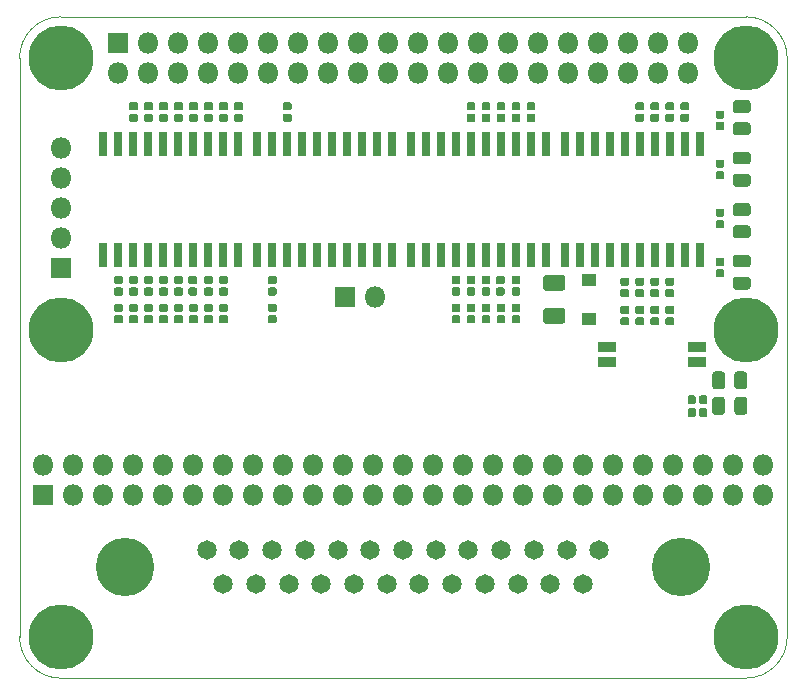
<source format=gbr>
%TF.GenerationSoftware,KiCad,Pcbnew,(5.1.4)-1*%
%TF.CreationDate,2020-08-02T20:17:12-05:00*%
%TF.ProjectId,rascsi_2p1,72617363-7369-45f3-9270-312e6b696361,rev?*%
%TF.SameCoordinates,PX59d60c0PY325aa00*%
%TF.FileFunction,Soldermask,Top*%
%TF.FilePolarity,Negative*%
%FSLAX46Y46*%
G04 Gerber Fmt 4.6, Leading zero omitted, Abs format (unit mm)*
G04 Created by KiCad (PCBNEW (5.1.4)-1) date 2020-08-02 20:17:12*
%MOMM*%
%LPD*%
G04 APERTURE LIST*
%ADD10C,0.050000*%
%ADD11C,4.945000*%
%ADD12C,1.645000*%
%ADD13R,0.750000X2.050000*%
%ADD14C,0.150000*%
%ADD15C,0.690000*%
%ADD16O,1.800000X1.800000*%
%ADD17R,1.800000X1.800000*%
%ADD18C,1.350000*%
%ADD19R,1.300000X1.000000*%
%ADD20R,1.525000X0.850000*%
%ADD21C,1.075000*%
%ADD22C,0.900000*%
%ADD23C,5.500000*%
G04 APERTURE END LIST*
D10*
X83800000Y-45696000D02*
X141800000Y-45696000D01*
X83800000Y-45696000D02*
G75*
G02X80300000Y-42196000I0J3500000D01*
G01*
X145300000Y-42196000D02*
G75*
G02X141800000Y-45696000I-3500000J0D01*
G01*
X80300000Y6800000D02*
X80300000Y-42196000D01*
X145300000Y6800000D02*
X145300000Y-42196000D01*
X83800000Y10300000D02*
X141800000Y10300000D01*
X80300000Y6800000D02*
G75*
G02X83800000Y10300000I3500000J0D01*
G01*
X141800000Y10300000D02*
G75*
G02X145300000Y6800000I0J-3500000D01*
G01*
D11*
%TO.C,J5*%
X136291500Y-36290500D03*
X89251500Y-36290500D03*
D12*
X128006500Y-37710500D03*
X125236500Y-37710500D03*
X122466500Y-37710500D03*
X119696500Y-37710500D03*
X116926500Y-37710500D03*
X114156500Y-37710500D03*
X111386500Y-37710500D03*
X108616500Y-37710500D03*
X105846500Y-37710500D03*
X103076500Y-37710500D03*
X100306500Y-37710500D03*
X97536500Y-37710500D03*
X129391500Y-34870500D03*
X126621500Y-34870500D03*
X123851500Y-34870500D03*
X121081500Y-34870500D03*
X118311500Y-34870500D03*
X115541500Y-34870500D03*
X112771500Y-34870500D03*
X110001500Y-34870500D03*
X107231500Y-34870500D03*
X104461500Y-34870500D03*
X101691500Y-34870500D03*
X98921500Y-34870500D03*
X96151500Y-34870500D03*
%TD*%
D13*
%TO.C,IC4*%
X137892500Y-9900500D03*
X136622500Y-9900500D03*
X135352500Y-9900500D03*
X134082500Y-9900500D03*
X132812500Y-9900500D03*
X131542500Y-9900500D03*
X130272500Y-9900500D03*
X129002500Y-9900500D03*
X127732500Y-9900500D03*
X126462500Y-9900500D03*
X126462500Y-450500D03*
X127732500Y-450500D03*
X129002500Y-450500D03*
X130272500Y-450500D03*
X131542500Y-450500D03*
X132812500Y-450500D03*
X134082500Y-450500D03*
X135352500Y-450500D03*
X136622500Y-450500D03*
X137892500Y-450500D03*
%TD*%
%TO.C,IC3*%
X124875000Y-9900500D03*
X123605000Y-9900500D03*
X122335000Y-9900500D03*
X121065000Y-9900500D03*
X119795000Y-9900500D03*
X118525000Y-9900500D03*
X117255000Y-9900500D03*
X115985000Y-9900500D03*
X114715000Y-9900500D03*
X113445000Y-9900500D03*
X113445000Y-450500D03*
X114715000Y-450500D03*
X115985000Y-450500D03*
X117255000Y-450500D03*
X118525000Y-450500D03*
X119795000Y-450500D03*
X121065000Y-450500D03*
X122335000Y-450500D03*
X123605000Y-450500D03*
X124875000Y-450500D03*
%TD*%
%TO.C,IC2*%
X87410000Y-450500D03*
X88680000Y-450500D03*
X89950000Y-450500D03*
X91220000Y-450500D03*
X92490000Y-450500D03*
X93760000Y-450500D03*
X95030000Y-450500D03*
X96300000Y-450500D03*
X97570000Y-450500D03*
X98840000Y-450500D03*
X98840000Y-9900500D03*
X97570000Y-9900500D03*
X96300000Y-9900500D03*
X95030000Y-9900500D03*
X93760000Y-9900500D03*
X92490000Y-9900500D03*
X91220000Y-9900500D03*
X89950000Y-9900500D03*
X88680000Y-9900500D03*
X87410000Y-9900500D03*
%TD*%
%TO.C,IC1*%
X100427500Y-450500D03*
X101697500Y-450500D03*
X102967500Y-450500D03*
X104237500Y-450500D03*
X105507500Y-450500D03*
X106777500Y-450500D03*
X108047500Y-450500D03*
X109317500Y-450500D03*
X110587500Y-450500D03*
X111857500Y-450500D03*
X111857500Y-9900500D03*
X110587500Y-9900500D03*
X109317500Y-9900500D03*
X108047500Y-9900500D03*
X106777500Y-9900500D03*
X105507500Y-9900500D03*
X104237500Y-9900500D03*
X102967500Y-9900500D03*
X101697500Y-9900500D03*
X100427500Y-9900500D03*
%TD*%
D14*
%TO.C,R4*%
G36*
X139821408Y-11069331D02*
G01*
X139838153Y-11071815D01*
X139854574Y-11075928D01*
X139870513Y-11081631D01*
X139885816Y-11088869D01*
X139900336Y-11097571D01*
X139913933Y-11107656D01*
X139926476Y-11119024D01*
X139937844Y-11131567D01*
X139947929Y-11145164D01*
X139956631Y-11159684D01*
X139963869Y-11174987D01*
X139969572Y-11190926D01*
X139973685Y-11207347D01*
X139976169Y-11224092D01*
X139977000Y-11241000D01*
X139977000Y-11586000D01*
X139976169Y-11602908D01*
X139973685Y-11619653D01*
X139969572Y-11636074D01*
X139963869Y-11652013D01*
X139956631Y-11667316D01*
X139947929Y-11681836D01*
X139937844Y-11695433D01*
X139926476Y-11707976D01*
X139913933Y-11719344D01*
X139900336Y-11729429D01*
X139885816Y-11738131D01*
X139870513Y-11745369D01*
X139854574Y-11751072D01*
X139838153Y-11755185D01*
X139821408Y-11757669D01*
X139804500Y-11758500D01*
X139409500Y-11758500D01*
X139392592Y-11757669D01*
X139375847Y-11755185D01*
X139359426Y-11751072D01*
X139343487Y-11745369D01*
X139328184Y-11738131D01*
X139313664Y-11729429D01*
X139300067Y-11719344D01*
X139287524Y-11707976D01*
X139276156Y-11695433D01*
X139266071Y-11681836D01*
X139257369Y-11667316D01*
X139250131Y-11652013D01*
X139244428Y-11636074D01*
X139240315Y-11619653D01*
X139237831Y-11602908D01*
X139237000Y-11586000D01*
X139237000Y-11241000D01*
X139237831Y-11224092D01*
X139240315Y-11207347D01*
X139244428Y-11190926D01*
X139250131Y-11174987D01*
X139257369Y-11159684D01*
X139266071Y-11145164D01*
X139276156Y-11131567D01*
X139287524Y-11119024D01*
X139300067Y-11107656D01*
X139313664Y-11097571D01*
X139328184Y-11088869D01*
X139343487Y-11081631D01*
X139359426Y-11075928D01*
X139375847Y-11071815D01*
X139392592Y-11069331D01*
X139409500Y-11068500D01*
X139804500Y-11068500D01*
X139821408Y-11069331D01*
X139821408Y-11069331D01*
G37*
D15*
X139607000Y-11413500D03*
D14*
G36*
X139821408Y-10099331D02*
G01*
X139838153Y-10101815D01*
X139854574Y-10105928D01*
X139870513Y-10111631D01*
X139885816Y-10118869D01*
X139900336Y-10127571D01*
X139913933Y-10137656D01*
X139926476Y-10149024D01*
X139937844Y-10161567D01*
X139947929Y-10175164D01*
X139956631Y-10189684D01*
X139963869Y-10204987D01*
X139969572Y-10220926D01*
X139973685Y-10237347D01*
X139976169Y-10254092D01*
X139977000Y-10271000D01*
X139977000Y-10616000D01*
X139976169Y-10632908D01*
X139973685Y-10649653D01*
X139969572Y-10666074D01*
X139963869Y-10682013D01*
X139956631Y-10697316D01*
X139947929Y-10711836D01*
X139937844Y-10725433D01*
X139926476Y-10737976D01*
X139913933Y-10749344D01*
X139900336Y-10759429D01*
X139885816Y-10768131D01*
X139870513Y-10775369D01*
X139854574Y-10781072D01*
X139838153Y-10785185D01*
X139821408Y-10787669D01*
X139804500Y-10788500D01*
X139409500Y-10788500D01*
X139392592Y-10787669D01*
X139375847Y-10785185D01*
X139359426Y-10781072D01*
X139343487Y-10775369D01*
X139328184Y-10768131D01*
X139313664Y-10759429D01*
X139300067Y-10749344D01*
X139287524Y-10737976D01*
X139276156Y-10725433D01*
X139266071Y-10711836D01*
X139257369Y-10697316D01*
X139250131Y-10682013D01*
X139244428Y-10666074D01*
X139240315Y-10649653D01*
X139237831Y-10632908D01*
X139237000Y-10616000D01*
X139237000Y-10271000D01*
X139237831Y-10254092D01*
X139240315Y-10237347D01*
X139244428Y-10220926D01*
X139250131Y-10204987D01*
X139257369Y-10189684D01*
X139266071Y-10175164D01*
X139276156Y-10161567D01*
X139287524Y-10149024D01*
X139300067Y-10137656D01*
X139313664Y-10127571D01*
X139328184Y-10118869D01*
X139343487Y-10111631D01*
X139359426Y-10105928D01*
X139375847Y-10101815D01*
X139392592Y-10099331D01*
X139409500Y-10098500D01*
X139804500Y-10098500D01*
X139821408Y-10099331D01*
X139821408Y-10099331D01*
G37*
D15*
X139607000Y-10443500D03*
%TD*%
D14*
%TO.C,R2*%
G36*
X139821408Y-2763664D02*
G01*
X139838153Y-2766148D01*
X139854574Y-2770261D01*
X139870513Y-2775964D01*
X139885816Y-2783202D01*
X139900336Y-2791904D01*
X139913933Y-2801989D01*
X139926476Y-2813357D01*
X139937844Y-2825900D01*
X139947929Y-2839497D01*
X139956631Y-2854017D01*
X139963869Y-2869320D01*
X139969572Y-2885259D01*
X139973685Y-2901680D01*
X139976169Y-2918425D01*
X139977000Y-2935333D01*
X139977000Y-3280333D01*
X139976169Y-3297241D01*
X139973685Y-3313986D01*
X139969572Y-3330407D01*
X139963869Y-3346346D01*
X139956631Y-3361649D01*
X139947929Y-3376169D01*
X139937844Y-3389766D01*
X139926476Y-3402309D01*
X139913933Y-3413677D01*
X139900336Y-3423762D01*
X139885816Y-3432464D01*
X139870513Y-3439702D01*
X139854574Y-3445405D01*
X139838153Y-3449518D01*
X139821408Y-3452002D01*
X139804500Y-3452833D01*
X139409500Y-3452833D01*
X139392592Y-3452002D01*
X139375847Y-3449518D01*
X139359426Y-3445405D01*
X139343487Y-3439702D01*
X139328184Y-3432464D01*
X139313664Y-3423762D01*
X139300067Y-3413677D01*
X139287524Y-3402309D01*
X139276156Y-3389766D01*
X139266071Y-3376169D01*
X139257369Y-3361649D01*
X139250131Y-3346346D01*
X139244428Y-3330407D01*
X139240315Y-3313986D01*
X139237831Y-3297241D01*
X139237000Y-3280333D01*
X139237000Y-2935333D01*
X139237831Y-2918425D01*
X139240315Y-2901680D01*
X139244428Y-2885259D01*
X139250131Y-2869320D01*
X139257369Y-2854017D01*
X139266071Y-2839497D01*
X139276156Y-2825900D01*
X139287524Y-2813357D01*
X139300067Y-2801989D01*
X139313664Y-2791904D01*
X139328184Y-2783202D01*
X139343487Y-2775964D01*
X139359426Y-2770261D01*
X139375847Y-2766148D01*
X139392592Y-2763664D01*
X139409500Y-2762833D01*
X139804500Y-2762833D01*
X139821408Y-2763664D01*
X139821408Y-2763664D01*
G37*
D15*
X139607000Y-3107833D03*
D14*
G36*
X139821408Y-1793664D02*
G01*
X139838153Y-1796148D01*
X139854574Y-1800261D01*
X139870513Y-1805964D01*
X139885816Y-1813202D01*
X139900336Y-1821904D01*
X139913933Y-1831989D01*
X139926476Y-1843357D01*
X139937844Y-1855900D01*
X139947929Y-1869497D01*
X139956631Y-1884017D01*
X139963869Y-1899320D01*
X139969572Y-1915259D01*
X139973685Y-1931680D01*
X139976169Y-1948425D01*
X139977000Y-1965333D01*
X139977000Y-2310333D01*
X139976169Y-2327241D01*
X139973685Y-2343986D01*
X139969572Y-2360407D01*
X139963869Y-2376346D01*
X139956631Y-2391649D01*
X139947929Y-2406169D01*
X139937844Y-2419766D01*
X139926476Y-2432309D01*
X139913933Y-2443677D01*
X139900336Y-2453762D01*
X139885816Y-2462464D01*
X139870513Y-2469702D01*
X139854574Y-2475405D01*
X139838153Y-2479518D01*
X139821408Y-2482002D01*
X139804500Y-2482833D01*
X139409500Y-2482833D01*
X139392592Y-2482002D01*
X139375847Y-2479518D01*
X139359426Y-2475405D01*
X139343487Y-2469702D01*
X139328184Y-2462464D01*
X139313664Y-2453762D01*
X139300067Y-2443677D01*
X139287524Y-2432309D01*
X139276156Y-2419766D01*
X139266071Y-2406169D01*
X139257369Y-2391649D01*
X139250131Y-2376346D01*
X139244428Y-2360407D01*
X139240315Y-2343986D01*
X139237831Y-2327241D01*
X139237000Y-2310333D01*
X139237000Y-1965333D01*
X139237831Y-1948425D01*
X139240315Y-1931680D01*
X139244428Y-1915259D01*
X139250131Y-1899320D01*
X139257369Y-1884017D01*
X139266071Y-1869497D01*
X139276156Y-1855900D01*
X139287524Y-1843357D01*
X139300067Y-1831989D01*
X139313664Y-1821904D01*
X139328184Y-1813202D01*
X139343487Y-1805964D01*
X139359426Y-1800261D01*
X139375847Y-1796148D01*
X139392592Y-1793664D01*
X139409500Y-1792833D01*
X139804500Y-1792833D01*
X139821408Y-1793664D01*
X139821408Y-1793664D01*
G37*
D15*
X139607000Y-2137833D03*
%TD*%
D14*
%TO.C,R1*%
G36*
X139821408Y1389169D02*
G01*
X139838153Y1386685D01*
X139854574Y1382572D01*
X139870513Y1376869D01*
X139885816Y1369631D01*
X139900336Y1360929D01*
X139913933Y1350844D01*
X139926476Y1339476D01*
X139937844Y1326933D01*
X139947929Y1313336D01*
X139956631Y1298816D01*
X139963869Y1283513D01*
X139969572Y1267574D01*
X139973685Y1251153D01*
X139976169Y1234408D01*
X139977000Y1217500D01*
X139977000Y872500D01*
X139976169Y855592D01*
X139973685Y838847D01*
X139969572Y822426D01*
X139963869Y806487D01*
X139956631Y791184D01*
X139947929Y776664D01*
X139937844Y763067D01*
X139926476Y750524D01*
X139913933Y739156D01*
X139900336Y729071D01*
X139885816Y720369D01*
X139870513Y713131D01*
X139854574Y707428D01*
X139838153Y703315D01*
X139821408Y700831D01*
X139804500Y700000D01*
X139409500Y700000D01*
X139392592Y700831D01*
X139375847Y703315D01*
X139359426Y707428D01*
X139343487Y713131D01*
X139328184Y720369D01*
X139313664Y729071D01*
X139300067Y739156D01*
X139287524Y750524D01*
X139276156Y763067D01*
X139266071Y776664D01*
X139257369Y791184D01*
X139250131Y806487D01*
X139244428Y822426D01*
X139240315Y838847D01*
X139237831Y855592D01*
X139237000Y872500D01*
X139237000Y1217500D01*
X139237831Y1234408D01*
X139240315Y1251153D01*
X139244428Y1267574D01*
X139250131Y1283513D01*
X139257369Y1298816D01*
X139266071Y1313336D01*
X139276156Y1326933D01*
X139287524Y1339476D01*
X139300067Y1350844D01*
X139313664Y1360929D01*
X139328184Y1369631D01*
X139343487Y1376869D01*
X139359426Y1382572D01*
X139375847Y1386685D01*
X139392592Y1389169D01*
X139409500Y1390000D01*
X139804500Y1390000D01*
X139821408Y1389169D01*
X139821408Y1389169D01*
G37*
D15*
X139607000Y1045000D03*
D14*
G36*
X139821408Y2359169D02*
G01*
X139838153Y2356685D01*
X139854574Y2352572D01*
X139870513Y2346869D01*
X139885816Y2339631D01*
X139900336Y2330929D01*
X139913933Y2320844D01*
X139926476Y2309476D01*
X139937844Y2296933D01*
X139947929Y2283336D01*
X139956631Y2268816D01*
X139963869Y2253513D01*
X139969572Y2237574D01*
X139973685Y2221153D01*
X139976169Y2204408D01*
X139977000Y2187500D01*
X139977000Y1842500D01*
X139976169Y1825592D01*
X139973685Y1808847D01*
X139969572Y1792426D01*
X139963869Y1776487D01*
X139956631Y1761184D01*
X139947929Y1746664D01*
X139937844Y1733067D01*
X139926476Y1720524D01*
X139913933Y1709156D01*
X139900336Y1699071D01*
X139885816Y1690369D01*
X139870513Y1683131D01*
X139854574Y1677428D01*
X139838153Y1673315D01*
X139821408Y1670831D01*
X139804500Y1670000D01*
X139409500Y1670000D01*
X139392592Y1670831D01*
X139375847Y1673315D01*
X139359426Y1677428D01*
X139343487Y1683131D01*
X139328184Y1690369D01*
X139313664Y1699071D01*
X139300067Y1709156D01*
X139287524Y1720524D01*
X139276156Y1733067D01*
X139266071Y1746664D01*
X139257369Y1761184D01*
X139250131Y1776487D01*
X139244428Y1792426D01*
X139240315Y1808847D01*
X139237831Y1825592D01*
X139237000Y1842500D01*
X139237000Y2187500D01*
X139237831Y2204408D01*
X139240315Y2221153D01*
X139244428Y2237574D01*
X139250131Y2253513D01*
X139257369Y2268816D01*
X139266071Y2283336D01*
X139276156Y2296933D01*
X139287524Y2309476D01*
X139300067Y2320844D01*
X139313664Y2330929D01*
X139328184Y2339631D01*
X139343487Y2346869D01*
X139359426Y2352572D01*
X139375847Y2356685D01*
X139392592Y2359169D01*
X139409500Y2360000D01*
X139804500Y2360000D01*
X139821408Y2359169D01*
X139821408Y2359169D01*
G37*
D15*
X139607000Y2015000D03*
%TD*%
D16*
%TO.C,J3*%
X143226500Y-27654500D03*
X143226500Y-30194500D03*
X140686500Y-27654500D03*
X140686500Y-30194500D03*
X138146500Y-27654500D03*
X138146500Y-30194500D03*
X135606500Y-27654500D03*
X135606500Y-30194500D03*
X133066500Y-27654500D03*
X133066500Y-30194500D03*
X130526500Y-27654500D03*
X130526500Y-30194500D03*
X127986500Y-27654500D03*
X127986500Y-30194500D03*
X125446500Y-27654500D03*
X125446500Y-30194500D03*
X122906500Y-27654500D03*
X122906500Y-30194500D03*
X120366500Y-27654500D03*
X120366500Y-30194500D03*
X117826500Y-27654500D03*
X117826500Y-30194500D03*
X115286500Y-27654500D03*
X115286500Y-30194500D03*
X112746500Y-27654500D03*
X112746500Y-30194500D03*
X110206500Y-27654500D03*
X110206500Y-30194500D03*
X107666500Y-27654500D03*
X107666500Y-30194500D03*
X105126500Y-27654500D03*
X105126500Y-30194500D03*
X102586500Y-27654500D03*
X102586500Y-30194500D03*
X100046500Y-27654500D03*
X100046500Y-30194500D03*
X97506500Y-27654500D03*
X97506500Y-30194500D03*
X94966500Y-27654500D03*
X94966500Y-30194500D03*
X92426500Y-27654500D03*
X92426500Y-30194500D03*
X89886500Y-27654500D03*
X89886500Y-30194500D03*
X87346500Y-27654500D03*
X87346500Y-30194500D03*
X84806500Y-27654500D03*
X84806500Y-30194500D03*
X82266500Y-27654500D03*
D17*
X82266500Y-30194500D03*
%TD*%
D16*
%TO.C,J2*%
X110397000Y-13430500D03*
D17*
X107857000Y-13430500D03*
%TD*%
D14*
%TO.C,R60*%
G36*
X101911908Y-13998331D02*
G01*
X101928653Y-14000815D01*
X101945074Y-14004928D01*
X101961013Y-14010631D01*
X101976316Y-14017869D01*
X101990836Y-14026571D01*
X102004433Y-14036656D01*
X102016976Y-14048024D01*
X102028344Y-14060567D01*
X102038429Y-14074164D01*
X102047131Y-14088684D01*
X102054369Y-14103987D01*
X102060072Y-14119926D01*
X102064185Y-14136347D01*
X102066669Y-14153092D01*
X102067500Y-14170000D01*
X102067500Y-14515000D01*
X102066669Y-14531908D01*
X102064185Y-14548653D01*
X102060072Y-14565074D01*
X102054369Y-14581013D01*
X102047131Y-14596316D01*
X102038429Y-14610836D01*
X102028344Y-14624433D01*
X102016976Y-14636976D01*
X102004433Y-14648344D01*
X101990836Y-14658429D01*
X101976316Y-14667131D01*
X101961013Y-14674369D01*
X101945074Y-14680072D01*
X101928653Y-14684185D01*
X101911908Y-14686669D01*
X101895000Y-14687500D01*
X101500000Y-14687500D01*
X101483092Y-14686669D01*
X101466347Y-14684185D01*
X101449926Y-14680072D01*
X101433987Y-14674369D01*
X101418684Y-14667131D01*
X101404164Y-14658429D01*
X101390567Y-14648344D01*
X101378024Y-14636976D01*
X101366656Y-14624433D01*
X101356571Y-14610836D01*
X101347869Y-14596316D01*
X101340631Y-14581013D01*
X101334928Y-14565074D01*
X101330815Y-14548653D01*
X101328331Y-14531908D01*
X101327500Y-14515000D01*
X101327500Y-14170000D01*
X101328331Y-14153092D01*
X101330815Y-14136347D01*
X101334928Y-14119926D01*
X101340631Y-14103987D01*
X101347869Y-14088684D01*
X101356571Y-14074164D01*
X101366656Y-14060567D01*
X101378024Y-14048024D01*
X101390567Y-14036656D01*
X101404164Y-14026571D01*
X101418684Y-14017869D01*
X101433987Y-14010631D01*
X101449926Y-14004928D01*
X101466347Y-14000815D01*
X101483092Y-13998331D01*
X101500000Y-13997500D01*
X101895000Y-13997500D01*
X101911908Y-13998331D01*
X101911908Y-13998331D01*
G37*
D15*
X101697500Y-14342500D03*
D14*
G36*
X101911908Y-14968331D02*
G01*
X101928653Y-14970815D01*
X101945074Y-14974928D01*
X101961013Y-14980631D01*
X101976316Y-14987869D01*
X101990836Y-14996571D01*
X102004433Y-15006656D01*
X102016976Y-15018024D01*
X102028344Y-15030567D01*
X102038429Y-15044164D01*
X102047131Y-15058684D01*
X102054369Y-15073987D01*
X102060072Y-15089926D01*
X102064185Y-15106347D01*
X102066669Y-15123092D01*
X102067500Y-15140000D01*
X102067500Y-15485000D01*
X102066669Y-15501908D01*
X102064185Y-15518653D01*
X102060072Y-15535074D01*
X102054369Y-15551013D01*
X102047131Y-15566316D01*
X102038429Y-15580836D01*
X102028344Y-15594433D01*
X102016976Y-15606976D01*
X102004433Y-15618344D01*
X101990836Y-15628429D01*
X101976316Y-15637131D01*
X101961013Y-15644369D01*
X101945074Y-15650072D01*
X101928653Y-15654185D01*
X101911908Y-15656669D01*
X101895000Y-15657500D01*
X101500000Y-15657500D01*
X101483092Y-15656669D01*
X101466347Y-15654185D01*
X101449926Y-15650072D01*
X101433987Y-15644369D01*
X101418684Y-15637131D01*
X101404164Y-15628429D01*
X101390567Y-15618344D01*
X101378024Y-15606976D01*
X101366656Y-15594433D01*
X101356571Y-15580836D01*
X101347869Y-15566316D01*
X101340631Y-15551013D01*
X101334928Y-15535074D01*
X101330815Y-15518653D01*
X101328331Y-15501908D01*
X101327500Y-15485000D01*
X101327500Y-15140000D01*
X101328331Y-15123092D01*
X101330815Y-15106347D01*
X101334928Y-15089926D01*
X101340631Y-15073987D01*
X101347869Y-15058684D01*
X101356571Y-15044164D01*
X101366656Y-15030567D01*
X101378024Y-15018024D01*
X101390567Y-15006656D01*
X101404164Y-14996571D01*
X101418684Y-14987869D01*
X101433987Y-14980631D01*
X101449926Y-14974928D01*
X101466347Y-14970815D01*
X101483092Y-14968331D01*
X101500000Y-14967500D01*
X101895000Y-14967500D01*
X101911908Y-14968331D01*
X101911908Y-14968331D01*
G37*
D15*
X101697500Y-15312500D03*
%TD*%
D14*
%TO.C,R59*%
G36*
X97784408Y-13998331D02*
G01*
X97801153Y-14000815D01*
X97817574Y-14004928D01*
X97833513Y-14010631D01*
X97848816Y-14017869D01*
X97863336Y-14026571D01*
X97876933Y-14036656D01*
X97889476Y-14048024D01*
X97900844Y-14060567D01*
X97910929Y-14074164D01*
X97919631Y-14088684D01*
X97926869Y-14103987D01*
X97932572Y-14119926D01*
X97936685Y-14136347D01*
X97939169Y-14153092D01*
X97940000Y-14170000D01*
X97940000Y-14515000D01*
X97939169Y-14531908D01*
X97936685Y-14548653D01*
X97932572Y-14565074D01*
X97926869Y-14581013D01*
X97919631Y-14596316D01*
X97910929Y-14610836D01*
X97900844Y-14624433D01*
X97889476Y-14636976D01*
X97876933Y-14648344D01*
X97863336Y-14658429D01*
X97848816Y-14667131D01*
X97833513Y-14674369D01*
X97817574Y-14680072D01*
X97801153Y-14684185D01*
X97784408Y-14686669D01*
X97767500Y-14687500D01*
X97372500Y-14687500D01*
X97355592Y-14686669D01*
X97338847Y-14684185D01*
X97322426Y-14680072D01*
X97306487Y-14674369D01*
X97291184Y-14667131D01*
X97276664Y-14658429D01*
X97263067Y-14648344D01*
X97250524Y-14636976D01*
X97239156Y-14624433D01*
X97229071Y-14610836D01*
X97220369Y-14596316D01*
X97213131Y-14581013D01*
X97207428Y-14565074D01*
X97203315Y-14548653D01*
X97200831Y-14531908D01*
X97200000Y-14515000D01*
X97200000Y-14170000D01*
X97200831Y-14153092D01*
X97203315Y-14136347D01*
X97207428Y-14119926D01*
X97213131Y-14103987D01*
X97220369Y-14088684D01*
X97229071Y-14074164D01*
X97239156Y-14060567D01*
X97250524Y-14048024D01*
X97263067Y-14036656D01*
X97276664Y-14026571D01*
X97291184Y-14017869D01*
X97306487Y-14010631D01*
X97322426Y-14004928D01*
X97338847Y-14000815D01*
X97355592Y-13998331D01*
X97372500Y-13997500D01*
X97767500Y-13997500D01*
X97784408Y-13998331D01*
X97784408Y-13998331D01*
G37*
D15*
X97570000Y-14342500D03*
D14*
G36*
X97784408Y-14968331D02*
G01*
X97801153Y-14970815D01*
X97817574Y-14974928D01*
X97833513Y-14980631D01*
X97848816Y-14987869D01*
X97863336Y-14996571D01*
X97876933Y-15006656D01*
X97889476Y-15018024D01*
X97900844Y-15030567D01*
X97910929Y-15044164D01*
X97919631Y-15058684D01*
X97926869Y-15073987D01*
X97932572Y-15089926D01*
X97936685Y-15106347D01*
X97939169Y-15123092D01*
X97940000Y-15140000D01*
X97940000Y-15485000D01*
X97939169Y-15501908D01*
X97936685Y-15518653D01*
X97932572Y-15535074D01*
X97926869Y-15551013D01*
X97919631Y-15566316D01*
X97910929Y-15580836D01*
X97900844Y-15594433D01*
X97889476Y-15606976D01*
X97876933Y-15618344D01*
X97863336Y-15628429D01*
X97848816Y-15637131D01*
X97833513Y-15644369D01*
X97817574Y-15650072D01*
X97801153Y-15654185D01*
X97784408Y-15656669D01*
X97767500Y-15657500D01*
X97372500Y-15657500D01*
X97355592Y-15656669D01*
X97338847Y-15654185D01*
X97322426Y-15650072D01*
X97306487Y-15644369D01*
X97291184Y-15637131D01*
X97276664Y-15628429D01*
X97263067Y-15618344D01*
X97250524Y-15606976D01*
X97239156Y-15594433D01*
X97229071Y-15580836D01*
X97220369Y-15566316D01*
X97213131Y-15551013D01*
X97207428Y-15535074D01*
X97203315Y-15518653D01*
X97200831Y-15501908D01*
X97200000Y-15485000D01*
X97200000Y-15140000D01*
X97200831Y-15123092D01*
X97203315Y-15106347D01*
X97207428Y-15089926D01*
X97213131Y-15073987D01*
X97220369Y-15058684D01*
X97229071Y-15044164D01*
X97239156Y-15030567D01*
X97250524Y-15018024D01*
X97263067Y-15006656D01*
X97276664Y-14996571D01*
X97291184Y-14987869D01*
X97306487Y-14980631D01*
X97322426Y-14974928D01*
X97338847Y-14970815D01*
X97355592Y-14968331D01*
X97372500Y-14967500D01*
X97767500Y-14967500D01*
X97784408Y-14968331D01*
X97784408Y-14968331D01*
G37*
D15*
X97570000Y-15312500D03*
%TD*%
D14*
%TO.C,R58*%
G36*
X96514408Y-13998331D02*
G01*
X96531153Y-14000815D01*
X96547574Y-14004928D01*
X96563513Y-14010631D01*
X96578816Y-14017869D01*
X96593336Y-14026571D01*
X96606933Y-14036656D01*
X96619476Y-14048024D01*
X96630844Y-14060567D01*
X96640929Y-14074164D01*
X96649631Y-14088684D01*
X96656869Y-14103987D01*
X96662572Y-14119926D01*
X96666685Y-14136347D01*
X96669169Y-14153092D01*
X96670000Y-14170000D01*
X96670000Y-14515000D01*
X96669169Y-14531908D01*
X96666685Y-14548653D01*
X96662572Y-14565074D01*
X96656869Y-14581013D01*
X96649631Y-14596316D01*
X96640929Y-14610836D01*
X96630844Y-14624433D01*
X96619476Y-14636976D01*
X96606933Y-14648344D01*
X96593336Y-14658429D01*
X96578816Y-14667131D01*
X96563513Y-14674369D01*
X96547574Y-14680072D01*
X96531153Y-14684185D01*
X96514408Y-14686669D01*
X96497500Y-14687500D01*
X96102500Y-14687500D01*
X96085592Y-14686669D01*
X96068847Y-14684185D01*
X96052426Y-14680072D01*
X96036487Y-14674369D01*
X96021184Y-14667131D01*
X96006664Y-14658429D01*
X95993067Y-14648344D01*
X95980524Y-14636976D01*
X95969156Y-14624433D01*
X95959071Y-14610836D01*
X95950369Y-14596316D01*
X95943131Y-14581013D01*
X95937428Y-14565074D01*
X95933315Y-14548653D01*
X95930831Y-14531908D01*
X95930000Y-14515000D01*
X95930000Y-14170000D01*
X95930831Y-14153092D01*
X95933315Y-14136347D01*
X95937428Y-14119926D01*
X95943131Y-14103987D01*
X95950369Y-14088684D01*
X95959071Y-14074164D01*
X95969156Y-14060567D01*
X95980524Y-14048024D01*
X95993067Y-14036656D01*
X96006664Y-14026571D01*
X96021184Y-14017869D01*
X96036487Y-14010631D01*
X96052426Y-14004928D01*
X96068847Y-14000815D01*
X96085592Y-13998331D01*
X96102500Y-13997500D01*
X96497500Y-13997500D01*
X96514408Y-13998331D01*
X96514408Y-13998331D01*
G37*
D15*
X96300000Y-14342500D03*
D14*
G36*
X96514408Y-14968331D02*
G01*
X96531153Y-14970815D01*
X96547574Y-14974928D01*
X96563513Y-14980631D01*
X96578816Y-14987869D01*
X96593336Y-14996571D01*
X96606933Y-15006656D01*
X96619476Y-15018024D01*
X96630844Y-15030567D01*
X96640929Y-15044164D01*
X96649631Y-15058684D01*
X96656869Y-15073987D01*
X96662572Y-15089926D01*
X96666685Y-15106347D01*
X96669169Y-15123092D01*
X96670000Y-15140000D01*
X96670000Y-15485000D01*
X96669169Y-15501908D01*
X96666685Y-15518653D01*
X96662572Y-15535074D01*
X96656869Y-15551013D01*
X96649631Y-15566316D01*
X96640929Y-15580836D01*
X96630844Y-15594433D01*
X96619476Y-15606976D01*
X96606933Y-15618344D01*
X96593336Y-15628429D01*
X96578816Y-15637131D01*
X96563513Y-15644369D01*
X96547574Y-15650072D01*
X96531153Y-15654185D01*
X96514408Y-15656669D01*
X96497500Y-15657500D01*
X96102500Y-15657500D01*
X96085592Y-15656669D01*
X96068847Y-15654185D01*
X96052426Y-15650072D01*
X96036487Y-15644369D01*
X96021184Y-15637131D01*
X96006664Y-15628429D01*
X95993067Y-15618344D01*
X95980524Y-15606976D01*
X95969156Y-15594433D01*
X95959071Y-15580836D01*
X95950369Y-15566316D01*
X95943131Y-15551013D01*
X95937428Y-15535074D01*
X95933315Y-15518653D01*
X95930831Y-15501908D01*
X95930000Y-15485000D01*
X95930000Y-15140000D01*
X95930831Y-15123092D01*
X95933315Y-15106347D01*
X95937428Y-15089926D01*
X95943131Y-15073987D01*
X95950369Y-15058684D01*
X95959071Y-15044164D01*
X95969156Y-15030567D01*
X95980524Y-15018024D01*
X95993067Y-15006656D01*
X96006664Y-14996571D01*
X96021184Y-14987869D01*
X96036487Y-14980631D01*
X96052426Y-14974928D01*
X96068847Y-14970815D01*
X96085592Y-14968331D01*
X96102500Y-14967500D01*
X96497500Y-14967500D01*
X96514408Y-14968331D01*
X96514408Y-14968331D01*
G37*
D15*
X96300000Y-15312500D03*
%TD*%
D14*
%TO.C,R57*%
G36*
X95244408Y-13998331D02*
G01*
X95261153Y-14000815D01*
X95277574Y-14004928D01*
X95293513Y-14010631D01*
X95308816Y-14017869D01*
X95323336Y-14026571D01*
X95336933Y-14036656D01*
X95349476Y-14048024D01*
X95360844Y-14060567D01*
X95370929Y-14074164D01*
X95379631Y-14088684D01*
X95386869Y-14103987D01*
X95392572Y-14119926D01*
X95396685Y-14136347D01*
X95399169Y-14153092D01*
X95400000Y-14170000D01*
X95400000Y-14515000D01*
X95399169Y-14531908D01*
X95396685Y-14548653D01*
X95392572Y-14565074D01*
X95386869Y-14581013D01*
X95379631Y-14596316D01*
X95370929Y-14610836D01*
X95360844Y-14624433D01*
X95349476Y-14636976D01*
X95336933Y-14648344D01*
X95323336Y-14658429D01*
X95308816Y-14667131D01*
X95293513Y-14674369D01*
X95277574Y-14680072D01*
X95261153Y-14684185D01*
X95244408Y-14686669D01*
X95227500Y-14687500D01*
X94832500Y-14687500D01*
X94815592Y-14686669D01*
X94798847Y-14684185D01*
X94782426Y-14680072D01*
X94766487Y-14674369D01*
X94751184Y-14667131D01*
X94736664Y-14658429D01*
X94723067Y-14648344D01*
X94710524Y-14636976D01*
X94699156Y-14624433D01*
X94689071Y-14610836D01*
X94680369Y-14596316D01*
X94673131Y-14581013D01*
X94667428Y-14565074D01*
X94663315Y-14548653D01*
X94660831Y-14531908D01*
X94660000Y-14515000D01*
X94660000Y-14170000D01*
X94660831Y-14153092D01*
X94663315Y-14136347D01*
X94667428Y-14119926D01*
X94673131Y-14103987D01*
X94680369Y-14088684D01*
X94689071Y-14074164D01*
X94699156Y-14060567D01*
X94710524Y-14048024D01*
X94723067Y-14036656D01*
X94736664Y-14026571D01*
X94751184Y-14017869D01*
X94766487Y-14010631D01*
X94782426Y-14004928D01*
X94798847Y-14000815D01*
X94815592Y-13998331D01*
X94832500Y-13997500D01*
X95227500Y-13997500D01*
X95244408Y-13998331D01*
X95244408Y-13998331D01*
G37*
D15*
X95030000Y-14342500D03*
D14*
G36*
X95244408Y-14968331D02*
G01*
X95261153Y-14970815D01*
X95277574Y-14974928D01*
X95293513Y-14980631D01*
X95308816Y-14987869D01*
X95323336Y-14996571D01*
X95336933Y-15006656D01*
X95349476Y-15018024D01*
X95360844Y-15030567D01*
X95370929Y-15044164D01*
X95379631Y-15058684D01*
X95386869Y-15073987D01*
X95392572Y-15089926D01*
X95396685Y-15106347D01*
X95399169Y-15123092D01*
X95400000Y-15140000D01*
X95400000Y-15485000D01*
X95399169Y-15501908D01*
X95396685Y-15518653D01*
X95392572Y-15535074D01*
X95386869Y-15551013D01*
X95379631Y-15566316D01*
X95370929Y-15580836D01*
X95360844Y-15594433D01*
X95349476Y-15606976D01*
X95336933Y-15618344D01*
X95323336Y-15628429D01*
X95308816Y-15637131D01*
X95293513Y-15644369D01*
X95277574Y-15650072D01*
X95261153Y-15654185D01*
X95244408Y-15656669D01*
X95227500Y-15657500D01*
X94832500Y-15657500D01*
X94815592Y-15656669D01*
X94798847Y-15654185D01*
X94782426Y-15650072D01*
X94766487Y-15644369D01*
X94751184Y-15637131D01*
X94736664Y-15628429D01*
X94723067Y-15618344D01*
X94710524Y-15606976D01*
X94699156Y-15594433D01*
X94689071Y-15580836D01*
X94680369Y-15566316D01*
X94673131Y-15551013D01*
X94667428Y-15535074D01*
X94663315Y-15518653D01*
X94660831Y-15501908D01*
X94660000Y-15485000D01*
X94660000Y-15140000D01*
X94660831Y-15123092D01*
X94663315Y-15106347D01*
X94667428Y-15089926D01*
X94673131Y-15073987D01*
X94680369Y-15058684D01*
X94689071Y-15044164D01*
X94699156Y-15030567D01*
X94710524Y-15018024D01*
X94723067Y-15006656D01*
X94736664Y-14996571D01*
X94751184Y-14987869D01*
X94766487Y-14980631D01*
X94782426Y-14974928D01*
X94798847Y-14970815D01*
X94815592Y-14968331D01*
X94832500Y-14967500D01*
X95227500Y-14967500D01*
X95244408Y-14968331D01*
X95244408Y-14968331D01*
G37*
D15*
X95030000Y-15312500D03*
%TD*%
D14*
%TO.C,R56*%
G36*
X93974408Y-13998331D02*
G01*
X93991153Y-14000815D01*
X94007574Y-14004928D01*
X94023513Y-14010631D01*
X94038816Y-14017869D01*
X94053336Y-14026571D01*
X94066933Y-14036656D01*
X94079476Y-14048024D01*
X94090844Y-14060567D01*
X94100929Y-14074164D01*
X94109631Y-14088684D01*
X94116869Y-14103987D01*
X94122572Y-14119926D01*
X94126685Y-14136347D01*
X94129169Y-14153092D01*
X94130000Y-14170000D01*
X94130000Y-14515000D01*
X94129169Y-14531908D01*
X94126685Y-14548653D01*
X94122572Y-14565074D01*
X94116869Y-14581013D01*
X94109631Y-14596316D01*
X94100929Y-14610836D01*
X94090844Y-14624433D01*
X94079476Y-14636976D01*
X94066933Y-14648344D01*
X94053336Y-14658429D01*
X94038816Y-14667131D01*
X94023513Y-14674369D01*
X94007574Y-14680072D01*
X93991153Y-14684185D01*
X93974408Y-14686669D01*
X93957500Y-14687500D01*
X93562500Y-14687500D01*
X93545592Y-14686669D01*
X93528847Y-14684185D01*
X93512426Y-14680072D01*
X93496487Y-14674369D01*
X93481184Y-14667131D01*
X93466664Y-14658429D01*
X93453067Y-14648344D01*
X93440524Y-14636976D01*
X93429156Y-14624433D01*
X93419071Y-14610836D01*
X93410369Y-14596316D01*
X93403131Y-14581013D01*
X93397428Y-14565074D01*
X93393315Y-14548653D01*
X93390831Y-14531908D01*
X93390000Y-14515000D01*
X93390000Y-14170000D01*
X93390831Y-14153092D01*
X93393315Y-14136347D01*
X93397428Y-14119926D01*
X93403131Y-14103987D01*
X93410369Y-14088684D01*
X93419071Y-14074164D01*
X93429156Y-14060567D01*
X93440524Y-14048024D01*
X93453067Y-14036656D01*
X93466664Y-14026571D01*
X93481184Y-14017869D01*
X93496487Y-14010631D01*
X93512426Y-14004928D01*
X93528847Y-14000815D01*
X93545592Y-13998331D01*
X93562500Y-13997500D01*
X93957500Y-13997500D01*
X93974408Y-13998331D01*
X93974408Y-13998331D01*
G37*
D15*
X93760000Y-14342500D03*
D14*
G36*
X93974408Y-14968331D02*
G01*
X93991153Y-14970815D01*
X94007574Y-14974928D01*
X94023513Y-14980631D01*
X94038816Y-14987869D01*
X94053336Y-14996571D01*
X94066933Y-15006656D01*
X94079476Y-15018024D01*
X94090844Y-15030567D01*
X94100929Y-15044164D01*
X94109631Y-15058684D01*
X94116869Y-15073987D01*
X94122572Y-15089926D01*
X94126685Y-15106347D01*
X94129169Y-15123092D01*
X94130000Y-15140000D01*
X94130000Y-15485000D01*
X94129169Y-15501908D01*
X94126685Y-15518653D01*
X94122572Y-15535074D01*
X94116869Y-15551013D01*
X94109631Y-15566316D01*
X94100929Y-15580836D01*
X94090844Y-15594433D01*
X94079476Y-15606976D01*
X94066933Y-15618344D01*
X94053336Y-15628429D01*
X94038816Y-15637131D01*
X94023513Y-15644369D01*
X94007574Y-15650072D01*
X93991153Y-15654185D01*
X93974408Y-15656669D01*
X93957500Y-15657500D01*
X93562500Y-15657500D01*
X93545592Y-15656669D01*
X93528847Y-15654185D01*
X93512426Y-15650072D01*
X93496487Y-15644369D01*
X93481184Y-15637131D01*
X93466664Y-15628429D01*
X93453067Y-15618344D01*
X93440524Y-15606976D01*
X93429156Y-15594433D01*
X93419071Y-15580836D01*
X93410369Y-15566316D01*
X93403131Y-15551013D01*
X93397428Y-15535074D01*
X93393315Y-15518653D01*
X93390831Y-15501908D01*
X93390000Y-15485000D01*
X93390000Y-15140000D01*
X93390831Y-15123092D01*
X93393315Y-15106347D01*
X93397428Y-15089926D01*
X93403131Y-15073987D01*
X93410369Y-15058684D01*
X93419071Y-15044164D01*
X93429156Y-15030567D01*
X93440524Y-15018024D01*
X93453067Y-15006656D01*
X93466664Y-14996571D01*
X93481184Y-14987869D01*
X93496487Y-14980631D01*
X93512426Y-14974928D01*
X93528847Y-14970815D01*
X93545592Y-14968331D01*
X93562500Y-14967500D01*
X93957500Y-14967500D01*
X93974408Y-14968331D01*
X93974408Y-14968331D01*
G37*
D15*
X93760000Y-15312500D03*
%TD*%
D14*
%TO.C,R55*%
G36*
X92704408Y-13998331D02*
G01*
X92721153Y-14000815D01*
X92737574Y-14004928D01*
X92753513Y-14010631D01*
X92768816Y-14017869D01*
X92783336Y-14026571D01*
X92796933Y-14036656D01*
X92809476Y-14048024D01*
X92820844Y-14060567D01*
X92830929Y-14074164D01*
X92839631Y-14088684D01*
X92846869Y-14103987D01*
X92852572Y-14119926D01*
X92856685Y-14136347D01*
X92859169Y-14153092D01*
X92860000Y-14170000D01*
X92860000Y-14515000D01*
X92859169Y-14531908D01*
X92856685Y-14548653D01*
X92852572Y-14565074D01*
X92846869Y-14581013D01*
X92839631Y-14596316D01*
X92830929Y-14610836D01*
X92820844Y-14624433D01*
X92809476Y-14636976D01*
X92796933Y-14648344D01*
X92783336Y-14658429D01*
X92768816Y-14667131D01*
X92753513Y-14674369D01*
X92737574Y-14680072D01*
X92721153Y-14684185D01*
X92704408Y-14686669D01*
X92687500Y-14687500D01*
X92292500Y-14687500D01*
X92275592Y-14686669D01*
X92258847Y-14684185D01*
X92242426Y-14680072D01*
X92226487Y-14674369D01*
X92211184Y-14667131D01*
X92196664Y-14658429D01*
X92183067Y-14648344D01*
X92170524Y-14636976D01*
X92159156Y-14624433D01*
X92149071Y-14610836D01*
X92140369Y-14596316D01*
X92133131Y-14581013D01*
X92127428Y-14565074D01*
X92123315Y-14548653D01*
X92120831Y-14531908D01*
X92120000Y-14515000D01*
X92120000Y-14170000D01*
X92120831Y-14153092D01*
X92123315Y-14136347D01*
X92127428Y-14119926D01*
X92133131Y-14103987D01*
X92140369Y-14088684D01*
X92149071Y-14074164D01*
X92159156Y-14060567D01*
X92170524Y-14048024D01*
X92183067Y-14036656D01*
X92196664Y-14026571D01*
X92211184Y-14017869D01*
X92226487Y-14010631D01*
X92242426Y-14004928D01*
X92258847Y-14000815D01*
X92275592Y-13998331D01*
X92292500Y-13997500D01*
X92687500Y-13997500D01*
X92704408Y-13998331D01*
X92704408Y-13998331D01*
G37*
D15*
X92490000Y-14342500D03*
D14*
G36*
X92704408Y-14968331D02*
G01*
X92721153Y-14970815D01*
X92737574Y-14974928D01*
X92753513Y-14980631D01*
X92768816Y-14987869D01*
X92783336Y-14996571D01*
X92796933Y-15006656D01*
X92809476Y-15018024D01*
X92820844Y-15030567D01*
X92830929Y-15044164D01*
X92839631Y-15058684D01*
X92846869Y-15073987D01*
X92852572Y-15089926D01*
X92856685Y-15106347D01*
X92859169Y-15123092D01*
X92860000Y-15140000D01*
X92860000Y-15485000D01*
X92859169Y-15501908D01*
X92856685Y-15518653D01*
X92852572Y-15535074D01*
X92846869Y-15551013D01*
X92839631Y-15566316D01*
X92830929Y-15580836D01*
X92820844Y-15594433D01*
X92809476Y-15606976D01*
X92796933Y-15618344D01*
X92783336Y-15628429D01*
X92768816Y-15637131D01*
X92753513Y-15644369D01*
X92737574Y-15650072D01*
X92721153Y-15654185D01*
X92704408Y-15656669D01*
X92687500Y-15657500D01*
X92292500Y-15657500D01*
X92275592Y-15656669D01*
X92258847Y-15654185D01*
X92242426Y-15650072D01*
X92226487Y-15644369D01*
X92211184Y-15637131D01*
X92196664Y-15628429D01*
X92183067Y-15618344D01*
X92170524Y-15606976D01*
X92159156Y-15594433D01*
X92149071Y-15580836D01*
X92140369Y-15566316D01*
X92133131Y-15551013D01*
X92127428Y-15535074D01*
X92123315Y-15518653D01*
X92120831Y-15501908D01*
X92120000Y-15485000D01*
X92120000Y-15140000D01*
X92120831Y-15123092D01*
X92123315Y-15106347D01*
X92127428Y-15089926D01*
X92133131Y-15073987D01*
X92140369Y-15058684D01*
X92149071Y-15044164D01*
X92159156Y-15030567D01*
X92170524Y-15018024D01*
X92183067Y-15006656D01*
X92196664Y-14996571D01*
X92211184Y-14987869D01*
X92226487Y-14980631D01*
X92242426Y-14974928D01*
X92258847Y-14970815D01*
X92275592Y-14968331D01*
X92292500Y-14967500D01*
X92687500Y-14967500D01*
X92704408Y-14968331D01*
X92704408Y-14968331D01*
G37*
D15*
X92490000Y-15312500D03*
%TD*%
D14*
%TO.C,R54*%
G36*
X91434408Y-13998331D02*
G01*
X91451153Y-14000815D01*
X91467574Y-14004928D01*
X91483513Y-14010631D01*
X91498816Y-14017869D01*
X91513336Y-14026571D01*
X91526933Y-14036656D01*
X91539476Y-14048024D01*
X91550844Y-14060567D01*
X91560929Y-14074164D01*
X91569631Y-14088684D01*
X91576869Y-14103987D01*
X91582572Y-14119926D01*
X91586685Y-14136347D01*
X91589169Y-14153092D01*
X91590000Y-14170000D01*
X91590000Y-14515000D01*
X91589169Y-14531908D01*
X91586685Y-14548653D01*
X91582572Y-14565074D01*
X91576869Y-14581013D01*
X91569631Y-14596316D01*
X91560929Y-14610836D01*
X91550844Y-14624433D01*
X91539476Y-14636976D01*
X91526933Y-14648344D01*
X91513336Y-14658429D01*
X91498816Y-14667131D01*
X91483513Y-14674369D01*
X91467574Y-14680072D01*
X91451153Y-14684185D01*
X91434408Y-14686669D01*
X91417500Y-14687500D01*
X91022500Y-14687500D01*
X91005592Y-14686669D01*
X90988847Y-14684185D01*
X90972426Y-14680072D01*
X90956487Y-14674369D01*
X90941184Y-14667131D01*
X90926664Y-14658429D01*
X90913067Y-14648344D01*
X90900524Y-14636976D01*
X90889156Y-14624433D01*
X90879071Y-14610836D01*
X90870369Y-14596316D01*
X90863131Y-14581013D01*
X90857428Y-14565074D01*
X90853315Y-14548653D01*
X90850831Y-14531908D01*
X90850000Y-14515000D01*
X90850000Y-14170000D01*
X90850831Y-14153092D01*
X90853315Y-14136347D01*
X90857428Y-14119926D01*
X90863131Y-14103987D01*
X90870369Y-14088684D01*
X90879071Y-14074164D01*
X90889156Y-14060567D01*
X90900524Y-14048024D01*
X90913067Y-14036656D01*
X90926664Y-14026571D01*
X90941184Y-14017869D01*
X90956487Y-14010631D01*
X90972426Y-14004928D01*
X90988847Y-14000815D01*
X91005592Y-13998331D01*
X91022500Y-13997500D01*
X91417500Y-13997500D01*
X91434408Y-13998331D01*
X91434408Y-13998331D01*
G37*
D15*
X91220000Y-14342500D03*
D14*
G36*
X91434408Y-14968331D02*
G01*
X91451153Y-14970815D01*
X91467574Y-14974928D01*
X91483513Y-14980631D01*
X91498816Y-14987869D01*
X91513336Y-14996571D01*
X91526933Y-15006656D01*
X91539476Y-15018024D01*
X91550844Y-15030567D01*
X91560929Y-15044164D01*
X91569631Y-15058684D01*
X91576869Y-15073987D01*
X91582572Y-15089926D01*
X91586685Y-15106347D01*
X91589169Y-15123092D01*
X91590000Y-15140000D01*
X91590000Y-15485000D01*
X91589169Y-15501908D01*
X91586685Y-15518653D01*
X91582572Y-15535074D01*
X91576869Y-15551013D01*
X91569631Y-15566316D01*
X91560929Y-15580836D01*
X91550844Y-15594433D01*
X91539476Y-15606976D01*
X91526933Y-15618344D01*
X91513336Y-15628429D01*
X91498816Y-15637131D01*
X91483513Y-15644369D01*
X91467574Y-15650072D01*
X91451153Y-15654185D01*
X91434408Y-15656669D01*
X91417500Y-15657500D01*
X91022500Y-15657500D01*
X91005592Y-15656669D01*
X90988847Y-15654185D01*
X90972426Y-15650072D01*
X90956487Y-15644369D01*
X90941184Y-15637131D01*
X90926664Y-15628429D01*
X90913067Y-15618344D01*
X90900524Y-15606976D01*
X90889156Y-15594433D01*
X90879071Y-15580836D01*
X90870369Y-15566316D01*
X90863131Y-15551013D01*
X90857428Y-15535074D01*
X90853315Y-15518653D01*
X90850831Y-15501908D01*
X90850000Y-15485000D01*
X90850000Y-15140000D01*
X90850831Y-15123092D01*
X90853315Y-15106347D01*
X90857428Y-15089926D01*
X90863131Y-15073987D01*
X90870369Y-15058684D01*
X90879071Y-15044164D01*
X90889156Y-15030567D01*
X90900524Y-15018024D01*
X90913067Y-15006656D01*
X90926664Y-14996571D01*
X90941184Y-14987869D01*
X90956487Y-14980631D01*
X90972426Y-14974928D01*
X90988847Y-14970815D01*
X91005592Y-14968331D01*
X91022500Y-14967500D01*
X91417500Y-14967500D01*
X91434408Y-14968331D01*
X91434408Y-14968331D01*
G37*
D15*
X91220000Y-15312500D03*
%TD*%
D14*
%TO.C,R53*%
G36*
X90164408Y-13998331D02*
G01*
X90181153Y-14000815D01*
X90197574Y-14004928D01*
X90213513Y-14010631D01*
X90228816Y-14017869D01*
X90243336Y-14026571D01*
X90256933Y-14036656D01*
X90269476Y-14048024D01*
X90280844Y-14060567D01*
X90290929Y-14074164D01*
X90299631Y-14088684D01*
X90306869Y-14103987D01*
X90312572Y-14119926D01*
X90316685Y-14136347D01*
X90319169Y-14153092D01*
X90320000Y-14170000D01*
X90320000Y-14515000D01*
X90319169Y-14531908D01*
X90316685Y-14548653D01*
X90312572Y-14565074D01*
X90306869Y-14581013D01*
X90299631Y-14596316D01*
X90290929Y-14610836D01*
X90280844Y-14624433D01*
X90269476Y-14636976D01*
X90256933Y-14648344D01*
X90243336Y-14658429D01*
X90228816Y-14667131D01*
X90213513Y-14674369D01*
X90197574Y-14680072D01*
X90181153Y-14684185D01*
X90164408Y-14686669D01*
X90147500Y-14687500D01*
X89752500Y-14687500D01*
X89735592Y-14686669D01*
X89718847Y-14684185D01*
X89702426Y-14680072D01*
X89686487Y-14674369D01*
X89671184Y-14667131D01*
X89656664Y-14658429D01*
X89643067Y-14648344D01*
X89630524Y-14636976D01*
X89619156Y-14624433D01*
X89609071Y-14610836D01*
X89600369Y-14596316D01*
X89593131Y-14581013D01*
X89587428Y-14565074D01*
X89583315Y-14548653D01*
X89580831Y-14531908D01*
X89580000Y-14515000D01*
X89580000Y-14170000D01*
X89580831Y-14153092D01*
X89583315Y-14136347D01*
X89587428Y-14119926D01*
X89593131Y-14103987D01*
X89600369Y-14088684D01*
X89609071Y-14074164D01*
X89619156Y-14060567D01*
X89630524Y-14048024D01*
X89643067Y-14036656D01*
X89656664Y-14026571D01*
X89671184Y-14017869D01*
X89686487Y-14010631D01*
X89702426Y-14004928D01*
X89718847Y-14000815D01*
X89735592Y-13998331D01*
X89752500Y-13997500D01*
X90147500Y-13997500D01*
X90164408Y-13998331D01*
X90164408Y-13998331D01*
G37*
D15*
X89950000Y-14342500D03*
D14*
G36*
X90164408Y-14968331D02*
G01*
X90181153Y-14970815D01*
X90197574Y-14974928D01*
X90213513Y-14980631D01*
X90228816Y-14987869D01*
X90243336Y-14996571D01*
X90256933Y-15006656D01*
X90269476Y-15018024D01*
X90280844Y-15030567D01*
X90290929Y-15044164D01*
X90299631Y-15058684D01*
X90306869Y-15073987D01*
X90312572Y-15089926D01*
X90316685Y-15106347D01*
X90319169Y-15123092D01*
X90320000Y-15140000D01*
X90320000Y-15485000D01*
X90319169Y-15501908D01*
X90316685Y-15518653D01*
X90312572Y-15535074D01*
X90306869Y-15551013D01*
X90299631Y-15566316D01*
X90290929Y-15580836D01*
X90280844Y-15594433D01*
X90269476Y-15606976D01*
X90256933Y-15618344D01*
X90243336Y-15628429D01*
X90228816Y-15637131D01*
X90213513Y-15644369D01*
X90197574Y-15650072D01*
X90181153Y-15654185D01*
X90164408Y-15656669D01*
X90147500Y-15657500D01*
X89752500Y-15657500D01*
X89735592Y-15656669D01*
X89718847Y-15654185D01*
X89702426Y-15650072D01*
X89686487Y-15644369D01*
X89671184Y-15637131D01*
X89656664Y-15628429D01*
X89643067Y-15618344D01*
X89630524Y-15606976D01*
X89619156Y-15594433D01*
X89609071Y-15580836D01*
X89600369Y-15566316D01*
X89593131Y-15551013D01*
X89587428Y-15535074D01*
X89583315Y-15518653D01*
X89580831Y-15501908D01*
X89580000Y-15485000D01*
X89580000Y-15140000D01*
X89580831Y-15123092D01*
X89583315Y-15106347D01*
X89587428Y-15089926D01*
X89593131Y-15073987D01*
X89600369Y-15058684D01*
X89609071Y-15044164D01*
X89619156Y-15030567D01*
X89630524Y-15018024D01*
X89643067Y-15006656D01*
X89656664Y-14996571D01*
X89671184Y-14987869D01*
X89686487Y-14980631D01*
X89702426Y-14974928D01*
X89718847Y-14970815D01*
X89735592Y-14968331D01*
X89752500Y-14967500D01*
X90147500Y-14967500D01*
X90164408Y-14968331D01*
X90164408Y-14968331D01*
G37*
D15*
X89950000Y-15312500D03*
%TD*%
D14*
%TO.C,R52*%
G36*
X88894408Y-13998331D02*
G01*
X88911153Y-14000815D01*
X88927574Y-14004928D01*
X88943513Y-14010631D01*
X88958816Y-14017869D01*
X88973336Y-14026571D01*
X88986933Y-14036656D01*
X88999476Y-14048024D01*
X89010844Y-14060567D01*
X89020929Y-14074164D01*
X89029631Y-14088684D01*
X89036869Y-14103987D01*
X89042572Y-14119926D01*
X89046685Y-14136347D01*
X89049169Y-14153092D01*
X89050000Y-14170000D01*
X89050000Y-14515000D01*
X89049169Y-14531908D01*
X89046685Y-14548653D01*
X89042572Y-14565074D01*
X89036869Y-14581013D01*
X89029631Y-14596316D01*
X89020929Y-14610836D01*
X89010844Y-14624433D01*
X88999476Y-14636976D01*
X88986933Y-14648344D01*
X88973336Y-14658429D01*
X88958816Y-14667131D01*
X88943513Y-14674369D01*
X88927574Y-14680072D01*
X88911153Y-14684185D01*
X88894408Y-14686669D01*
X88877500Y-14687500D01*
X88482500Y-14687500D01*
X88465592Y-14686669D01*
X88448847Y-14684185D01*
X88432426Y-14680072D01*
X88416487Y-14674369D01*
X88401184Y-14667131D01*
X88386664Y-14658429D01*
X88373067Y-14648344D01*
X88360524Y-14636976D01*
X88349156Y-14624433D01*
X88339071Y-14610836D01*
X88330369Y-14596316D01*
X88323131Y-14581013D01*
X88317428Y-14565074D01*
X88313315Y-14548653D01*
X88310831Y-14531908D01*
X88310000Y-14515000D01*
X88310000Y-14170000D01*
X88310831Y-14153092D01*
X88313315Y-14136347D01*
X88317428Y-14119926D01*
X88323131Y-14103987D01*
X88330369Y-14088684D01*
X88339071Y-14074164D01*
X88349156Y-14060567D01*
X88360524Y-14048024D01*
X88373067Y-14036656D01*
X88386664Y-14026571D01*
X88401184Y-14017869D01*
X88416487Y-14010631D01*
X88432426Y-14004928D01*
X88448847Y-14000815D01*
X88465592Y-13998331D01*
X88482500Y-13997500D01*
X88877500Y-13997500D01*
X88894408Y-13998331D01*
X88894408Y-13998331D01*
G37*
D15*
X88680000Y-14342500D03*
D14*
G36*
X88894408Y-14968331D02*
G01*
X88911153Y-14970815D01*
X88927574Y-14974928D01*
X88943513Y-14980631D01*
X88958816Y-14987869D01*
X88973336Y-14996571D01*
X88986933Y-15006656D01*
X88999476Y-15018024D01*
X89010844Y-15030567D01*
X89020929Y-15044164D01*
X89029631Y-15058684D01*
X89036869Y-15073987D01*
X89042572Y-15089926D01*
X89046685Y-15106347D01*
X89049169Y-15123092D01*
X89050000Y-15140000D01*
X89050000Y-15485000D01*
X89049169Y-15501908D01*
X89046685Y-15518653D01*
X89042572Y-15535074D01*
X89036869Y-15551013D01*
X89029631Y-15566316D01*
X89020929Y-15580836D01*
X89010844Y-15594433D01*
X88999476Y-15606976D01*
X88986933Y-15618344D01*
X88973336Y-15628429D01*
X88958816Y-15637131D01*
X88943513Y-15644369D01*
X88927574Y-15650072D01*
X88911153Y-15654185D01*
X88894408Y-15656669D01*
X88877500Y-15657500D01*
X88482500Y-15657500D01*
X88465592Y-15656669D01*
X88448847Y-15654185D01*
X88432426Y-15650072D01*
X88416487Y-15644369D01*
X88401184Y-15637131D01*
X88386664Y-15628429D01*
X88373067Y-15618344D01*
X88360524Y-15606976D01*
X88349156Y-15594433D01*
X88339071Y-15580836D01*
X88330369Y-15566316D01*
X88323131Y-15551013D01*
X88317428Y-15535074D01*
X88313315Y-15518653D01*
X88310831Y-15501908D01*
X88310000Y-15485000D01*
X88310000Y-15140000D01*
X88310831Y-15123092D01*
X88313315Y-15106347D01*
X88317428Y-15089926D01*
X88323131Y-15073987D01*
X88330369Y-15058684D01*
X88339071Y-15044164D01*
X88349156Y-15030567D01*
X88360524Y-15018024D01*
X88373067Y-15006656D01*
X88386664Y-14996571D01*
X88401184Y-14987869D01*
X88416487Y-14980631D01*
X88432426Y-14974928D01*
X88448847Y-14970815D01*
X88465592Y-14968331D01*
X88482500Y-14967500D01*
X88877500Y-14967500D01*
X88894408Y-14968331D01*
X88894408Y-14968331D01*
G37*
D15*
X88680000Y-15312500D03*
%TD*%
D14*
%TO.C,R51*%
G36*
X122549408Y-13998331D02*
G01*
X122566153Y-14000815D01*
X122582574Y-14004928D01*
X122598513Y-14010631D01*
X122613816Y-14017869D01*
X122628336Y-14026571D01*
X122641933Y-14036656D01*
X122654476Y-14048024D01*
X122665844Y-14060567D01*
X122675929Y-14074164D01*
X122684631Y-14088684D01*
X122691869Y-14103987D01*
X122697572Y-14119926D01*
X122701685Y-14136347D01*
X122704169Y-14153092D01*
X122705000Y-14170000D01*
X122705000Y-14515000D01*
X122704169Y-14531908D01*
X122701685Y-14548653D01*
X122697572Y-14565074D01*
X122691869Y-14581013D01*
X122684631Y-14596316D01*
X122675929Y-14610836D01*
X122665844Y-14624433D01*
X122654476Y-14636976D01*
X122641933Y-14648344D01*
X122628336Y-14658429D01*
X122613816Y-14667131D01*
X122598513Y-14674369D01*
X122582574Y-14680072D01*
X122566153Y-14684185D01*
X122549408Y-14686669D01*
X122532500Y-14687500D01*
X122137500Y-14687500D01*
X122120592Y-14686669D01*
X122103847Y-14684185D01*
X122087426Y-14680072D01*
X122071487Y-14674369D01*
X122056184Y-14667131D01*
X122041664Y-14658429D01*
X122028067Y-14648344D01*
X122015524Y-14636976D01*
X122004156Y-14624433D01*
X121994071Y-14610836D01*
X121985369Y-14596316D01*
X121978131Y-14581013D01*
X121972428Y-14565074D01*
X121968315Y-14548653D01*
X121965831Y-14531908D01*
X121965000Y-14515000D01*
X121965000Y-14170000D01*
X121965831Y-14153092D01*
X121968315Y-14136347D01*
X121972428Y-14119926D01*
X121978131Y-14103987D01*
X121985369Y-14088684D01*
X121994071Y-14074164D01*
X122004156Y-14060567D01*
X122015524Y-14048024D01*
X122028067Y-14036656D01*
X122041664Y-14026571D01*
X122056184Y-14017869D01*
X122071487Y-14010631D01*
X122087426Y-14004928D01*
X122103847Y-14000815D01*
X122120592Y-13998331D01*
X122137500Y-13997500D01*
X122532500Y-13997500D01*
X122549408Y-13998331D01*
X122549408Y-13998331D01*
G37*
D15*
X122335000Y-14342500D03*
D14*
G36*
X122549408Y-14968331D02*
G01*
X122566153Y-14970815D01*
X122582574Y-14974928D01*
X122598513Y-14980631D01*
X122613816Y-14987869D01*
X122628336Y-14996571D01*
X122641933Y-15006656D01*
X122654476Y-15018024D01*
X122665844Y-15030567D01*
X122675929Y-15044164D01*
X122684631Y-15058684D01*
X122691869Y-15073987D01*
X122697572Y-15089926D01*
X122701685Y-15106347D01*
X122704169Y-15123092D01*
X122705000Y-15140000D01*
X122705000Y-15485000D01*
X122704169Y-15501908D01*
X122701685Y-15518653D01*
X122697572Y-15535074D01*
X122691869Y-15551013D01*
X122684631Y-15566316D01*
X122675929Y-15580836D01*
X122665844Y-15594433D01*
X122654476Y-15606976D01*
X122641933Y-15618344D01*
X122628336Y-15628429D01*
X122613816Y-15637131D01*
X122598513Y-15644369D01*
X122582574Y-15650072D01*
X122566153Y-15654185D01*
X122549408Y-15656669D01*
X122532500Y-15657500D01*
X122137500Y-15657500D01*
X122120592Y-15656669D01*
X122103847Y-15654185D01*
X122087426Y-15650072D01*
X122071487Y-15644369D01*
X122056184Y-15637131D01*
X122041664Y-15628429D01*
X122028067Y-15618344D01*
X122015524Y-15606976D01*
X122004156Y-15594433D01*
X121994071Y-15580836D01*
X121985369Y-15566316D01*
X121978131Y-15551013D01*
X121972428Y-15535074D01*
X121968315Y-15518653D01*
X121965831Y-15501908D01*
X121965000Y-15485000D01*
X121965000Y-15140000D01*
X121965831Y-15123092D01*
X121968315Y-15106347D01*
X121972428Y-15089926D01*
X121978131Y-15073987D01*
X121985369Y-15058684D01*
X121994071Y-15044164D01*
X122004156Y-15030567D01*
X122015524Y-15018024D01*
X122028067Y-15006656D01*
X122041664Y-14996571D01*
X122056184Y-14987869D01*
X122071487Y-14980631D01*
X122087426Y-14974928D01*
X122103847Y-14970815D01*
X122120592Y-14968331D01*
X122137500Y-14967500D01*
X122532500Y-14967500D01*
X122549408Y-14968331D01*
X122549408Y-14968331D01*
G37*
D15*
X122335000Y-15312500D03*
%TD*%
D14*
%TO.C,R50*%
G36*
X121279408Y-13998331D02*
G01*
X121296153Y-14000815D01*
X121312574Y-14004928D01*
X121328513Y-14010631D01*
X121343816Y-14017869D01*
X121358336Y-14026571D01*
X121371933Y-14036656D01*
X121384476Y-14048024D01*
X121395844Y-14060567D01*
X121405929Y-14074164D01*
X121414631Y-14088684D01*
X121421869Y-14103987D01*
X121427572Y-14119926D01*
X121431685Y-14136347D01*
X121434169Y-14153092D01*
X121435000Y-14170000D01*
X121435000Y-14515000D01*
X121434169Y-14531908D01*
X121431685Y-14548653D01*
X121427572Y-14565074D01*
X121421869Y-14581013D01*
X121414631Y-14596316D01*
X121405929Y-14610836D01*
X121395844Y-14624433D01*
X121384476Y-14636976D01*
X121371933Y-14648344D01*
X121358336Y-14658429D01*
X121343816Y-14667131D01*
X121328513Y-14674369D01*
X121312574Y-14680072D01*
X121296153Y-14684185D01*
X121279408Y-14686669D01*
X121262500Y-14687500D01*
X120867500Y-14687500D01*
X120850592Y-14686669D01*
X120833847Y-14684185D01*
X120817426Y-14680072D01*
X120801487Y-14674369D01*
X120786184Y-14667131D01*
X120771664Y-14658429D01*
X120758067Y-14648344D01*
X120745524Y-14636976D01*
X120734156Y-14624433D01*
X120724071Y-14610836D01*
X120715369Y-14596316D01*
X120708131Y-14581013D01*
X120702428Y-14565074D01*
X120698315Y-14548653D01*
X120695831Y-14531908D01*
X120695000Y-14515000D01*
X120695000Y-14170000D01*
X120695831Y-14153092D01*
X120698315Y-14136347D01*
X120702428Y-14119926D01*
X120708131Y-14103987D01*
X120715369Y-14088684D01*
X120724071Y-14074164D01*
X120734156Y-14060567D01*
X120745524Y-14048024D01*
X120758067Y-14036656D01*
X120771664Y-14026571D01*
X120786184Y-14017869D01*
X120801487Y-14010631D01*
X120817426Y-14004928D01*
X120833847Y-14000815D01*
X120850592Y-13998331D01*
X120867500Y-13997500D01*
X121262500Y-13997500D01*
X121279408Y-13998331D01*
X121279408Y-13998331D01*
G37*
D15*
X121065000Y-14342500D03*
D14*
G36*
X121279408Y-14968331D02*
G01*
X121296153Y-14970815D01*
X121312574Y-14974928D01*
X121328513Y-14980631D01*
X121343816Y-14987869D01*
X121358336Y-14996571D01*
X121371933Y-15006656D01*
X121384476Y-15018024D01*
X121395844Y-15030567D01*
X121405929Y-15044164D01*
X121414631Y-15058684D01*
X121421869Y-15073987D01*
X121427572Y-15089926D01*
X121431685Y-15106347D01*
X121434169Y-15123092D01*
X121435000Y-15140000D01*
X121435000Y-15485000D01*
X121434169Y-15501908D01*
X121431685Y-15518653D01*
X121427572Y-15535074D01*
X121421869Y-15551013D01*
X121414631Y-15566316D01*
X121405929Y-15580836D01*
X121395844Y-15594433D01*
X121384476Y-15606976D01*
X121371933Y-15618344D01*
X121358336Y-15628429D01*
X121343816Y-15637131D01*
X121328513Y-15644369D01*
X121312574Y-15650072D01*
X121296153Y-15654185D01*
X121279408Y-15656669D01*
X121262500Y-15657500D01*
X120867500Y-15657500D01*
X120850592Y-15656669D01*
X120833847Y-15654185D01*
X120817426Y-15650072D01*
X120801487Y-15644369D01*
X120786184Y-15637131D01*
X120771664Y-15628429D01*
X120758067Y-15618344D01*
X120745524Y-15606976D01*
X120734156Y-15594433D01*
X120724071Y-15580836D01*
X120715369Y-15566316D01*
X120708131Y-15551013D01*
X120702428Y-15535074D01*
X120698315Y-15518653D01*
X120695831Y-15501908D01*
X120695000Y-15485000D01*
X120695000Y-15140000D01*
X120695831Y-15123092D01*
X120698315Y-15106347D01*
X120702428Y-15089926D01*
X120708131Y-15073987D01*
X120715369Y-15058684D01*
X120724071Y-15044164D01*
X120734156Y-15030567D01*
X120745524Y-15018024D01*
X120758067Y-15006656D01*
X120771664Y-14996571D01*
X120786184Y-14987869D01*
X120801487Y-14980631D01*
X120817426Y-14974928D01*
X120833847Y-14970815D01*
X120850592Y-14968331D01*
X120867500Y-14967500D01*
X121262500Y-14967500D01*
X121279408Y-14968331D01*
X121279408Y-14968331D01*
G37*
D15*
X121065000Y-15312500D03*
%TD*%
D14*
%TO.C,R49*%
G36*
X120009408Y-13998331D02*
G01*
X120026153Y-14000815D01*
X120042574Y-14004928D01*
X120058513Y-14010631D01*
X120073816Y-14017869D01*
X120088336Y-14026571D01*
X120101933Y-14036656D01*
X120114476Y-14048024D01*
X120125844Y-14060567D01*
X120135929Y-14074164D01*
X120144631Y-14088684D01*
X120151869Y-14103987D01*
X120157572Y-14119926D01*
X120161685Y-14136347D01*
X120164169Y-14153092D01*
X120165000Y-14170000D01*
X120165000Y-14515000D01*
X120164169Y-14531908D01*
X120161685Y-14548653D01*
X120157572Y-14565074D01*
X120151869Y-14581013D01*
X120144631Y-14596316D01*
X120135929Y-14610836D01*
X120125844Y-14624433D01*
X120114476Y-14636976D01*
X120101933Y-14648344D01*
X120088336Y-14658429D01*
X120073816Y-14667131D01*
X120058513Y-14674369D01*
X120042574Y-14680072D01*
X120026153Y-14684185D01*
X120009408Y-14686669D01*
X119992500Y-14687500D01*
X119597500Y-14687500D01*
X119580592Y-14686669D01*
X119563847Y-14684185D01*
X119547426Y-14680072D01*
X119531487Y-14674369D01*
X119516184Y-14667131D01*
X119501664Y-14658429D01*
X119488067Y-14648344D01*
X119475524Y-14636976D01*
X119464156Y-14624433D01*
X119454071Y-14610836D01*
X119445369Y-14596316D01*
X119438131Y-14581013D01*
X119432428Y-14565074D01*
X119428315Y-14548653D01*
X119425831Y-14531908D01*
X119425000Y-14515000D01*
X119425000Y-14170000D01*
X119425831Y-14153092D01*
X119428315Y-14136347D01*
X119432428Y-14119926D01*
X119438131Y-14103987D01*
X119445369Y-14088684D01*
X119454071Y-14074164D01*
X119464156Y-14060567D01*
X119475524Y-14048024D01*
X119488067Y-14036656D01*
X119501664Y-14026571D01*
X119516184Y-14017869D01*
X119531487Y-14010631D01*
X119547426Y-14004928D01*
X119563847Y-14000815D01*
X119580592Y-13998331D01*
X119597500Y-13997500D01*
X119992500Y-13997500D01*
X120009408Y-13998331D01*
X120009408Y-13998331D01*
G37*
D15*
X119795000Y-14342500D03*
D14*
G36*
X120009408Y-14968331D02*
G01*
X120026153Y-14970815D01*
X120042574Y-14974928D01*
X120058513Y-14980631D01*
X120073816Y-14987869D01*
X120088336Y-14996571D01*
X120101933Y-15006656D01*
X120114476Y-15018024D01*
X120125844Y-15030567D01*
X120135929Y-15044164D01*
X120144631Y-15058684D01*
X120151869Y-15073987D01*
X120157572Y-15089926D01*
X120161685Y-15106347D01*
X120164169Y-15123092D01*
X120165000Y-15140000D01*
X120165000Y-15485000D01*
X120164169Y-15501908D01*
X120161685Y-15518653D01*
X120157572Y-15535074D01*
X120151869Y-15551013D01*
X120144631Y-15566316D01*
X120135929Y-15580836D01*
X120125844Y-15594433D01*
X120114476Y-15606976D01*
X120101933Y-15618344D01*
X120088336Y-15628429D01*
X120073816Y-15637131D01*
X120058513Y-15644369D01*
X120042574Y-15650072D01*
X120026153Y-15654185D01*
X120009408Y-15656669D01*
X119992500Y-15657500D01*
X119597500Y-15657500D01*
X119580592Y-15656669D01*
X119563847Y-15654185D01*
X119547426Y-15650072D01*
X119531487Y-15644369D01*
X119516184Y-15637131D01*
X119501664Y-15628429D01*
X119488067Y-15618344D01*
X119475524Y-15606976D01*
X119464156Y-15594433D01*
X119454071Y-15580836D01*
X119445369Y-15566316D01*
X119438131Y-15551013D01*
X119432428Y-15535074D01*
X119428315Y-15518653D01*
X119425831Y-15501908D01*
X119425000Y-15485000D01*
X119425000Y-15140000D01*
X119425831Y-15123092D01*
X119428315Y-15106347D01*
X119432428Y-15089926D01*
X119438131Y-15073987D01*
X119445369Y-15058684D01*
X119454071Y-15044164D01*
X119464156Y-15030567D01*
X119475524Y-15018024D01*
X119488067Y-15006656D01*
X119501664Y-14996571D01*
X119516184Y-14987869D01*
X119531487Y-14980631D01*
X119547426Y-14974928D01*
X119563847Y-14970815D01*
X119580592Y-14968331D01*
X119597500Y-14967500D01*
X119992500Y-14967500D01*
X120009408Y-14968331D01*
X120009408Y-14968331D01*
G37*
D15*
X119795000Y-15312500D03*
%TD*%
D14*
%TO.C,R48*%
G36*
X118739408Y-13998331D02*
G01*
X118756153Y-14000815D01*
X118772574Y-14004928D01*
X118788513Y-14010631D01*
X118803816Y-14017869D01*
X118818336Y-14026571D01*
X118831933Y-14036656D01*
X118844476Y-14048024D01*
X118855844Y-14060567D01*
X118865929Y-14074164D01*
X118874631Y-14088684D01*
X118881869Y-14103987D01*
X118887572Y-14119926D01*
X118891685Y-14136347D01*
X118894169Y-14153092D01*
X118895000Y-14170000D01*
X118895000Y-14515000D01*
X118894169Y-14531908D01*
X118891685Y-14548653D01*
X118887572Y-14565074D01*
X118881869Y-14581013D01*
X118874631Y-14596316D01*
X118865929Y-14610836D01*
X118855844Y-14624433D01*
X118844476Y-14636976D01*
X118831933Y-14648344D01*
X118818336Y-14658429D01*
X118803816Y-14667131D01*
X118788513Y-14674369D01*
X118772574Y-14680072D01*
X118756153Y-14684185D01*
X118739408Y-14686669D01*
X118722500Y-14687500D01*
X118327500Y-14687500D01*
X118310592Y-14686669D01*
X118293847Y-14684185D01*
X118277426Y-14680072D01*
X118261487Y-14674369D01*
X118246184Y-14667131D01*
X118231664Y-14658429D01*
X118218067Y-14648344D01*
X118205524Y-14636976D01*
X118194156Y-14624433D01*
X118184071Y-14610836D01*
X118175369Y-14596316D01*
X118168131Y-14581013D01*
X118162428Y-14565074D01*
X118158315Y-14548653D01*
X118155831Y-14531908D01*
X118155000Y-14515000D01*
X118155000Y-14170000D01*
X118155831Y-14153092D01*
X118158315Y-14136347D01*
X118162428Y-14119926D01*
X118168131Y-14103987D01*
X118175369Y-14088684D01*
X118184071Y-14074164D01*
X118194156Y-14060567D01*
X118205524Y-14048024D01*
X118218067Y-14036656D01*
X118231664Y-14026571D01*
X118246184Y-14017869D01*
X118261487Y-14010631D01*
X118277426Y-14004928D01*
X118293847Y-14000815D01*
X118310592Y-13998331D01*
X118327500Y-13997500D01*
X118722500Y-13997500D01*
X118739408Y-13998331D01*
X118739408Y-13998331D01*
G37*
D15*
X118525000Y-14342500D03*
D14*
G36*
X118739408Y-14968331D02*
G01*
X118756153Y-14970815D01*
X118772574Y-14974928D01*
X118788513Y-14980631D01*
X118803816Y-14987869D01*
X118818336Y-14996571D01*
X118831933Y-15006656D01*
X118844476Y-15018024D01*
X118855844Y-15030567D01*
X118865929Y-15044164D01*
X118874631Y-15058684D01*
X118881869Y-15073987D01*
X118887572Y-15089926D01*
X118891685Y-15106347D01*
X118894169Y-15123092D01*
X118895000Y-15140000D01*
X118895000Y-15485000D01*
X118894169Y-15501908D01*
X118891685Y-15518653D01*
X118887572Y-15535074D01*
X118881869Y-15551013D01*
X118874631Y-15566316D01*
X118865929Y-15580836D01*
X118855844Y-15594433D01*
X118844476Y-15606976D01*
X118831933Y-15618344D01*
X118818336Y-15628429D01*
X118803816Y-15637131D01*
X118788513Y-15644369D01*
X118772574Y-15650072D01*
X118756153Y-15654185D01*
X118739408Y-15656669D01*
X118722500Y-15657500D01*
X118327500Y-15657500D01*
X118310592Y-15656669D01*
X118293847Y-15654185D01*
X118277426Y-15650072D01*
X118261487Y-15644369D01*
X118246184Y-15637131D01*
X118231664Y-15628429D01*
X118218067Y-15618344D01*
X118205524Y-15606976D01*
X118194156Y-15594433D01*
X118184071Y-15580836D01*
X118175369Y-15566316D01*
X118168131Y-15551013D01*
X118162428Y-15535074D01*
X118158315Y-15518653D01*
X118155831Y-15501908D01*
X118155000Y-15485000D01*
X118155000Y-15140000D01*
X118155831Y-15123092D01*
X118158315Y-15106347D01*
X118162428Y-15089926D01*
X118168131Y-15073987D01*
X118175369Y-15058684D01*
X118184071Y-15044164D01*
X118194156Y-15030567D01*
X118205524Y-15018024D01*
X118218067Y-15006656D01*
X118231664Y-14996571D01*
X118246184Y-14987869D01*
X118261487Y-14980631D01*
X118277426Y-14974928D01*
X118293847Y-14970815D01*
X118310592Y-14968331D01*
X118327500Y-14967500D01*
X118722500Y-14967500D01*
X118739408Y-14968331D01*
X118739408Y-14968331D01*
G37*
D15*
X118525000Y-15312500D03*
%TD*%
D14*
%TO.C,R47*%
G36*
X117469408Y-13998331D02*
G01*
X117486153Y-14000815D01*
X117502574Y-14004928D01*
X117518513Y-14010631D01*
X117533816Y-14017869D01*
X117548336Y-14026571D01*
X117561933Y-14036656D01*
X117574476Y-14048024D01*
X117585844Y-14060567D01*
X117595929Y-14074164D01*
X117604631Y-14088684D01*
X117611869Y-14103987D01*
X117617572Y-14119926D01*
X117621685Y-14136347D01*
X117624169Y-14153092D01*
X117625000Y-14170000D01*
X117625000Y-14515000D01*
X117624169Y-14531908D01*
X117621685Y-14548653D01*
X117617572Y-14565074D01*
X117611869Y-14581013D01*
X117604631Y-14596316D01*
X117595929Y-14610836D01*
X117585844Y-14624433D01*
X117574476Y-14636976D01*
X117561933Y-14648344D01*
X117548336Y-14658429D01*
X117533816Y-14667131D01*
X117518513Y-14674369D01*
X117502574Y-14680072D01*
X117486153Y-14684185D01*
X117469408Y-14686669D01*
X117452500Y-14687500D01*
X117057500Y-14687500D01*
X117040592Y-14686669D01*
X117023847Y-14684185D01*
X117007426Y-14680072D01*
X116991487Y-14674369D01*
X116976184Y-14667131D01*
X116961664Y-14658429D01*
X116948067Y-14648344D01*
X116935524Y-14636976D01*
X116924156Y-14624433D01*
X116914071Y-14610836D01*
X116905369Y-14596316D01*
X116898131Y-14581013D01*
X116892428Y-14565074D01*
X116888315Y-14548653D01*
X116885831Y-14531908D01*
X116885000Y-14515000D01*
X116885000Y-14170000D01*
X116885831Y-14153092D01*
X116888315Y-14136347D01*
X116892428Y-14119926D01*
X116898131Y-14103987D01*
X116905369Y-14088684D01*
X116914071Y-14074164D01*
X116924156Y-14060567D01*
X116935524Y-14048024D01*
X116948067Y-14036656D01*
X116961664Y-14026571D01*
X116976184Y-14017869D01*
X116991487Y-14010631D01*
X117007426Y-14004928D01*
X117023847Y-14000815D01*
X117040592Y-13998331D01*
X117057500Y-13997500D01*
X117452500Y-13997500D01*
X117469408Y-13998331D01*
X117469408Y-13998331D01*
G37*
D15*
X117255000Y-14342500D03*
D14*
G36*
X117469408Y-14968331D02*
G01*
X117486153Y-14970815D01*
X117502574Y-14974928D01*
X117518513Y-14980631D01*
X117533816Y-14987869D01*
X117548336Y-14996571D01*
X117561933Y-15006656D01*
X117574476Y-15018024D01*
X117585844Y-15030567D01*
X117595929Y-15044164D01*
X117604631Y-15058684D01*
X117611869Y-15073987D01*
X117617572Y-15089926D01*
X117621685Y-15106347D01*
X117624169Y-15123092D01*
X117625000Y-15140000D01*
X117625000Y-15485000D01*
X117624169Y-15501908D01*
X117621685Y-15518653D01*
X117617572Y-15535074D01*
X117611869Y-15551013D01*
X117604631Y-15566316D01*
X117595929Y-15580836D01*
X117585844Y-15594433D01*
X117574476Y-15606976D01*
X117561933Y-15618344D01*
X117548336Y-15628429D01*
X117533816Y-15637131D01*
X117518513Y-15644369D01*
X117502574Y-15650072D01*
X117486153Y-15654185D01*
X117469408Y-15656669D01*
X117452500Y-15657500D01*
X117057500Y-15657500D01*
X117040592Y-15656669D01*
X117023847Y-15654185D01*
X117007426Y-15650072D01*
X116991487Y-15644369D01*
X116976184Y-15637131D01*
X116961664Y-15628429D01*
X116948067Y-15618344D01*
X116935524Y-15606976D01*
X116924156Y-15594433D01*
X116914071Y-15580836D01*
X116905369Y-15566316D01*
X116898131Y-15551013D01*
X116892428Y-15535074D01*
X116888315Y-15518653D01*
X116885831Y-15501908D01*
X116885000Y-15485000D01*
X116885000Y-15140000D01*
X116885831Y-15123092D01*
X116888315Y-15106347D01*
X116892428Y-15089926D01*
X116898131Y-15073987D01*
X116905369Y-15058684D01*
X116914071Y-15044164D01*
X116924156Y-15030567D01*
X116935524Y-15018024D01*
X116948067Y-15006656D01*
X116961664Y-14996571D01*
X116976184Y-14987869D01*
X116991487Y-14980631D01*
X117007426Y-14974928D01*
X117023847Y-14970815D01*
X117040592Y-14968331D01*
X117057500Y-14967500D01*
X117452500Y-14967500D01*
X117469408Y-14968331D01*
X117469408Y-14968331D01*
G37*
D15*
X117255000Y-15312500D03*
%TD*%
D14*
%TO.C,R46*%
G36*
X135566908Y-14173332D02*
G01*
X135583653Y-14175816D01*
X135600074Y-14179929D01*
X135616013Y-14185632D01*
X135631316Y-14192870D01*
X135645836Y-14201572D01*
X135659433Y-14211657D01*
X135671976Y-14223025D01*
X135683344Y-14235568D01*
X135693429Y-14249165D01*
X135702131Y-14263685D01*
X135709369Y-14278988D01*
X135715072Y-14294927D01*
X135719185Y-14311348D01*
X135721669Y-14328093D01*
X135722500Y-14345001D01*
X135722500Y-14690001D01*
X135721669Y-14706909D01*
X135719185Y-14723654D01*
X135715072Y-14740075D01*
X135709369Y-14756014D01*
X135702131Y-14771317D01*
X135693429Y-14785837D01*
X135683344Y-14799434D01*
X135671976Y-14811977D01*
X135659433Y-14823345D01*
X135645836Y-14833430D01*
X135631316Y-14842132D01*
X135616013Y-14849370D01*
X135600074Y-14855073D01*
X135583653Y-14859186D01*
X135566908Y-14861670D01*
X135550000Y-14862501D01*
X135155000Y-14862501D01*
X135138092Y-14861670D01*
X135121347Y-14859186D01*
X135104926Y-14855073D01*
X135088987Y-14849370D01*
X135073684Y-14842132D01*
X135059164Y-14833430D01*
X135045567Y-14823345D01*
X135033024Y-14811977D01*
X135021656Y-14799434D01*
X135011571Y-14785837D01*
X135002869Y-14771317D01*
X134995631Y-14756014D01*
X134989928Y-14740075D01*
X134985815Y-14723654D01*
X134983331Y-14706909D01*
X134982500Y-14690001D01*
X134982500Y-14345001D01*
X134983331Y-14328093D01*
X134985815Y-14311348D01*
X134989928Y-14294927D01*
X134995631Y-14278988D01*
X135002869Y-14263685D01*
X135011571Y-14249165D01*
X135021656Y-14235568D01*
X135033024Y-14223025D01*
X135045567Y-14211657D01*
X135059164Y-14201572D01*
X135073684Y-14192870D01*
X135088987Y-14185632D01*
X135104926Y-14179929D01*
X135121347Y-14175816D01*
X135138092Y-14173332D01*
X135155000Y-14172501D01*
X135550000Y-14172501D01*
X135566908Y-14173332D01*
X135566908Y-14173332D01*
G37*
D15*
X135352500Y-14517501D03*
D14*
G36*
X135566908Y-15143332D02*
G01*
X135583653Y-15145816D01*
X135600074Y-15149929D01*
X135616013Y-15155632D01*
X135631316Y-15162870D01*
X135645836Y-15171572D01*
X135659433Y-15181657D01*
X135671976Y-15193025D01*
X135683344Y-15205568D01*
X135693429Y-15219165D01*
X135702131Y-15233685D01*
X135709369Y-15248988D01*
X135715072Y-15264927D01*
X135719185Y-15281348D01*
X135721669Y-15298093D01*
X135722500Y-15315001D01*
X135722500Y-15660001D01*
X135721669Y-15676909D01*
X135719185Y-15693654D01*
X135715072Y-15710075D01*
X135709369Y-15726014D01*
X135702131Y-15741317D01*
X135693429Y-15755837D01*
X135683344Y-15769434D01*
X135671976Y-15781977D01*
X135659433Y-15793345D01*
X135645836Y-15803430D01*
X135631316Y-15812132D01*
X135616013Y-15819370D01*
X135600074Y-15825073D01*
X135583653Y-15829186D01*
X135566908Y-15831670D01*
X135550000Y-15832501D01*
X135155000Y-15832501D01*
X135138092Y-15831670D01*
X135121347Y-15829186D01*
X135104926Y-15825073D01*
X135088987Y-15819370D01*
X135073684Y-15812132D01*
X135059164Y-15803430D01*
X135045567Y-15793345D01*
X135033024Y-15781977D01*
X135021656Y-15769434D01*
X135011571Y-15755837D01*
X135002869Y-15741317D01*
X134995631Y-15726014D01*
X134989928Y-15710075D01*
X134985815Y-15693654D01*
X134983331Y-15676909D01*
X134982500Y-15660001D01*
X134982500Y-15315001D01*
X134983331Y-15298093D01*
X134985815Y-15281348D01*
X134989928Y-15264927D01*
X134995631Y-15248988D01*
X135002869Y-15233685D01*
X135011571Y-15219165D01*
X135021656Y-15205568D01*
X135033024Y-15193025D01*
X135045567Y-15181657D01*
X135059164Y-15171572D01*
X135073684Y-15162870D01*
X135088987Y-15155632D01*
X135104926Y-15149929D01*
X135121347Y-15145816D01*
X135138092Y-15143332D01*
X135155000Y-15142501D01*
X135550000Y-15142501D01*
X135566908Y-15143332D01*
X135566908Y-15143332D01*
G37*
D15*
X135352500Y-15487501D03*
%TD*%
D14*
%TO.C,R45*%
G36*
X134296908Y-14173332D02*
G01*
X134313653Y-14175816D01*
X134330074Y-14179929D01*
X134346013Y-14185632D01*
X134361316Y-14192870D01*
X134375836Y-14201572D01*
X134389433Y-14211657D01*
X134401976Y-14223025D01*
X134413344Y-14235568D01*
X134423429Y-14249165D01*
X134432131Y-14263685D01*
X134439369Y-14278988D01*
X134445072Y-14294927D01*
X134449185Y-14311348D01*
X134451669Y-14328093D01*
X134452500Y-14345001D01*
X134452500Y-14690001D01*
X134451669Y-14706909D01*
X134449185Y-14723654D01*
X134445072Y-14740075D01*
X134439369Y-14756014D01*
X134432131Y-14771317D01*
X134423429Y-14785837D01*
X134413344Y-14799434D01*
X134401976Y-14811977D01*
X134389433Y-14823345D01*
X134375836Y-14833430D01*
X134361316Y-14842132D01*
X134346013Y-14849370D01*
X134330074Y-14855073D01*
X134313653Y-14859186D01*
X134296908Y-14861670D01*
X134280000Y-14862501D01*
X133885000Y-14862501D01*
X133868092Y-14861670D01*
X133851347Y-14859186D01*
X133834926Y-14855073D01*
X133818987Y-14849370D01*
X133803684Y-14842132D01*
X133789164Y-14833430D01*
X133775567Y-14823345D01*
X133763024Y-14811977D01*
X133751656Y-14799434D01*
X133741571Y-14785837D01*
X133732869Y-14771317D01*
X133725631Y-14756014D01*
X133719928Y-14740075D01*
X133715815Y-14723654D01*
X133713331Y-14706909D01*
X133712500Y-14690001D01*
X133712500Y-14345001D01*
X133713331Y-14328093D01*
X133715815Y-14311348D01*
X133719928Y-14294927D01*
X133725631Y-14278988D01*
X133732869Y-14263685D01*
X133741571Y-14249165D01*
X133751656Y-14235568D01*
X133763024Y-14223025D01*
X133775567Y-14211657D01*
X133789164Y-14201572D01*
X133803684Y-14192870D01*
X133818987Y-14185632D01*
X133834926Y-14179929D01*
X133851347Y-14175816D01*
X133868092Y-14173332D01*
X133885000Y-14172501D01*
X134280000Y-14172501D01*
X134296908Y-14173332D01*
X134296908Y-14173332D01*
G37*
D15*
X134082500Y-14517501D03*
D14*
G36*
X134296908Y-15143332D02*
G01*
X134313653Y-15145816D01*
X134330074Y-15149929D01*
X134346013Y-15155632D01*
X134361316Y-15162870D01*
X134375836Y-15171572D01*
X134389433Y-15181657D01*
X134401976Y-15193025D01*
X134413344Y-15205568D01*
X134423429Y-15219165D01*
X134432131Y-15233685D01*
X134439369Y-15248988D01*
X134445072Y-15264927D01*
X134449185Y-15281348D01*
X134451669Y-15298093D01*
X134452500Y-15315001D01*
X134452500Y-15660001D01*
X134451669Y-15676909D01*
X134449185Y-15693654D01*
X134445072Y-15710075D01*
X134439369Y-15726014D01*
X134432131Y-15741317D01*
X134423429Y-15755837D01*
X134413344Y-15769434D01*
X134401976Y-15781977D01*
X134389433Y-15793345D01*
X134375836Y-15803430D01*
X134361316Y-15812132D01*
X134346013Y-15819370D01*
X134330074Y-15825073D01*
X134313653Y-15829186D01*
X134296908Y-15831670D01*
X134280000Y-15832501D01*
X133885000Y-15832501D01*
X133868092Y-15831670D01*
X133851347Y-15829186D01*
X133834926Y-15825073D01*
X133818987Y-15819370D01*
X133803684Y-15812132D01*
X133789164Y-15803430D01*
X133775567Y-15793345D01*
X133763024Y-15781977D01*
X133751656Y-15769434D01*
X133741571Y-15755837D01*
X133732869Y-15741317D01*
X133725631Y-15726014D01*
X133719928Y-15710075D01*
X133715815Y-15693654D01*
X133713331Y-15676909D01*
X133712500Y-15660001D01*
X133712500Y-15315001D01*
X133713331Y-15298093D01*
X133715815Y-15281348D01*
X133719928Y-15264927D01*
X133725631Y-15248988D01*
X133732869Y-15233685D01*
X133741571Y-15219165D01*
X133751656Y-15205568D01*
X133763024Y-15193025D01*
X133775567Y-15181657D01*
X133789164Y-15171572D01*
X133803684Y-15162870D01*
X133818987Y-15155632D01*
X133834926Y-15149929D01*
X133851347Y-15145816D01*
X133868092Y-15143332D01*
X133885000Y-15142501D01*
X134280000Y-15142501D01*
X134296908Y-15143332D01*
X134296908Y-15143332D01*
G37*
D15*
X134082500Y-15487501D03*
%TD*%
D14*
%TO.C,R44*%
G36*
X133026908Y-14173332D02*
G01*
X133043653Y-14175816D01*
X133060074Y-14179929D01*
X133076013Y-14185632D01*
X133091316Y-14192870D01*
X133105836Y-14201572D01*
X133119433Y-14211657D01*
X133131976Y-14223025D01*
X133143344Y-14235568D01*
X133153429Y-14249165D01*
X133162131Y-14263685D01*
X133169369Y-14278988D01*
X133175072Y-14294927D01*
X133179185Y-14311348D01*
X133181669Y-14328093D01*
X133182500Y-14345001D01*
X133182500Y-14690001D01*
X133181669Y-14706909D01*
X133179185Y-14723654D01*
X133175072Y-14740075D01*
X133169369Y-14756014D01*
X133162131Y-14771317D01*
X133153429Y-14785837D01*
X133143344Y-14799434D01*
X133131976Y-14811977D01*
X133119433Y-14823345D01*
X133105836Y-14833430D01*
X133091316Y-14842132D01*
X133076013Y-14849370D01*
X133060074Y-14855073D01*
X133043653Y-14859186D01*
X133026908Y-14861670D01*
X133010000Y-14862501D01*
X132615000Y-14862501D01*
X132598092Y-14861670D01*
X132581347Y-14859186D01*
X132564926Y-14855073D01*
X132548987Y-14849370D01*
X132533684Y-14842132D01*
X132519164Y-14833430D01*
X132505567Y-14823345D01*
X132493024Y-14811977D01*
X132481656Y-14799434D01*
X132471571Y-14785837D01*
X132462869Y-14771317D01*
X132455631Y-14756014D01*
X132449928Y-14740075D01*
X132445815Y-14723654D01*
X132443331Y-14706909D01*
X132442500Y-14690001D01*
X132442500Y-14345001D01*
X132443331Y-14328093D01*
X132445815Y-14311348D01*
X132449928Y-14294927D01*
X132455631Y-14278988D01*
X132462869Y-14263685D01*
X132471571Y-14249165D01*
X132481656Y-14235568D01*
X132493024Y-14223025D01*
X132505567Y-14211657D01*
X132519164Y-14201572D01*
X132533684Y-14192870D01*
X132548987Y-14185632D01*
X132564926Y-14179929D01*
X132581347Y-14175816D01*
X132598092Y-14173332D01*
X132615000Y-14172501D01*
X133010000Y-14172501D01*
X133026908Y-14173332D01*
X133026908Y-14173332D01*
G37*
D15*
X132812500Y-14517501D03*
D14*
G36*
X133026908Y-15143332D02*
G01*
X133043653Y-15145816D01*
X133060074Y-15149929D01*
X133076013Y-15155632D01*
X133091316Y-15162870D01*
X133105836Y-15171572D01*
X133119433Y-15181657D01*
X133131976Y-15193025D01*
X133143344Y-15205568D01*
X133153429Y-15219165D01*
X133162131Y-15233685D01*
X133169369Y-15248988D01*
X133175072Y-15264927D01*
X133179185Y-15281348D01*
X133181669Y-15298093D01*
X133182500Y-15315001D01*
X133182500Y-15660001D01*
X133181669Y-15676909D01*
X133179185Y-15693654D01*
X133175072Y-15710075D01*
X133169369Y-15726014D01*
X133162131Y-15741317D01*
X133153429Y-15755837D01*
X133143344Y-15769434D01*
X133131976Y-15781977D01*
X133119433Y-15793345D01*
X133105836Y-15803430D01*
X133091316Y-15812132D01*
X133076013Y-15819370D01*
X133060074Y-15825073D01*
X133043653Y-15829186D01*
X133026908Y-15831670D01*
X133010000Y-15832501D01*
X132615000Y-15832501D01*
X132598092Y-15831670D01*
X132581347Y-15829186D01*
X132564926Y-15825073D01*
X132548987Y-15819370D01*
X132533684Y-15812132D01*
X132519164Y-15803430D01*
X132505567Y-15793345D01*
X132493024Y-15781977D01*
X132481656Y-15769434D01*
X132471571Y-15755837D01*
X132462869Y-15741317D01*
X132455631Y-15726014D01*
X132449928Y-15710075D01*
X132445815Y-15693654D01*
X132443331Y-15676909D01*
X132442500Y-15660001D01*
X132442500Y-15315001D01*
X132443331Y-15298093D01*
X132445815Y-15281348D01*
X132449928Y-15264927D01*
X132455631Y-15248988D01*
X132462869Y-15233685D01*
X132471571Y-15219165D01*
X132481656Y-15205568D01*
X132493024Y-15193025D01*
X132505567Y-15181657D01*
X132519164Y-15171572D01*
X132533684Y-15162870D01*
X132548987Y-15155632D01*
X132564926Y-15149929D01*
X132581347Y-15145816D01*
X132598092Y-15143332D01*
X132615000Y-15142501D01*
X133010000Y-15142501D01*
X133026908Y-15143332D01*
X133026908Y-15143332D01*
G37*
D15*
X132812500Y-15487501D03*
%TD*%
D14*
%TO.C,R43*%
G36*
X131756908Y-14173332D02*
G01*
X131773653Y-14175816D01*
X131790074Y-14179929D01*
X131806013Y-14185632D01*
X131821316Y-14192870D01*
X131835836Y-14201572D01*
X131849433Y-14211657D01*
X131861976Y-14223025D01*
X131873344Y-14235568D01*
X131883429Y-14249165D01*
X131892131Y-14263685D01*
X131899369Y-14278988D01*
X131905072Y-14294927D01*
X131909185Y-14311348D01*
X131911669Y-14328093D01*
X131912500Y-14345001D01*
X131912500Y-14690001D01*
X131911669Y-14706909D01*
X131909185Y-14723654D01*
X131905072Y-14740075D01*
X131899369Y-14756014D01*
X131892131Y-14771317D01*
X131883429Y-14785837D01*
X131873344Y-14799434D01*
X131861976Y-14811977D01*
X131849433Y-14823345D01*
X131835836Y-14833430D01*
X131821316Y-14842132D01*
X131806013Y-14849370D01*
X131790074Y-14855073D01*
X131773653Y-14859186D01*
X131756908Y-14861670D01*
X131740000Y-14862501D01*
X131345000Y-14862501D01*
X131328092Y-14861670D01*
X131311347Y-14859186D01*
X131294926Y-14855073D01*
X131278987Y-14849370D01*
X131263684Y-14842132D01*
X131249164Y-14833430D01*
X131235567Y-14823345D01*
X131223024Y-14811977D01*
X131211656Y-14799434D01*
X131201571Y-14785837D01*
X131192869Y-14771317D01*
X131185631Y-14756014D01*
X131179928Y-14740075D01*
X131175815Y-14723654D01*
X131173331Y-14706909D01*
X131172500Y-14690001D01*
X131172500Y-14345001D01*
X131173331Y-14328093D01*
X131175815Y-14311348D01*
X131179928Y-14294927D01*
X131185631Y-14278988D01*
X131192869Y-14263685D01*
X131201571Y-14249165D01*
X131211656Y-14235568D01*
X131223024Y-14223025D01*
X131235567Y-14211657D01*
X131249164Y-14201572D01*
X131263684Y-14192870D01*
X131278987Y-14185632D01*
X131294926Y-14179929D01*
X131311347Y-14175816D01*
X131328092Y-14173332D01*
X131345000Y-14172501D01*
X131740000Y-14172501D01*
X131756908Y-14173332D01*
X131756908Y-14173332D01*
G37*
D15*
X131542500Y-14517501D03*
D14*
G36*
X131756908Y-15143332D02*
G01*
X131773653Y-15145816D01*
X131790074Y-15149929D01*
X131806013Y-15155632D01*
X131821316Y-15162870D01*
X131835836Y-15171572D01*
X131849433Y-15181657D01*
X131861976Y-15193025D01*
X131873344Y-15205568D01*
X131883429Y-15219165D01*
X131892131Y-15233685D01*
X131899369Y-15248988D01*
X131905072Y-15264927D01*
X131909185Y-15281348D01*
X131911669Y-15298093D01*
X131912500Y-15315001D01*
X131912500Y-15660001D01*
X131911669Y-15676909D01*
X131909185Y-15693654D01*
X131905072Y-15710075D01*
X131899369Y-15726014D01*
X131892131Y-15741317D01*
X131883429Y-15755837D01*
X131873344Y-15769434D01*
X131861976Y-15781977D01*
X131849433Y-15793345D01*
X131835836Y-15803430D01*
X131821316Y-15812132D01*
X131806013Y-15819370D01*
X131790074Y-15825073D01*
X131773653Y-15829186D01*
X131756908Y-15831670D01*
X131740000Y-15832501D01*
X131345000Y-15832501D01*
X131328092Y-15831670D01*
X131311347Y-15829186D01*
X131294926Y-15825073D01*
X131278987Y-15819370D01*
X131263684Y-15812132D01*
X131249164Y-15803430D01*
X131235567Y-15793345D01*
X131223024Y-15781977D01*
X131211656Y-15769434D01*
X131201571Y-15755837D01*
X131192869Y-15741317D01*
X131185631Y-15726014D01*
X131179928Y-15710075D01*
X131175815Y-15693654D01*
X131173331Y-15676909D01*
X131172500Y-15660001D01*
X131172500Y-15315001D01*
X131173331Y-15298093D01*
X131175815Y-15281348D01*
X131179928Y-15264927D01*
X131185631Y-15248988D01*
X131192869Y-15233685D01*
X131201571Y-15219165D01*
X131211656Y-15205568D01*
X131223024Y-15193025D01*
X131235567Y-15181657D01*
X131249164Y-15171572D01*
X131263684Y-15162870D01*
X131278987Y-15155632D01*
X131294926Y-15149929D01*
X131311347Y-15145816D01*
X131328092Y-15143332D01*
X131345000Y-15142501D01*
X131740000Y-15142501D01*
X131756908Y-15143332D01*
X131756908Y-15143332D01*
G37*
D15*
X131542500Y-15487501D03*
%TD*%
D14*
%TO.C,R42*%
G36*
X101911908Y-12618831D02*
G01*
X101928653Y-12621315D01*
X101945074Y-12625428D01*
X101961013Y-12631131D01*
X101976316Y-12638369D01*
X101990836Y-12647071D01*
X102004433Y-12657156D01*
X102016976Y-12668524D01*
X102028344Y-12681067D01*
X102038429Y-12694664D01*
X102047131Y-12709184D01*
X102054369Y-12724487D01*
X102060072Y-12740426D01*
X102064185Y-12756847D01*
X102066669Y-12773592D01*
X102067500Y-12790500D01*
X102067500Y-13135500D01*
X102066669Y-13152408D01*
X102064185Y-13169153D01*
X102060072Y-13185574D01*
X102054369Y-13201513D01*
X102047131Y-13216816D01*
X102038429Y-13231336D01*
X102028344Y-13244933D01*
X102016976Y-13257476D01*
X102004433Y-13268844D01*
X101990836Y-13278929D01*
X101976316Y-13287631D01*
X101961013Y-13294869D01*
X101945074Y-13300572D01*
X101928653Y-13304685D01*
X101911908Y-13307169D01*
X101895000Y-13308000D01*
X101500000Y-13308000D01*
X101483092Y-13307169D01*
X101466347Y-13304685D01*
X101449926Y-13300572D01*
X101433987Y-13294869D01*
X101418684Y-13287631D01*
X101404164Y-13278929D01*
X101390567Y-13268844D01*
X101378024Y-13257476D01*
X101366656Y-13244933D01*
X101356571Y-13231336D01*
X101347869Y-13216816D01*
X101340631Y-13201513D01*
X101334928Y-13185574D01*
X101330815Y-13169153D01*
X101328331Y-13152408D01*
X101327500Y-13135500D01*
X101327500Y-12790500D01*
X101328331Y-12773592D01*
X101330815Y-12756847D01*
X101334928Y-12740426D01*
X101340631Y-12724487D01*
X101347869Y-12709184D01*
X101356571Y-12694664D01*
X101366656Y-12681067D01*
X101378024Y-12668524D01*
X101390567Y-12657156D01*
X101404164Y-12647071D01*
X101418684Y-12638369D01*
X101433987Y-12631131D01*
X101449926Y-12625428D01*
X101466347Y-12621315D01*
X101483092Y-12618831D01*
X101500000Y-12618000D01*
X101895000Y-12618000D01*
X101911908Y-12618831D01*
X101911908Y-12618831D01*
G37*
D15*
X101697500Y-12963000D03*
D14*
G36*
X101911908Y-11648831D02*
G01*
X101928653Y-11651315D01*
X101945074Y-11655428D01*
X101961013Y-11661131D01*
X101976316Y-11668369D01*
X101990836Y-11677071D01*
X102004433Y-11687156D01*
X102016976Y-11698524D01*
X102028344Y-11711067D01*
X102038429Y-11724664D01*
X102047131Y-11739184D01*
X102054369Y-11754487D01*
X102060072Y-11770426D01*
X102064185Y-11786847D01*
X102066669Y-11803592D01*
X102067500Y-11820500D01*
X102067500Y-12165500D01*
X102066669Y-12182408D01*
X102064185Y-12199153D01*
X102060072Y-12215574D01*
X102054369Y-12231513D01*
X102047131Y-12246816D01*
X102038429Y-12261336D01*
X102028344Y-12274933D01*
X102016976Y-12287476D01*
X102004433Y-12298844D01*
X101990836Y-12308929D01*
X101976316Y-12317631D01*
X101961013Y-12324869D01*
X101945074Y-12330572D01*
X101928653Y-12334685D01*
X101911908Y-12337169D01*
X101895000Y-12338000D01*
X101500000Y-12338000D01*
X101483092Y-12337169D01*
X101466347Y-12334685D01*
X101449926Y-12330572D01*
X101433987Y-12324869D01*
X101418684Y-12317631D01*
X101404164Y-12308929D01*
X101390567Y-12298844D01*
X101378024Y-12287476D01*
X101366656Y-12274933D01*
X101356571Y-12261336D01*
X101347869Y-12246816D01*
X101340631Y-12231513D01*
X101334928Y-12215574D01*
X101330815Y-12199153D01*
X101328331Y-12182408D01*
X101327500Y-12165500D01*
X101327500Y-11820500D01*
X101328331Y-11803592D01*
X101330815Y-11786847D01*
X101334928Y-11770426D01*
X101340631Y-11754487D01*
X101347869Y-11739184D01*
X101356571Y-11724664D01*
X101366656Y-11711067D01*
X101378024Y-11698524D01*
X101390567Y-11687156D01*
X101404164Y-11677071D01*
X101418684Y-11668369D01*
X101433987Y-11661131D01*
X101449926Y-11655428D01*
X101466347Y-11651315D01*
X101483092Y-11648831D01*
X101500000Y-11648000D01*
X101895000Y-11648000D01*
X101911908Y-11648831D01*
X101911908Y-11648831D01*
G37*
D15*
X101697500Y-11993000D03*
%TD*%
D14*
%TO.C,R41*%
G36*
X97784408Y-12618831D02*
G01*
X97801153Y-12621315D01*
X97817574Y-12625428D01*
X97833513Y-12631131D01*
X97848816Y-12638369D01*
X97863336Y-12647071D01*
X97876933Y-12657156D01*
X97889476Y-12668524D01*
X97900844Y-12681067D01*
X97910929Y-12694664D01*
X97919631Y-12709184D01*
X97926869Y-12724487D01*
X97932572Y-12740426D01*
X97936685Y-12756847D01*
X97939169Y-12773592D01*
X97940000Y-12790500D01*
X97940000Y-13135500D01*
X97939169Y-13152408D01*
X97936685Y-13169153D01*
X97932572Y-13185574D01*
X97926869Y-13201513D01*
X97919631Y-13216816D01*
X97910929Y-13231336D01*
X97900844Y-13244933D01*
X97889476Y-13257476D01*
X97876933Y-13268844D01*
X97863336Y-13278929D01*
X97848816Y-13287631D01*
X97833513Y-13294869D01*
X97817574Y-13300572D01*
X97801153Y-13304685D01*
X97784408Y-13307169D01*
X97767500Y-13308000D01*
X97372500Y-13308000D01*
X97355592Y-13307169D01*
X97338847Y-13304685D01*
X97322426Y-13300572D01*
X97306487Y-13294869D01*
X97291184Y-13287631D01*
X97276664Y-13278929D01*
X97263067Y-13268844D01*
X97250524Y-13257476D01*
X97239156Y-13244933D01*
X97229071Y-13231336D01*
X97220369Y-13216816D01*
X97213131Y-13201513D01*
X97207428Y-13185574D01*
X97203315Y-13169153D01*
X97200831Y-13152408D01*
X97200000Y-13135500D01*
X97200000Y-12790500D01*
X97200831Y-12773592D01*
X97203315Y-12756847D01*
X97207428Y-12740426D01*
X97213131Y-12724487D01*
X97220369Y-12709184D01*
X97229071Y-12694664D01*
X97239156Y-12681067D01*
X97250524Y-12668524D01*
X97263067Y-12657156D01*
X97276664Y-12647071D01*
X97291184Y-12638369D01*
X97306487Y-12631131D01*
X97322426Y-12625428D01*
X97338847Y-12621315D01*
X97355592Y-12618831D01*
X97372500Y-12618000D01*
X97767500Y-12618000D01*
X97784408Y-12618831D01*
X97784408Y-12618831D01*
G37*
D15*
X97570000Y-12963000D03*
D14*
G36*
X97784408Y-11648831D02*
G01*
X97801153Y-11651315D01*
X97817574Y-11655428D01*
X97833513Y-11661131D01*
X97848816Y-11668369D01*
X97863336Y-11677071D01*
X97876933Y-11687156D01*
X97889476Y-11698524D01*
X97900844Y-11711067D01*
X97910929Y-11724664D01*
X97919631Y-11739184D01*
X97926869Y-11754487D01*
X97932572Y-11770426D01*
X97936685Y-11786847D01*
X97939169Y-11803592D01*
X97940000Y-11820500D01*
X97940000Y-12165500D01*
X97939169Y-12182408D01*
X97936685Y-12199153D01*
X97932572Y-12215574D01*
X97926869Y-12231513D01*
X97919631Y-12246816D01*
X97910929Y-12261336D01*
X97900844Y-12274933D01*
X97889476Y-12287476D01*
X97876933Y-12298844D01*
X97863336Y-12308929D01*
X97848816Y-12317631D01*
X97833513Y-12324869D01*
X97817574Y-12330572D01*
X97801153Y-12334685D01*
X97784408Y-12337169D01*
X97767500Y-12338000D01*
X97372500Y-12338000D01*
X97355592Y-12337169D01*
X97338847Y-12334685D01*
X97322426Y-12330572D01*
X97306487Y-12324869D01*
X97291184Y-12317631D01*
X97276664Y-12308929D01*
X97263067Y-12298844D01*
X97250524Y-12287476D01*
X97239156Y-12274933D01*
X97229071Y-12261336D01*
X97220369Y-12246816D01*
X97213131Y-12231513D01*
X97207428Y-12215574D01*
X97203315Y-12199153D01*
X97200831Y-12182408D01*
X97200000Y-12165500D01*
X97200000Y-11820500D01*
X97200831Y-11803592D01*
X97203315Y-11786847D01*
X97207428Y-11770426D01*
X97213131Y-11754487D01*
X97220369Y-11739184D01*
X97229071Y-11724664D01*
X97239156Y-11711067D01*
X97250524Y-11698524D01*
X97263067Y-11687156D01*
X97276664Y-11677071D01*
X97291184Y-11668369D01*
X97306487Y-11661131D01*
X97322426Y-11655428D01*
X97338847Y-11651315D01*
X97355592Y-11648831D01*
X97372500Y-11648000D01*
X97767500Y-11648000D01*
X97784408Y-11648831D01*
X97784408Y-11648831D01*
G37*
D15*
X97570000Y-11993000D03*
%TD*%
D14*
%TO.C,R40*%
G36*
X96514408Y-12618831D02*
G01*
X96531153Y-12621315D01*
X96547574Y-12625428D01*
X96563513Y-12631131D01*
X96578816Y-12638369D01*
X96593336Y-12647071D01*
X96606933Y-12657156D01*
X96619476Y-12668524D01*
X96630844Y-12681067D01*
X96640929Y-12694664D01*
X96649631Y-12709184D01*
X96656869Y-12724487D01*
X96662572Y-12740426D01*
X96666685Y-12756847D01*
X96669169Y-12773592D01*
X96670000Y-12790500D01*
X96670000Y-13135500D01*
X96669169Y-13152408D01*
X96666685Y-13169153D01*
X96662572Y-13185574D01*
X96656869Y-13201513D01*
X96649631Y-13216816D01*
X96640929Y-13231336D01*
X96630844Y-13244933D01*
X96619476Y-13257476D01*
X96606933Y-13268844D01*
X96593336Y-13278929D01*
X96578816Y-13287631D01*
X96563513Y-13294869D01*
X96547574Y-13300572D01*
X96531153Y-13304685D01*
X96514408Y-13307169D01*
X96497500Y-13308000D01*
X96102500Y-13308000D01*
X96085592Y-13307169D01*
X96068847Y-13304685D01*
X96052426Y-13300572D01*
X96036487Y-13294869D01*
X96021184Y-13287631D01*
X96006664Y-13278929D01*
X95993067Y-13268844D01*
X95980524Y-13257476D01*
X95969156Y-13244933D01*
X95959071Y-13231336D01*
X95950369Y-13216816D01*
X95943131Y-13201513D01*
X95937428Y-13185574D01*
X95933315Y-13169153D01*
X95930831Y-13152408D01*
X95930000Y-13135500D01*
X95930000Y-12790500D01*
X95930831Y-12773592D01*
X95933315Y-12756847D01*
X95937428Y-12740426D01*
X95943131Y-12724487D01*
X95950369Y-12709184D01*
X95959071Y-12694664D01*
X95969156Y-12681067D01*
X95980524Y-12668524D01*
X95993067Y-12657156D01*
X96006664Y-12647071D01*
X96021184Y-12638369D01*
X96036487Y-12631131D01*
X96052426Y-12625428D01*
X96068847Y-12621315D01*
X96085592Y-12618831D01*
X96102500Y-12618000D01*
X96497500Y-12618000D01*
X96514408Y-12618831D01*
X96514408Y-12618831D01*
G37*
D15*
X96300000Y-12963000D03*
D14*
G36*
X96514408Y-11648831D02*
G01*
X96531153Y-11651315D01*
X96547574Y-11655428D01*
X96563513Y-11661131D01*
X96578816Y-11668369D01*
X96593336Y-11677071D01*
X96606933Y-11687156D01*
X96619476Y-11698524D01*
X96630844Y-11711067D01*
X96640929Y-11724664D01*
X96649631Y-11739184D01*
X96656869Y-11754487D01*
X96662572Y-11770426D01*
X96666685Y-11786847D01*
X96669169Y-11803592D01*
X96670000Y-11820500D01*
X96670000Y-12165500D01*
X96669169Y-12182408D01*
X96666685Y-12199153D01*
X96662572Y-12215574D01*
X96656869Y-12231513D01*
X96649631Y-12246816D01*
X96640929Y-12261336D01*
X96630844Y-12274933D01*
X96619476Y-12287476D01*
X96606933Y-12298844D01*
X96593336Y-12308929D01*
X96578816Y-12317631D01*
X96563513Y-12324869D01*
X96547574Y-12330572D01*
X96531153Y-12334685D01*
X96514408Y-12337169D01*
X96497500Y-12338000D01*
X96102500Y-12338000D01*
X96085592Y-12337169D01*
X96068847Y-12334685D01*
X96052426Y-12330572D01*
X96036487Y-12324869D01*
X96021184Y-12317631D01*
X96006664Y-12308929D01*
X95993067Y-12298844D01*
X95980524Y-12287476D01*
X95969156Y-12274933D01*
X95959071Y-12261336D01*
X95950369Y-12246816D01*
X95943131Y-12231513D01*
X95937428Y-12215574D01*
X95933315Y-12199153D01*
X95930831Y-12182408D01*
X95930000Y-12165500D01*
X95930000Y-11820500D01*
X95930831Y-11803592D01*
X95933315Y-11786847D01*
X95937428Y-11770426D01*
X95943131Y-11754487D01*
X95950369Y-11739184D01*
X95959071Y-11724664D01*
X95969156Y-11711067D01*
X95980524Y-11698524D01*
X95993067Y-11687156D01*
X96006664Y-11677071D01*
X96021184Y-11668369D01*
X96036487Y-11661131D01*
X96052426Y-11655428D01*
X96068847Y-11651315D01*
X96085592Y-11648831D01*
X96102500Y-11648000D01*
X96497500Y-11648000D01*
X96514408Y-11648831D01*
X96514408Y-11648831D01*
G37*
D15*
X96300000Y-11993000D03*
%TD*%
D14*
%TO.C,R39*%
G36*
X95180908Y-12618831D02*
G01*
X95197653Y-12621315D01*
X95214074Y-12625428D01*
X95230013Y-12631131D01*
X95245316Y-12638369D01*
X95259836Y-12647071D01*
X95273433Y-12657156D01*
X95285976Y-12668524D01*
X95297344Y-12681067D01*
X95307429Y-12694664D01*
X95316131Y-12709184D01*
X95323369Y-12724487D01*
X95329072Y-12740426D01*
X95333185Y-12756847D01*
X95335669Y-12773592D01*
X95336500Y-12790500D01*
X95336500Y-13135500D01*
X95335669Y-13152408D01*
X95333185Y-13169153D01*
X95329072Y-13185574D01*
X95323369Y-13201513D01*
X95316131Y-13216816D01*
X95307429Y-13231336D01*
X95297344Y-13244933D01*
X95285976Y-13257476D01*
X95273433Y-13268844D01*
X95259836Y-13278929D01*
X95245316Y-13287631D01*
X95230013Y-13294869D01*
X95214074Y-13300572D01*
X95197653Y-13304685D01*
X95180908Y-13307169D01*
X95164000Y-13308000D01*
X94769000Y-13308000D01*
X94752092Y-13307169D01*
X94735347Y-13304685D01*
X94718926Y-13300572D01*
X94702987Y-13294869D01*
X94687684Y-13287631D01*
X94673164Y-13278929D01*
X94659567Y-13268844D01*
X94647024Y-13257476D01*
X94635656Y-13244933D01*
X94625571Y-13231336D01*
X94616869Y-13216816D01*
X94609631Y-13201513D01*
X94603928Y-13185574D01*
X94599815Y-13169153D01*
X94597331Y-13152408D01*
X94596500Y-13135500D01*
X94596500Y-12790500D01*
X94597331Y-12773592D01*
X94599815Y-12756847D01*
X94603928Y-12740426D01*
X94609631Y-12724487D01*
X94616869Y-12709184D01*
X94625571Y-12694664D01*
X94635656Y-12681067D01*
X94647024Y-12668524D01*
X94659567Y-12657156D01*
X94673164Y-12647071D01*
X94687684Y-12638369D01*
X94702987Y-12631131D01*
X94718926Y-12625428D01*
X94735347Y-12621315D01*
X94752092Y-12618831D01*
X94769000Y-12618000D01*
X95164000Y-12618000D01*
X95180908Y-12618831D01*
X95180908Y-12618831D01*
G37*
D15*
X94966500Y-12963000D03*
D14*
G36*
X95180908Y-11648831D02*
G01*
X95197653Y-11651315D01*
X95214074Y-11655428D01*
X95230013Y-11661131D01*
X95245316Y-11668369D01*
X95259836Y-11677071D01*
X95273433Y-11687156D01*
X95285976Y-11698524D01*
X95297344Y-11711067D01*
X95307429Y-11724664D01*
X95316131Y-11739184D01*
X95323369Y-11754487D01*
X95329072Y-11770426D01*
X95333185Y-11786847D01*
X95335669Y-11803592D01*
X95336500Y-11820500D01*
X95336500Y-12165500D01*
X95335669Y-12182408D01*
X95333185Y-12199153D01*
X95329072Y-12215574D01*
X95323369Y-12231513D01*
X95316131Y-12246816D01*
X95307429Y-12261336D01*
X95297344Y-12274933D01*
X95285976Y-12287476D01*
X95273433Y-12298844D01*
X95259836Y-12308929D01*
X95245316Y-12317631D01*
X95230013Y-12324869D01*
X95214074Y-12330572D01*
X95197653Y-12334685D01*
X95180908Y-12337169D01*
X95164000Y-12338000D01*
X94769000Y-12338000D01*
X94752092Y-12337169D01*
X94735347Y-12334685D01*
X94718926Y-12330572D01*
X94702987Y-12324869D01*
X94687684Y-12317631D01*
X94673164Y-12308929D01*
X94659567Y-12298844D01*
X94647024Y-12287476D01*
X94635656Y-12274933D01*
X94625571Y-12261336D01*
X94616869Y-12246816D01*
X94609631Y-12231513D01*
X94603928Y-12215574D01*
X94599815Y-12199153D01*
X94597331Y-12182408D01*
X94596500Y-12165500D01*
X94596500Y-11820500D01*
X94597331Y-11803592D01*
X94599815Y-11786847D01*
X94603928Y-11770426D01*
X94609631Y-11754487D01*
X94616869Y-11739184D01*
X94625571Y-11724664D01*
X94635656Y-11711067D01*
X94647024Y-11698524D01*
X94659567Y-11687156D01*
X94673164Y-11677071D01*
X94687684Y-11668369D01*
X94702987Y-11661131D01*
X94718926Y-11655428D01*
X94735347Y-11651315D01*
X94752092Y-11648831D01*
X94769000Y-11648000D01*
X95164000Y-11648000D01*
X95180908Y-11648831D01*
X95180908Y-11648831D01*
G37*
D15*
X94966500Y-11993000D03*
%TD*%
D14*
%TO.C,R38*%
G36*
X93974408Y-12618831D02*
G01*
X93991153Y-12621315D01*
X94007574Y-12625428D01*
X94023513Y-12631131D01*
X94038816Y-12638369D01*
X94053336Y-12647071D01*
X94066933Y-12657156D01*
X94079476Y-12668524D01*
X94090844Y-12681067D01*
X94100929Y-12694664D01*
X94109631Y-12709184D01*
X94116869Y-12724487D01*
X94122572Y-12740426D01*
X94126685Y-12756847D01*
X94129169Y-12773592D01*
X94130000Y-12790500D01*
X94130000Y-13135500D01*
X94129169Y-13152408D01*
X94126685Y-13169153D01*
X94122572Y-13185574D01*
X94116869Y-13201513D01*
X94109631Y-13216816D01*
X94100929Y-13231336D01*
X94090844Y-13244933D01*
X94079476Y-13257476D01*
X94066933Y-13268844D01*
X94053336Y-13278929D01*
X94038816Y-13287631D01*
X94023513Y-13294869D01*
X94007574Y-13300572D01*
X93991153Y-13304685D01*
X93974408Y-13307169D01*
X93957500Y-13308000D01*
X93562500Y-13308000D01*
X93545592Y-13307169D01*
X93528847Y-13304685D01*
X93512426Y-13300572D01*
X93496487Y-13294869D01*
X93481184Y-13287631D01*
X93466664Y-13278929D01*
X93453067Y-13268844D01*
X93440524Y-13257476D01*
X93429156Y-13244933D01*
X93419071Y-13231336D01*
X93410369Y-13216816D01*
X93403131Y-13201513D01*
X93397428Y-13185574D01*
X93393315Y-13169153D01*
X93390831Y-13152408D01*
X93390000Y-13135500D01*
X93390000Y-12790500D01*
X93390831Y-12773592D01*
X93393315Y-12756847D01*
X93397428Y-12740426D01*
X93403131Y-12724487D01*
X93410369Y-12709184D01*
X93419071Y-12694664D01*
X93429156Y-12681067D01*
X93440524Y-12668524D01*
X93453067Y-12657156D01*
X93466664Y-12647071D01*
X93481184Y-12638369D01*
X93496487Y-12631131D01*
X93512426Y-12625428D01*
X93528847Y-12621315D01*
X93545592Y-12618831D01*
X93562500Y-12618000D01*
X93957500Y-12618000D01*
X93974408Y-12618831D01*
X93974408Y-12618831D01*
G37*
D15*
X93760000Y-12963000D03*
D14*
G36*
X93974408Y-11648831D02*
G01*
X93991153Y-11651315D01*
X94007574Y-11655428D01*
X94023513Y-11661131D01*
X94038816Y-11668369D01*
X94053336Y-11677071D01*
X94066933Y-11687156D01*
X94079476Y-11698524D01*
X94090844Y-11711067D01*
X94100929Y-11724664D01*
X94109631Y-11739184D01*
X94116869Y-11754487D01*
X94122572Y-11770426D01*
X94126685Y-11786847D01*
X94129169Y-11803592D01*
X94130000Y-11820500D01*
X94130000Y-12165500D01*
X94129169Y-12182408D01*
X94126685Y-12199153D01*
X94122572Y-12215574D01*
X94116869Y-12231513D01*
X94109631Y-12246816D01*
X94100929Y-12261336D01*
X94090844Y-12274933D01*
X94079476Y-12287476D01*
X94066933Y-12298844D01*
X94053336Y-12308929D01*
X94038816Y-12317631D01*
X94023513Y-12324869D01*
X94007574Y-12330572D01*
X93991153Y-12334685D01*
X93974408Y-12337169D01*
X93957500Y-12338000D01*
X93562500Y-12338000D01*
X93545592Y-12337169D01*
X93528847Y-12334685D01*
X93512426Y-12330572D01*
X93496487Y-12324869D01*
X93481184Y-12317631D01*
X93466664Y-12308929D01*
X93453067Y-12298844D01*
X93440524Y-12287476D01*
X93429156Y-12274933D01*
X93419071Y-12261336D01*
X93410369Y-12246816D01*
X93403131Y-12231513D01*
X93397428Y-12215574D01*
X93393315Y-12199153D01*
X93390831Y-12182408D01*
X93390000Y-12165500D01*
X93390000Y-11820500D01*
X93390831Y-11803592D01*
X93393315Y-11786847D01*
X93397428Y-11770426D01*
X93403131Y-11754487D01*
X93410369Y-11739184D01*
X93419071Y-11724664D01*
X93429156Y-11711067D01*
X93440524Y-11698524D01*
X93453067Y-11687156D01*
X93466664Y-11677071D01*
X93481184Y-11668369D01*
X93496487Y-11661131D01*
X93512426Y-11655428D01*
X93528847Y-11651315D01*
X93545592Y-11648831D01*
X93562500Y-11648000D01*
X93957500Y-11648000D01*
X93974408Y-11648831D01*
X93974408Y-11648831D01*
G37*
D15*
X93760000Y-11993000D03*
%TD*%
D14*
%TO.C,R37*%
G36*
X92704408Y-12618831D02*
G01*
X92721153Y-12621315D01*
X92737574Y-12625428D01*
X92753513Y-12631131D01*
X92768816Y-12638369D01*
X92783336Y-12647071D01*
X92796933Y-12657156D01*
X92809476Y-12668524D01*
X92820844Y-12681067D01*
X92830929Y-12694664D01*
X92839631Y-12709184D01*
X92846869Y-12724487D01*
X92852572Y-12740426D01*
X92856685Y-12756847D01*
X92859169Y-12773592D01*
X92860000Y-12790500D01*
X92860000Y-13135500D01*
X92859169Y-13152408D01*
X92856685Y-13169153D01*
X92852572Y-13185574D01*
X92846869Y-13201513D01*
X92839631Y-13216816D01*
X92830929Y-13231336D01*
X92820844Y-13244933D01*
X92809476Y-13257476D01*
X92796933Y-13268844D01*
X92783336Y-13278929D01*
X92768816Y-13287631D01*
X92753513Y-13294869D01*
X92737574Y-13300572D01*
X92721153Y-13304685D01*
X92704408Y-13307169D01*
X92687500Y-13308000D01*
X92292500Y-13308000D01*
X92275592Y-13307169D01*
X92258847Y-13304685D01*
X92242426Y-13300572D01*
X92226487Y-13294869D01*
X92211184Y-13287631D01*
X92196664Y-13278929D01*
X92183067Y-13268844D01*
X92170524Y-13257476D01*
X92159156Y-13244933D01*
X92149071Y-13231336D01*
X92140369Y-13216816D01*
X92133131Y-13201513D01*
X92127428Y-13185574D01*
X92123315Y-13169153D01*
X92120831Y-13152408D01*
X92120000Y-13135500D01*
X92120000Y-12790500D01*
X92120831Y-12773592D01*
X92123315Y-12756847D01*
X92127428Y-12740426D01*
X92133131Y-12724487D01*
X92140369Y-12709184D01*
X92149071Y-12694664D01*
X92159156Y-12681067D01*
X92170524Y-12668524D01*
X92183067Y-12657156D01*
X92196664Y-12647071D01*
X92211184Y-12638369D01*
X92226487Y-12631131D01*
X92242426Y-12625428D01*
X92258847Y-12621315D01*
X92275592Y-12618831D01*
X92292500Y-12618000D01*
X92687500Y-12618000D01*
X92704408Y-12618831D01*
X92704408Y-12618831D01*
G37*
D15*
X92490000Y-12963000D03*
D14*
G36*
X92704408Y-11648831D02*
G01*
X92721153Y-11651315D01*
X92737574Y-11655428D01*
X92753513Y-11661131D01*
X92768816Y-11668369D01*
X92783336Y-11677071D01*
X92796933Y-11687156D01*
X92809476Y-11698524D01*
X92820844Y-11711067D01*
X92830929Y-11724664D01*
X92839631Y-11739184D01*
X92846869Y-11754487D01*
X92852572Y-11770426D01*
X92856685Y-11786847D01*
X92859169Y-11803592D01*
X92860000Y-11820500D01*
X92860000Y-12165500D01*
X92859169Y-12182408D01*
X92856685Y-12199153D01*
X92852572Y-12215574D01*
X92846869Y-12231513D01*
X92839631Y-12246816D01*
X92830929Y-12261336D01*
X92820844Y-12274933D01*
X92809476Y-12287476D01*
X92796933Y-12298844D01*
X92783336Y-12308929D01*
X92768816Y-12317631D01*
X92753513Y-12324869D01*
X92737574Y-12330572D01*
X92721153Y-12334685D01*
X92704408Y-12337169D01*
X92687500Y-12338000D01*
X92292500Y-12338000D01*
X92275592Y-12337169D01*
X92258847Y-12334685D01*
X92242426Y-12330572D01*
X92226487Y-12324869D01*
X92211184Y-12317631D01*
X92196664Y-12308929D01*
X92183067Y-12298844D01*
X92170524Y-12287476D01*
X92159156Y-12274933D01*
X92149071Y-12261336D01*
X92140369Y-12246816D01*
X92133131Y-12231513D01*
X92127428Y-12215574D01*
X92123315Y-12199153D01*
X92120831Y-12182408D01*
X92120000Y-12165500D01*
X92120000Y-11820500D01*
X92120831Y-11803592D01*
X92123315Y-11786847D01*
X92127428Y-11770426D01*
X92133131Y-11754487D01*
X92140369Y-11739184D01*
X92149071Y-11724664D01*
X92159156Y-11711067D01*
X92170524Y-11698524D01*
X92183067Y-11687156D01*
X92196664Y-11677071D01*
X92211184Y-11668369D01*
X92226487Y-11661131D01*
X92242426Y-11655428D01*
X92258847Y-11651315D01*
X92275592Y-11648831D01*
X92292500Y-11648000D01*
X92687500Y-11648000D01*
X92704408Y-11648831D01*
X92704408Y-11648831D01*
G37*
D15*
X92490000Y-11993000D03*
%TD*%
D14*
%TO.C,R36*%
G36*
X91434408Y-12618831D02*
G01*
X91451153Y-12621315D01*
X91467574Y-12625428D01*
X91483513Y-12631131D01*
X91498816Y-12638369D01*
X91513336Y-12647071D01*
X91526933Y-12657156D01*
X91539476Y-12668524D01*
X91550844Y-12681067D01*
X91560929Y-12694664D01*
X91569631Y-12709184D01*
X91576869Y-12724487D01*
X91582572Y-12740426D01*
X91586685Y-12756847D01*
X91589169Y-12773592D01*
X91590000Y-12790500D01*
X91590000Y-13135500D01*
X91589169Y-13152408D01*
X91586685Y-13169153D01*
X91582572Y-13185574D01*
X91576869Y-13201513D01*
X91569631Y-13216816D01*
X91560929Y-13231336D01*
X91550844Y-13244933D01*
X91539476Y-13257476D01*
X91526933Y-13268844D01*
X91513336Y-13278929D01*
X91498816Y-13287631D01*
X91483513Y-13294869D01*
X91467574Y-13300572D01*
X91451153Y-13304685D01*
X91434408Y-13307169D01*
X91417500Y-13308000D01*
X91022500Y-13308000D01*
X91005592Y-13307169D01*
X90988847Y-13304685D01*
X90972426Y-13300572D01*
X90956487Y-13294869D01*
X90941184Y-13287631D01*
X90926664Y-13278929D01*
X90913067Y-13268844D01*
X90900524Y-13257476D01*
X90889156Y-13244933D01*
X90879071Y-13231336D01*
X90870369Y-13216816D01*
X90863131Y-13201513D01*
X90857428Y-13185574D01*
X90853315Y-13169153D01*
X90850831Y-13152408D01*
X90850000Y-13135500D01*
X90850000Y-12790500D01*
X90850831Y-12773592D01*
X90853315Y-12756847D01*
X90857428Y-12740426D01*
X90863131Y-12724487D01*
X90870369Y-12709184D01*
X90879071Y-12694664D01*
X90889156Y-12681067D01*
X90900524Y-12668524D01*
X90913067Y-12657156D01*
X90926664Y-12647071D01*
X90941184Y-12638369D01*
X90956487Y-12631131D01*
X90972426Y-12625428D01*
X90988847Y-12621315D01*
X91005592Y-12618831D01*
X91022500Y-12618000D01*
X91417500Y-12618000D01*
X91434408Y-12618831D01*
X91434408Y-12618831D01*
G37*
D15*
X91220000Y-12963000D03*
D14*
G36*
X91434408Y-11648831D02*
G01*
X91451153Y-11651315D01*
X91467574Y-11655428D01*
X91483513Y-11661131D01*
X91498816Y-11668369D01*
X91513336Y-11677071D01*
X91526933Y-11687156D01*
X91539476Y-11698524D01*
X91550844Y-11711067D01*
X91560929Y-11724664D01*
X91569631Y-11739184D01*
X91576869Y-11754487D01*
X91582572Y-11770426D01*
X91586685Y-11786847D01*
X91589169Y-11803592D01*
X91590000Y-11820500D01*
X91590000Y-12165500D01*
X91589169Y-12182408D01*
X91586685Y-12199153D01*
X91582572Y-12215574D01*
X91576869Y-12231513D01*
X91569631Y-12246816D01*
X91560929Y-12261336D01*
X91550844Y-12274933D01*
X91539476Y-12287476D01*
X91526933Y-12298844D01*
X91513336Y-12308929D01*
X91498816Y-12317631D01*
X91483513Y-12324869D01*
X91467574Y-12330572D01*
X91451153Y-12334685D01*
X91434408Y-12337169D01*
X91417500Y-12338000D01*
X91022500Y-12338000D01*
X91005592Y-12337169D01*
X90988847Y-12334685D01*
X90972426Y-12330572D01*
X90956487Y-12324869D01*
X90941184Y-12317631D01*
X90926664Y-12308929D01*
X90913067Y-12298844D01*
X90900524Y-12287476D01*
X90889156Y-12274933D01*
X90879071Y-12261336D01*
X90870369Y-12246816D01*
X90863131Y-12231513D01*
X90857428Y-12215574D01*
X90853315Y-12199153D01*
X90850831Y-12182408D01*
X90850000Y-12165500D01*
X90850000Y-11820500D01*
X90850831Y-11803592D01*
X90853315Y-11786847D01*
X90857428Y-11770426D01*
X90863131Y-11754487D01*
X90870369Y-11739184D01*
X90879071Y-11724664D01*
X90889156Y-11711067D01*
X90900524Y-11698524D01*
X90913067Y-11687156D01*
X90926664Y-11677071D01*
X90941184Y-11668369D01*
X90956487Y-11661131D01*
X90972426Y-11655428D01*
X90988847Y-11651315D01*
X91005592Y-11648831D01*
X91022500Y-11648000D01*
X91417500Y-11648000D01*
X91434408Y-11648831D01*
X91434408Y-11648831D01*
G37*
D15*
X91220000Y-11993000D03*
%TD*%
D14*
%TO.C,R35*%
G36*
X90164408Y-12618831D02*
G01*
X90181153Y-12621315D01*
X90197574Y-12625428D01*
X90213513Y-12631131D01*
X90228816Y-12638369D01*
X90243336Y-12647071D01*
X90256933Y-12657156D01*
X90269476Y-12668524D01*
X90280844Y-12681067D01*
X90290929Y-12694664D01*
X90299631Y-12709184D01*
X90306869Y-12724487D01*
X90312572Y-12740426D01*
X90316685Y-12756847D01*
X90319169Y-12773592D01*
X90320000Y-12790500D01*
X90320000Y-13135500D01*
X90319169Y-13152408D01*
X90316685Y-13169153D01*
X90312572Y-13185574D01*
X90306869Y-13201513D01*
X90299631Y-13216816D01*
X90290929Y-13231336D01*
X90280844Y-13244933D01*
X90269476Y-13257476D01*
X90256933Y-13268844D01*
X90243336Y-13278929D01*
X90228816Y-13287631D01*
X90213513Y-13294869D01*
X90197574Y-13300572D01*
X90181153Y-13304685D01*
X90164408Y-13307169D01*
X90147500Y-13308000D01*
X89752500Y-13308000D01*
X89735592Y-13307169D01*
X89718847Y-13304685D01*
X89702426Y-13300572D01*
X89686487Y-13294869D01*
X89671184Y-13287631D01*
X89656664Y-13278929D01*
X89643067Y-13268844D01*
X89630524Y-13257476D01*
X89619156Y-13244933D01*
X89609071Y-13231336D01*
X89600369Y-13216816D01*
X89593131Y-13201513D01*
X89587428Y-13185574D01*
X89583315Y-13169153D01*
X89580831Y-13152408D01*
X89580000Y-13135500D01*
X89580000Y-12790500D01*
X89580831Y-12773592D01*
X89583315Y-12756847D01*
X89587428Y-12740426D01*
X89593131Y-12724487D01*
X89600369Y-12709184D01*
X89609071Y-12694664D01*
X89619156Y-12681067D01*
X89630524Y-12668524D01*
X89643067Y-12657156D01*
X89656664Y-12647071D01*
X89671184Y-12638369D01*
X89686487Y-12631131D01*
X89702426Y-12625428D01*
X89718847Y-12621315D01*
X89735592Y-12618831D01*
X89752500Y-12618000D01*
X90147500Y-12618000D01*
X90164408Y-12618831D01*
X90164408Y-12618831D01*
G37*
D15*
X89950000Y-12963000D03*
D14*
G36*
X90164408Y-11648831D02*
G01*
X90181153Y-11651315D01*
X90197574Y-11655428D01*
X90213513Y-11661131D01*
X90228816Y-11668369D01*
X90243336Y-11677071D01*
X90256933Y-11687156D01*
X90269476Y-11698524D01*
X90280844Y-11711067D01*
X90290929Y-11724664D01*
X90299631Y-11739184D01*
X90306869Y-11754487D01*
X90312572Y-11770426D01*
X90316685Y-11786847D01*
X90319169Y-11803592D01*
X90320000Y-11820500D01*
X90320000Y-12165500D01*
X90319169Y-12182408D01*
X90316685Y-12199153D01*
X90312572Y-12215574D01*
X90306869Y-12231513D01*
X90299631Y-12246816D01*
X90290929Y-12261336D01*
X90280844Y-12274933D01*
X90269476Y-12287476D01*
X90256933Y-12298844D01*
X90243336Y-12308929D01*
X90228816Y-12317631D01*
X90213513Y-12324869D01*
X90197574Y-12330572D01*
X90181153Y-12334685D01*
X90164408Y-12337169D01*
X90147500Y-12338000D01*
X89752500Y-12338000D01*
X89735592Y-12337169D01*
X89718847Y-12334685D01*
X89702426Y-12330572D01*
X89686487Y-12324869D01*
X89671184Y-12317631D01*
X89656664Y-12308929D01*
X89643067Y-12298844D01*
X89630524Y-12287476D01*
X89619156Y-12274933D01*
X89609071Y-12261336D01*
X89600369Y-12246816D01*
X89593131Y-12231513D01*
X89587428Y-12215574D01*
X89583315Y-12199153D01*
X89580831Y-12182408D01*
X89580000Y-12165500D01*
X89580000Y-11820500D01*
X89580831Y-11803592D01*
X89583315Y-11786847D01*
X89587428Y-11770426D01*
X89593131Y-11754487D01*
X89600369Y-11739184D01*
X89609071Y-11724664D01*
X89619156Y-11711067D01*
X89630524Y-11698524D01*
X89643067Y-11687156D01*
X89656664Y-11677071D01*
X89671184Y-11668369D01*
X89686487Y-11661131D01*
X89702426Y-11655428D01*
X89718847Y-11651315D01*
X89735592Y-11648831D01*
X89752500Y-11648000D01*
X90147500Y-11648000D01*
X90164408Y-11648831D01*
X90164408Y-11648831D01*
G37*
D15*
X89950000Y-11993000D03*
%TD*%
D14*
%TO.C,R34*%
G36*
X88894408Y-12618831D02*
G01*
X88911153Y-12621315D01*
X88927574Y-12625428D01*
X88943513Y-12631131D01*
X88958816Y-12638369D01*
X88973336Y-12647071D01*
X88986933Y-12657156D01*
X88999476Y-12668524D01*
X89010844Y-12681067D01*
X89020929Y-12694664D01*
X89029631Y-12709184D01*
X89036869Y-12724487D01*
X89042572Y-12740426D01*
X89046685Y-12756847D01*
X89049169Y-12773592D01*
X89050000Y-12790500D01*
X89050000Y-13135500D01*
X89049169Y-13152408D01*
X89046685Y-13169153D01*
X89042572Y-13185574D01*
X89036869Y-13201513D01*
X89029631Y-13216816D01*
X89020929Y-13231336D01*
X89010844Y-13244933D01*
X88999476Y-13257476D01*
X88986933Y-13268844D01*
X88973336Y-13278929D01*
X88958816Y-13287631D01*
X88943513Y-13294869D01*
X88927574Y-13300572D01*
X88911153Y-13304685D01*
X88894408Y-13307169D01*
X88877500Y-13308000D01*
X88482500Y-13308000D01*
X88465592Y-13307169D01*
X88448847Y-13304685D01*
X88432426Y-13300572D01*
X88416487Y-13294869D01*
X88401184Y-13287631D01*
X88386664Y-13278929D01*
X88373067Y-13268844D01*
X88360524Y-13257476D01*
X88349156Y-13244933D01*
X88339071Y-13231336D01*
X88330369Y-13216816D01*
X88323131Y-13201513D01*
X88317428Y-13185574D01*
X88313315Y-13169153D01*
X88310831Y-13152408D01*
X88310000Y-13135500D01*
X88310000Y-12790500D01*
X88310831Y-12773592D01*
X88313315Y-12756847D01*
X88317428Y-12740426D01*
X88323131Y-12724487D01*
X88330369Y-12709184D01*
X88339071Y-12694664D01*
X88349156Y-12681067D01*
X88360524Y-12668524D01*
X88373067Y-12657156D01*
X88386664Y-12647071D01*
X88401184Y-12638369D01*
X88416487Y-12631131D01*
X88432426Y-12625428D01*
X88448847Y-12621315D01*
X88465592Y-12618831D01*
X88482500Y-12618000D01*
X88877500Y-12618000D01*
X88894408Y-12618831D01*
X88894408Y-12618831D01*
G37*
D15*
X88680000Y-12963000D03*
D14*
G36*
X88894408Y-11648831D02*
G01*
X88911153Y-11651315D01*
X88927574Y-11655428D01*
X88943513Y-11661131D01*
X88958816Y-11668369D01*
X88973336Y-11677071D01*
X88986933Y-11687156D01*
X88999476Y-11698524D01*
X89010844Y-11711067D01*
X89020929Y-11724664D01*
X89029631Y-11739184D01*
X89036869Y-11754487D01*
X89042572Y-11770426D01*
X89046685Y-11786847D01*
X89049169Y-11803592D01*
X89050000Y-11820500D01*
X89050000Y-12165500D01*
X89049169Y-12182408D01*
X89046685Y-12199153D01*
X89042572Y-12215574D01*
X89036869Y-12231513D01*
X89029631Y-12246816D01*
X89020929Y-12261336D01*
X89010844Y-12274933D01*
X88999476Y-12287476D01*
X88986933Y-12298844D01*
X88973336Y-12308929D01*
X88958816Y-12317631D01*
X88943513Y-12324869D01*
X88927574Y-12330572D01*
X88911153Y-12334685D01*
X88894408Y-12337169D01*
X88877500Y-12338000D01*
X88482500Y-12338000D01*
X88465592Y-12337169D01*
X88448847Y-12334685D01*
X88432426Y-12330572D01*
X88416487Y-12324869D01*
X88401184Y-12317631D01*
X88386664Y-12308929D01*
X88373067Y-12298844D01*
X88360524Y-12287476D01*
X88349156Y-12274933D01*
X88339071Y-12261336D01*
X88330369Y-12246816D01*
X88323131Y-12231513D01*
X88317428Y-12215574D01*
X88313315Y-12199153D01*
X88310831Y-12182408D01*
X88310000Y-12165500D01*
X88310000Y-11820500D01*
X88310831Y-11803592D01*
X88313315Y-11786847D01*
X88317428Y-11770426D01*
X88323131Y-11754487D01*
X88330369Y-11739184D01*
X88339071Y-11724664D01*
X88349156Y-11711067D01*
X88360524Y-11698524D01*
X88373067Y-11687156D01*
X88386664Y-11677071D01*
X88401184Y-11668369D01*
X88416487Y-11661131D01*
X88432426Y-11655428D01*
X88448847Y-11651315D01*
X88465592Y-11648831D01*
X88482500Y-11648000D01*
X88877500Y-11648000D01*
X88894408Y-11648831D01*
X88894408Y-11648831D01*
G37*
D15*
X88680000Y-11993000D03*
%TD*%
D14*
%TO.C,R32*%
G36*
X121215908Y-12618831D02*
G01*
X121232653Y-12621315D01*
X121249074Y-12625428D01*
X121265013Y-12631131D01*
X121280316Y-12638369D01*
X121294836Y-12647071D01*
X121308433Y-12657156D01*
X121320976Y-12668524D01*
X121332344Y-12681067D01*
X121342429Y-12694664D01*
X121351131Y-12709184D01*
X121358369Y-12724487D01*
X121364072Y-12740426D01*
X121368185Y-12756847D01*
X121370669Y-12773592D01*
X121371500Y-12790500D01*
X121371500Y-13135500D01*
X121370669Y-13152408D01*
X121368185Y-13169153D01*
X121364072Y-13185574D01*
X121358369Y-13201513D01*
X121351131Y-13216816D01*
X121342429Y-13231336D01*
X121332344Y-13244933D01*
X121320976Y-13257476D01*
X121308433Y-13268844D01*
X121294836Y-13278929D01*
X121280316Y-13287631D01*
X121265013Y-13294869D01*
X121249074Y-13300572D01*
X121232653Y-13304685D01*
X121215908Y-13307169D01*
X121199000Y-13308000D01*
X120804000Y-13308000D01*
X120787092Y-13307169D01*
X120770347Y-13304685D01*
X120753926Y-13300572D01*
X120737987Y-13294869D01*
X120722684Y-13287631D01*
X120708164Y-13278929D01*
X120694567Y-13268844D01*
X120682024Y-13257476D01*
X120670656Y-13244933D01*
X120660571Y-13231336D01*
X120651869Y-13216816D01*
X120644631Y-13201513D01*
X120638928Y-13185574D01*
X120634815Y-13169153D01*
X120632331Y-13152408D01*
X120631500Y-13135500D01*
X120631500Y-12790500D01*
X120632331Y-12773592D01*
X120634815Y-12756847D01*
X120638928Y-12740426D01*
X120644631Y-12724487D01*
X120651869Y-12709184D01*
X120660571Y-12694664D01*
X120670656Y-12681067D01*
X120682024Y-12668524D01*
X120694567Y-12657156D01*
X120708164Y-12647071D01*
X120722684Y-12638369D01*
X120737987Y-12631131D01*
X120753926Y-12625428D01*
X120770347Y-12621315D01*
X120787092Y-12618831D01*
X120804000Y-12618000D01*
X121199000Y-12618000D01*
X121215908Y-12618831D01*
X121215908Y-12618831D01*
G37*
D15*
X121001500Y-12963000D03*
D14*
G36*
X121215908Y-11648831D02*
G01*
X121232653Y-11651315D01*
X121249074Y-11655428D01*
X121265013Y-11661131D01*
X121280316Y-11668369D01*
X121294836Y-11677071D01*
X121308433Y-11687156D01*
X121320976Y-11698524D01*
X121332344Y-11711067D01*
X121342429Y-11724664D01*
X121351131Y-11739184D01*
X121358369Y-11754487D01*
X121364072Y-11770426D01*
X121368185Y-11786847D01*
X121370669Y-11803592D01*
X121371500Y-11820500D01*
X121371500Y-12165500D01*
X121370669Y-12182408D01*
X121368185Y-12199153D01*
X121364072Y-12215574D01*
X121358369Y-12231513D01*
X121351131Y-12246816D01*
X121342429Y-12261336D01*
X121332344Y-12274933D01*
X121320976Y-12287476D01*
X121308433Y-12298844D01*
X121294836Y-12308929D01*
X121280316Y-12317631D01*
X121265013Y-12324869D01*
X121249074Y-12330572D01*
X121232653Y-12334685D01*
X121215908Y-12337169D01*
X121199000Y-12338000D01*
X120804000Y-12338000D01*
X120787092Y-12337169D01*
X120770347Y-12334685D01*
X120753926Y-12330572D01*
X120737987Y-12324869D01*
X120722684Y-12317631D01*
X120708164Y-12308929D01*
X120694567Y-12298844D01*
X120682024Y-12287476D01*
X120670656Y-12274933D01*
X120660571Y-12261336D01*
X120651869Y-12246816D01*
X120644631Y-12231513D01*
X120638928Y-12215574D01*
X120634815Y-12199153D01*
X120632331Y-12182408D01*
X120631500Y-12165500D01*
X120631500Y-11820500D01*
X120632331Y-11803592D01*
X120634815Y-11786847D01*
X120638928Y-11770426D01*
X120644631Y-11754487D01*
X120651869Y-11739184D01*
X120660571Y-11724664D01*
X120670656Y-11711067D01*
X120682024Y-11698524D01*
X120694567Y-11687156D01*
X120708164Y-11677071D01*
X120722684Y-11668369D01*
X120737987Y-11661131D01*
X120753926Y-11655428D01*
X120770347Y-11651315D01*
X120787092Y-11648831D01*
X120804000Y-11648000D01*
X121199000Y-11648000D01*
X121215908Y-11648831D01*
X121215908Y-11648831D01*
G37*
D15*
X121001500Y-11993000D03*
%TD*%
D14*
%TO.C,R31*%
G36*
X120009408Y-12618831D02*
G01*
X120026153Y-12621315D01*
X120042574Y-12625428D01*
X120058513Y-12631131D01*
X120073816Y-12638369D01*
X120088336Y-12647071D01*
X120101933Y-12657156D01*
X120114476Y-12668524D01*
X120125844Y-12681067D01*
X120135929Y-12694664D01*
X120144631Y-12709184D01*
X120151869Y-12724487D01*
X120157572Y-12740426D01*
X120161685Y-12756847D01*
X120164169Y-12773592D01*
X120165000Y-12790500D01*
X120165000Y-13135500D01*
X120164169Y-13152408D01*
X120161685Y-13169153D01*
X120157572Y-13185574D01*
X120151869Y-13201513D01*
X120144631Y-13216816D01*
X120135929Y-13231336D01*
X120125844Y-13244933D01*
X120114476Y-13257476D01*
X120101933Y-13268844D01*
X120088336Y-13278929D01*
X120073816Y-13287631D01*
X120058513Y-13294869D01*
X120042574Y-13300572D01*
X120026153Y-13304685D01*
X120009408Y-13307169D01*
X119992500Y-13308000D01*
X119597500Y-13308000D01*
X119580592Y-13307169D01*
X119563847Y-13304685D01*
X119547426Y-13300572D01*
X119531487Y-13294869D01*
X119516184Y-13287631D01*
X119501664Y-13278929D01*
X119488067Y-13268844D01*
X119475524Y-13257476D01*
X119464156Y-13244933D01*
X119454071Y-13231336D01*
X119445369Y-13216816D01*
X119438131Y-13201513D01*
X119432428Y-13185574D01*
X119428315Y-13169153D01*
X119425831Y-13152408D01*
X119425000Y-13135500D01*
X119425000Y-12790500D01*
X119425831Y-12773592D01*
X119428315Y-12756847D01*
X119432428Y-12740426D01*
X119438131Y-12724487D01*
X119445369Y-12709184D01*
X119454071Y-12694664D01*
X119464156Y-12681067D01*
X119475524Y-12668524D01*
X119488067Y-12657156D01*
X119501664Y-12647071D01*
X119516184Y-12638369D01*
X119531487Y-12631131D01*
X119547426Y-12625428D01*
X119563847Y-12621315D01*
X119580592Y-12618831D01*
X119597500Y-12618000D01*
X119992500Y-12618000D01*
X120009408Y-12618831D01*
X120009408Y-12618831D01*
G37*
D15*
X119795000Y-12963000D03*
D14*
G36*
X120009408Y-11648831D02*
G01*
X120026153Y-11651315D01*
X120042574Y-11655428D01*
X120058513Y-11661131D01*
X120073816Y-11668369D01*
X120088336Y-11677071D01*
X120101933Y-11687156D01*
X120114476Y-11698524D01*
X120125844Y-11711067D01*
X120135929Y-11724664D01*
X120144631Y-11739184D01*
X120151869Y-11754487D01*
X120157572Y-11770426D01*
X120161685Y-11786847D01*
X120164169Y-11803592D01*
X120165000Y-11820500D01*
X120165000Y-12165500D01*
X120164169Y-12182408D01*
X120161685Y-12199153D01*
X120157572Y-12215574D01*
X120151869Y-12231513D01*
X120144631Y-12246816D01*
X120135929Y-12261336D01*
X120125844Y-12274933D01*
X120114476Y-12287476D01*
X120101933Y-12298844D01*
X120088336Y-12308929D01*
X120073816Y-12317631D01*
X120058513Y-12324869D01*
X120042574Y-12330572D01*
X120026153Y-12334685D01*
X120009408Y-12337169D01*
X119992500Y-12338000D01*
X119597500Y-12338000D01*
X119580592Y-12337169D01*
X119563847Y-12334685D01*
X119547426Y-12330572D01*
X119531487Y-12324869D01*
X119516184Y-12317631D01*
X119501664Y-12308929D01*
X119488067Y-12298844D01*
X119475524Y-12287476D01*
X119464156Y-12274933D01*
X119454071Y-12261336D01*
X119445369Y-12246816D01*
X119438131Y-12231513D01*
X119432428Y-12215574D01*
X119428315Y-12199153D01*
X119425831Y-12182408D01*
X119425000Y-12165500D01*
X119425000Y-11820500D01*
X119425831Y-11803592D01*
X119428315Y-11786847D01*
X119432428Y-11770426D01*
X119438131Y-11754487D01*
X119445369Y-11739184D01*
X119454071Y-11724664D01*
X119464156Y-11711067D01*
X119475524Y-11698524D01*
X119488067Y-11687156D01*
X119501664Y-11677071D01*
X119516184Y-11668369D01*
X119531487Y-11661131D01*
X119547426Y-11655428D01*
X119563847Y-11651315D01*
X119580592Y-11648831D01*
X119597500Y-11648000D01*
X119992500Y-11648000D01*
X120009408Y-11648831D01*
X120009408Y-11648831D01*
G37*
D15*
X119795000Y-11993000D03*
%TD*%
D14*
%TO.C,R30*%
G36*
X118739408Y-12618831D02*
G01*
X118756153Y-12621315D01*
X118772574Y-12625428D01*
X118788513Y-12631131D01*
X118803816Y-12638369D01*
X118818336Y-12647071D01*
X118831933Y-12657156D01*
X118844476Y-12668524D01*
X118855844Y-12681067D01*
X118865929Y-12694664D01*
X118874631Y-12709184D01*
X118881869Y-12724487D01*
X118887572Y-12740426D01*
X118891685Y-12756847D01*
X118894169Y-12773592D01*
X118895000Y-12790500D01*
X118895000Y-13135500D01*
X118894169Y-13152408D01*
X118891685Y-13169153D01*
X118887572Y-13185574D01*
X118881869Y-13201513D01*
X118874631Y-13216816D01*
X118865929Y-13231336D01*
X118855844Y-13244933D01*
X118844476Y-13257476D01*
X118831933Y-13268844D01*
X118818336Y-13278929D01*
X118803816Y-13287631D01*
X118788513Y-13294869D01*
X118772574Y-13300572D01*
X118756153Y-13304685D01*
X118739408Y-13307169D01*
X118722500Y-13308000D01*
X118327500Y-13308000D01*
X118310592Y-13307169D01*
X118293847Y-13304685D01*
X118277426Y-13300572D01*
X118261487Y-13294869D01*
X118246184Y-13287631D01*
X118231664Y-13278929D01*
X118218067Y-13268844D01*
X118205524Y-13257476D01*
X118194156Y-13244933D01*
X118184071Y-13231336D01*
X118175369Y-13216816D01*
X118168131Y-13201513D01*
X118162428Y-13185574D01*
X118158315Y-13169153D01*
X118155831Y-13152408D01*
X118155000Y-13135500D01*
X118155000Y-12790500D01*
X118155831Y-12773592D01*
X118158315Y-12756847D01*
X118162428Y-12740426D01*
X118168131Y-12724487D01*
X118175369Y-12709184D01*
X118184071Y-12694664D01*
X118194156Y-12681067D01*
X118205524Y-12668524D01*
X118218067Y-12657156D01*
X118231664Y-12647071D01*
X118246184Y-12638369D01*
X118261487Y-12631131D01*
X118277426Y-12625428D01*
X118293847Y-12621315D01*
X118310592Y-12618831D01*
X118327500Y-12618000D01*
X118722500Y-12618000D01*
X118739408Y-12618831D01*
X118739408Y-12618831D01*
G37*
D15*
X118525000Y-12963000D03*
D14*
G36*
X118739408Y-11648831D02*
G01*
X118756153Y-11651315D01*
X118772574Y-11655428D01*
X118788513Y-11661131D01*
X118803816Y-11668369D01*
X118818336Y-11677071D01*
X118831933Y-11687156D01*
X118844476Y-11698524D01*
X118855844Y-11711067D01*
X118865929Y-11724664D01*
X118874631Y-11739184D01*
X118881869Y-11754487D01*
X118887572Y-11770426D01*
X118891685Y-11786847D01*
X118894169Y-11803592D01*
X118895000Y-11820500D01*
X118895000Y-12165500D01*
X118894169Y-12182408D01*
X118891685Y-12199153D01*
X118887572Y-12215574D01*
X118881869Y-12231513D01*
X118874631Y-12246816D01*
X118865929Y-12261336D01*
X118855844Y-12274933D01*
X118844476Y-12287476D01*
X118831933Y-12298844D01*
X118818336Y-12308929D01*
X118803816Y-12317631D01*
X118788513Y-12324869D01*
X118772574Y-12330572D01*
X118756153Y-12334685D01*
X118739408Y-12337169D01*
X118722500Y-12338000D01*
X118327500Y-12338000D01*
X118310592Y-12337169D01*
X118293847Y-12334685D01*
X118277426Y-12330572D01*
X118261487Y-12324869D01*
X118246184Y-12317631D01*
X118231664Y-12308929D01*
X118218067Y-12298844D01*
X118205524Y-12287476D01*
X118194156Y-12274933D01*
X118184071Y-12261336D01*
X118175369Y-12246816D01*
X118168131Y-12231513D01*
X118162428Y-12215574D01*
X118158315Y-12199153D01*
X118155831Y-12182408D01*
X118155000Y-12165500D01*
X118155000Y-11820500D01*
X118155831Y-11803592D01*
X118158315Y-11786847D01*
X118162428Y-11770426D01*
X118168131Y-11754487D01*
X118175369Y-11739184D01*
X118184071Y-11724664D01*
X118194156Y-11711067D01*
X118205524Y-11698524D01*
X118218067Y-11687156D01*
X118231664Y-11677071D01*
X118246184Y-11668369D01*
X118261487Y-11661131D01*
X118277426Y-11655428D01*
X118293847Y-11651315D01*
X118310592Y-11648831D01*
X118327500Y-11648000D01*
X118722500Y-11648000D01*
X118739408Y-11648831D01*
X118739408Y-11648831D01*
G37*
D15*
X118525000Y-11993000D03*
%TD*%
D14*
%TO.C,R29*%
G36*
X117469408Y-12618831D02*
G01*
X117486153Y-12621315D01*
X117502574Y-12625428D01*
X117518513Y-12631131D01*
X117533816Y-12638369D01*
X117548336Y-12647071D01*
X117561933Y-12657156D01*
X117574476Y-12668524D01*
X117585844Y-12681067D01*
X117595929Y-12694664D01*
X117604631Y-12709184D01*
X117611869Y-12724487D01*
X117617572Y-12740426D01*
X117621685Y-12756847D01*
X117624169Y-12773592D01*
X117625000Y-12790500D01*
X117625000Y-13135500D01*
X117624169Y-13152408D01*
X117621685Y-13169153D01*
X117617572Y-13185574D01*
X117611869Y-13201513D01*
X117604631Y-13216816D01*
X117595929Y-13231336D01*
X117585844Y-13244933D01*
X117574476Y-13257476D01*
X117561933Y-13268844D01*
X117548336Y-13278929D01*
X117533816Y-13287631D01*
X117518513Y-13294869D01*
X117502574Y-13300572D01*
X117486153Y-13304685D01*
X117469408Y-13307169D01*
X117452500Y-13308000D01*
X117057500Y-13308000D01*
X117040592Y-13307169D01*
X117023847Y-13304685D01*
X117007426Y-13300572D01*
X116991487Y-13294869D01*
X116976184Y-13287631D01*
X116961664Y-13278929D01*
X116948067Y-13268844D01*
X116935524Y-13257476D01*
X116924156Y-13244933D01*
X116914071Y-13231336D01*
X116905369Y-13216816D01*
X116898131Y-13201513D01*
X116892428Y-13185574D01*
X116888315Y-13169153D01*
X116885831Y-13152408D01*
X116885000Y-13135500D01*
X116885000Y-12790500D01*
X116885831Y-12773592D01*
X116888315Y-12756847D01*
X116892428Y-12740426D01*
X116898131Y-12724487D01*
X116905369Y-12709184D01*
X116914071Y-12694664D01*
X116924156Y-12681067D01*
X116935524Y-12668524D01*
X116948067Y-12657156D01*
X116961664Y-12647071D01*
X116976184Y-12638369D01*
X116991487Y-12631131D01*
X117007426Y-12625428D01*
X117023847Y-12621315D01*
X117040592Y-12618831D01*
X117057500Y-12618000D01*
X117452500Y-12618000D01*
X117469408Y-12618831D01*
X117469408Y-12618831D01*
G37*
D15*
X117255000Y-12963000D03*
D14*
G36*
X117469408Y-11648831D02*
G01*
X117486153Y-11651315D01*
X117502574Y-11655428D01*
X117518513Y-11661131D01*
X117533816Y-11668369D01*
X117548336Y-11677071D01*
X117561933Y-11687156D01*
X117574476Y-11698524D01*
X117585844Y-11711067D01*
X117595929Y-11724664D01*
X117604631Y-11739184D01*
X117611869Y-11754487D01*
X117617572Y-11770426D01*
X117621685Y-11786847D01*
X117624169Y-11803592D01*
X117625000Y-11820500D01*
X117625000Y-12165500D01*
X117624169Y-12182408D01*
X117621685Y-12199153D01*
X117617572Y-12215574D01*
X117611869Y-12231513D01*
X117604631Y-12246816D01*
X117595929Y-12261336D01*
X117585844Y-12274933D01*
X117574476Y-12287476D01*
X117561933Y-12298844D01*
X117548336Y-12308929D01*
X117533816Y-12317631D01*
X117518513Y-12324869D01*
X117502574Y-12330572D01*
X117486153Y-12334685D01*
X117469408Y-12337169D01*
X117452500Y-12338000D01*
X117057500Y-12338000D01*
X117040592Y-12337169D01*
X117023847Y-12334685D01*
X117007426Y-12330572D01*
X116991487Y-12324869D01*
X116976184Y-12317631D01*
X116961664Y-12308929D01*
X116948067Y-12298844D01*
X116935524Y-12287476D01*
X116924156Y-12274933D01*
X116914071Y-12261336D01*
X116905369Y-12246816D01*
X116898131Y-12231513D01*
X116892428Y-12215574D01*
X116888315Y-12199153D01*
X116885831Y-12182408D01*
X116885000Y-12165500D01*
X116885000Y-11820500D01*
X116885831Y-11803592D01*
X116888315Y-11786847D01*
X116892428Y-11770426D01*
X116898131Y-11754487D01*
X116905369Y-11739184D01*
X116914071Y-11724664D01*
X116924156Y-11711067D01*
X116935524Y-11698524D01*
X116948067Y-11687156D01*
X116961664Y-11677071D01*
X116976184Y-11668369D01*
X116991487Y-11661131D01*
X117007426Y-11655428D01*
X117023847Y-11651315D01*
X117040592Y-11648831D01*
X117057500Y-11648000D01*
X117452500Y-11648000D01*
X117469408Y-11648831D01*
X117469408Y-11648831D01*
G37*
D15*
X117255000Y-11993000D03*
%TD*%
D14*
%TO.C,R28*%
G36*
X135566908Y-12745831D02*
G01*
X135583653Y-12748315D01*
X135600074Y-12752428D01*
X135616013Y-12758131D01*
X135631316Y-12765369D01*
X135645836Y-12774071D01*
X135659433Y-12784156D01*
X135671976Y-12795524D01*
X135683344Y-12808067D01*
X135693429Y-12821664D01*
X135702131Y-12836184D01*
X135709369Y-12851487D01*
X135715072Y-12867426D01*
X135719185Y-12883847D01*
X135721669Y-12900592D01*
X135722500Y-12917500D01*
X135722500Y-13262500D01*
X135721669Y-13279408D01*
X135719185Y-13296153D01*
X135715072Y-13312574D01*
X135709369Y-13328513D01*
X135702131Y-13343816D01*
X135693429Y-13358336D01*
X135683344Y-13371933D01*
X135671976Y-13384476D01*
X135659433Y-13395844D01*
X135645836Y-13405929D01*
X135631316Y-13414631D01*
X135616013Y-13421869D01*
X135600074Y-13427572D01*
X135583653Y-13431685D01*
X135566908Y-13434169D01*
X135550000Y-13435000D01*
X135155000Y-13435000D01*
X135138092Y-13434169D01*
X135121347Y-13431685D01*
X135104926Y-13427572D01*
X135088987Y-13421869D01*
X135073684Y-13414631D01*
X135059164Y-13405929D01*
X135045567Y-13395844D01*
X135033024Y-13384476D01*
X135021656Y-13371933D01*
X135011571Y-13358336D01*
X135002869Y-13343816D01*
X134995631Y-13328513D01*
X134989928Y-13312574D01*
X134985815Y-13296153D01*
X134983331Y-13279408D01*
X134982500Y-13262500D01*
X134982500Y-12917500D01*
X134983331Y-12900592D01*
X134985815Y-12883847D01*
X134989928Y-12867426D01*
X134995631Y-12851487D01*
X135002869Y-12836184D01*
X135011571Y-12821664D01*
X135021656Y-12808067D01*
X135033024Y-12795524D01*
X135045567Y-12784156D01*
X135059164Y-12774071D01*
X135073684Y-12765369D01*
X135088987Y-12758131D01*
X135104926Y-12752428D01*
X135121347Y-12748315D01*
X135138092Y-12745831D01*
X135155000Y-12745000D01*
X135550000Y-12745000D01*
X135566908Y-12745831D01*
X135566908Y-12745831D01*
G37*
D15*
X135352500Y-13090000D03*
D14*
G36*
X135566908Y-11775831D02*
G01*
X135583653Y-11778315D01*
X135600074Y-11782428D01*
X135616013Y-11788131D01*
X135631316Y-11795369D01*
X135645836Y-11804071D01*
X135659433Y-11814156D01*
X135671976Y-11825524D01*
X135683344Y-11838067D01*
X135693429Y-11851664D01*
X135702131Y-11866184D01*
X135709369Y-11881487D01*
X135715072Y-11897426D01*
X135719185Y-11913847D01*
X135721669Y-11930592D01*
X135722500Y-11947500D01*
X135722500Y-12292500D01*
X135721669Y-12309408D01*
X135719185Y-12326153D01*
X135715072Y-12342574D01*
X135709369Y-12358513D01*
X135702131Y-12373816D01*
X135693429Y-12388336D01*
X135683344Y-12401933D01*
X135671976Y-12414476D01*
X135659433Y-12425844D01*
X135645836Y-12435929D01*
X135631316Y-12444631D01*
X135616013Y-12451869D01*
X135600074Y-12457572D01*
X135583653Y-12461685D01*
X135566908Y-12464169D01*
X135550000Y-12465000D01*
X135155000Y-12465000D01*
X135138092Y-12464169D01*
X135121347Y-12461685D01*
X135104926Y-12457572D01*
X135088987Y-12451869D01*
X135073684Y-12444631D01*
X135059164Y-12435929D01*
X135045567Y-12425844D01*
X135033024Y-12414476D01*
X135021656Y-12401933D01*
X135011571Y-12388336D01*
X135002869Y-12373816D01*
X134995631Y-12358513D01*
X134989928Y-12342574D01*
X134985815Y-12326153D01*
X134983331Y-12309408D01*
X134982500Y-12292500D01*
X134982500Y-11947500D01*
X134983331Y-11930592D01*
X134985815Y-11913847D01*
X134989928Y-11897426D01*
X134995631Y-11881487D01*
X135002869Y-11866184D01*
X135011571Y-11851664D01*
X135021656Y-11838067D01*
X135033024Y-11825524D01*
X135045567Y-11814156D01*
X135059164Y-11804071D01*
X135073684Y-11795369D01*
X135088987Y-11788131D01*
X135104926Y-11782428D01*
X135121347Y-11778315D01*
X135138092Y-11775831D01*
X135155000Y-11775000D01*
X135550000Y-11775000D01*
X135566908Y-11775831D01*
X135566908Y-11775831D01*
G37*
D15*
X135352500Y-12120000D03*
%TD*%
D14*
%TO.C,R27*%
G36*
X134296908Y-12745831D02*
G01*
X134313653Y-12748315D01*
X134330074Y-12752428D01*
X134346013Y-12758131D01*
X134361316Y-12765369D01*
X134375836Y-12774071D01*
X134389433Y-12784156D01*
X134401976Y-12795524D01*
X134413344Y-12808067D01*
X134423429Y-12821664D01*
X134432131Y-12836184D01*
X134439369Y-12851487D01*
X134445072Y-12867426D01*
X134449185Y-12883847D01*
X134451669Y-12900592D01*
X134452500Y-12917500D01*
X134452500Y-13262500D01*
X134451669Y-13279408D01*
X134449185Y-13296153D01*
X134445072Y-13312574D01*
X134439369Y-13328513D01*
X134432131Y-13343816D01*
X134423429Y-13358336D01*
X134413344Y-13371933D01*
X134401976Y-13384476D01*
X134389433Y-13395844D01*
X134375836Y-13405929D01*
X134361316Y-13414631D01*
X134346013Y-13421869D01*
X134330074Y-13427572D01*
X134313653Y-13431685D01*
X134296908Y-13434169D01*
X134280000Y-13435000D01*
X133885000Y-13435000D01*
X133868092Y-13434169D01*
X133851347Y-13431685D01*
X133834926Y-13427572D01*
X133818987Y-13421869D01*
X133803684Y-13414631D01*
X133789164Y-13405929D01*
X133775567Y-13395844D01*
X133763024Y-13384476D01*
X133751656Y-13371933D01*
X133741571Y-13358336D01*
X133732869Y-13343816D01*
X133725631Y-13328513D01*
X133719928Y-13312574D01*
X133715815Y-13296153D01*
X133713331Y-13279408D01*
X133712500Y-13262500D01*
X133712500Y-12917500D01*
X133713331Y-12900592D01*
X133715815Y-12883847D01*
X133719928Y-12867426D01*
X133725631Y-12851487D01*
X133732869Y-12836184D01*
X133741571Y-12821664D01*
X133751656Y-12808067D01*
X133763024Y-12795524D01*
X133775567Y-12784156D01*
X133789164Y-12774071D01*
X133803684Y-12765369D01*
X133818987Y-12758131D01*
X133834926Y-12752428D01*
X133851347Y-12748315D01*
X133868092Y-12745831D01*
X133885000Y-12745000D01*
X134280000Y-12745000D01*
X134296908Y-12745831D01*
X134296908Y-12745831D01*
G37*
D15*
X134082500Y-13090000D03*
D14*
G36*
X134296908Y-11775831D02*
G01*
X134313653Y-11778315D01*
X134330074Y-11782428D01*
X134346013Y-11788131D01*
X134361316Y-11795369D01*
X134375836Y-11804071D01*
X134389433Y-11814156D01*
X134401976Y-11825524D01*
X134413344Y-11838067D01*
X134423429Y-11851664D01*
X134432131Y-11866184D01*
X134439369Y-11881487D01*
X134445072Y-11897426D01*
X134449185Y-11913847D01*
X134451669Y-11930592D01*
X134452500Y-11947500D01*
X134452500Y-12292500D01*
X134451669Y-12309408D01*
X134449185Y-12326153D01*
X134445072Y-12342574D01*
X134439369Y-12358513D01*
X134432131Y-12373816D01*
X134423429Y-12388336D01*
X134413344Y-12401933D01*
X134401976Y-12414476D01*
X134389433Y-12425844D01*
X134375836Y-12435929D01*
X134361316Y-12444631D01*
X134346013Y-12451869D01*
X134330074Y-12457572D01*
X134313653Y-12461685D01*
X134296908Y-12464169D01*
X134280000Y-12465000D01*
X133885000Y-12465000D01*
X133868092Y-12464169D01*
X133851347Y-12461685D01*
X133834926Y-12457572D01*
X133818987Y-12451869D01*
X133803684Y-12444631D01*
X133789164Y-12435929D01*
X133775567Y-12425844D01*
X133763024Y-12414476D01*
X133751656Y-12401933D01*
X133741571Y-12388336D01*
X133732869Y-12373816D01*
X133725631Y-12358513D01*
X133719928Y-12342574D01*
X133715815Y-12326153D01*
X133713331Y-12309408D01*
X133712500Y-12292500D01*
X133712500Y-11947500D01*
X133713331Y-11930592D01*
X133715815Y-11913847D01*
X133719928Y-11897426D01*
X133725631Y-11881487D01*
X133732869Y-11866184D01*
X133741571Y-11851664D01*
X133751656Y-11838067D01*
X133763024Y-11825524D01*
X133775567Y-11814156D01*
X133789164Y-11804071D01*
X133803684Y-11795369D01*
X133818987Y-11788131D01*
X133834926Y-11782428D01*
X133851347Y-11778315D01*
X133868092Y-11775831D01*
X133885000Y-11775000D01*
X134280000Y-11775000D01*
X134296908Y-11775831D01*
X134296908Y-11775831D01*
G37*
D15*
X134082500Y-12120000D03*
%TD*%
D14*
%TO.C,R26*%
G36*
X133026908Y-12745831D02*
G01*
X133043653Y-12748315D01*
X133060074Y-12752428D01*
X133076013Y-12758131D01*
X133091316Y-12765369D01*
X133105836Y-12774071D01*
X133119433Y-12784156D01*
X133131976Y-12795524D01*
X133143344Y-12808067D01*
X133153429Y-12821664D01*
X133162131Y-12836184D01*
X133169369Y-12851487D01*
X133175072Y-12867426D01*
X133179185Y-12883847D01*
X133181669Y-12900592D01*
X133182500Y-12917500D01*
X133182500Y-13262500D01*
X133181669Y-13279408D01*
X133179185Y-13296153D01*
X133175072Y-13312574D01*
X133169369Y-13328513D01*
X133162131Y-13343816D01*
X133153429Y-13358336D01*
X133143344Y-13371933D01*
X133131976Y-13384476D01*
X133119433Y-13395844D01*
X133105836Y-13405929D01*
X133091316Y-13414631D01*
X133076013Y-13421869D01*
X133060074Y-13427572D01*
X133043653Y-13431685D01*
X133026908Y-13434169D01*
X133010000Y-13435000D01*
X132615000Y-13435000D01*
X132598092Y-13434169D01*
X132581347Y-13431685D01*
X132564926Y-13427572D01*
X132548987Y-13421869D01*
X132533684Y-13414631D01*
X132519164Y-13405929D01*
X132505567Y-13395844D01*
X132493024Y-13384476D01*
X132481656Y-13371933D01*
X132471571Y-13358336D01*
X132462869Y-13343816D01*
X132455631Y-13328513D01*
X132449928Y-13312574D01*
X132445815Y-13296153D01*
X132443331Y-13279408D01*
X132442500Y-13262500D01*
X132442500Y-12917500D01*
X132443331Y-12900592D01*
X132445815Y-12883847D01*
X132449928Y-12867426D01*
X132455631Y-12851487D01*
X132462869Y-12836184D01*
X132471571Y-12821664D01*
X132481656Y-12808067D01*
X132493024Y-12795524D01*
X132505567Y-12784156D01*
X132519164Y-12774071D01*
X132533684Y-12765369D01*
X132548987Y-12758131D01*
X132564926Y-12752428D01*
X132581347Y-12748315D01*
X132598092Y-12745831D01*
X132615000Y-12745000D01*
X133010000Y-12745000D01*
X133026908Y-12745831D01*
X133026908Y-12745831D01*
G37*
D15*
X132812500Y-13090000D03*
D14*
G36*
X133026908Y-11775831D02*
G01*
X133043653Y-11778315D01*
X133060074Y-11782428D01*
X133076013Y-11788131D01*
X133091316Y-11795369D01*
X133105836Y-11804071D01*
X133119433Y-11814156D01*
X133131976Y-11825524D01*
X133143344Y-11838067D01*
X133153429Y-11851664D01*
X133162131Y-11866184D01*
X133169369Y-11881487D01*
X133175072Y-11897426D01*
X133179185Y-11913847D01*
X133181669Y-11930592D01*
X133182500Y-11947500D01*
X133182500Y-12292500D01*
X133181669Y-12309408D01*
X133179185Y-12326153D01*
X133175072Y-12342574D01*
X133169369Y-12358513D01*
X133162131Y-12373816D01*
X133153429Y-12388336D01*
X133143344Y-12401933D01*
X133131976Y-12414476D01*
X133119433Y-12425844D01*
X133105836Y-12435929D01*
X133091316Y-12444631D01*
X133076013Y-12451869D01*
X133060074Y-12457572D01*
X133043653Y-12461685D01*
X133026908Y-12464169D01*
X133010000Y-12465000D01*
X132615000Y-12465000D01*
X132598092Y-12464169D01*
X132581347Y-12461685D01*
X132564926Y-12457572D01*
X132548987Y-12451869D01*
X132533684Y-12444631D01*
X132519164Y-12435929D01*
X132505567Y-12425844D01*
X132493024Y-12414476D01*
X132481656Y-12401933D01*
X132471571Y-12388336D01*
X132462869Y-12373816D01*
X132455631Y-12358513D01*
X132449928Y-12342574D01*
X132445815Y-12326153D01*
X132443331Y-12309408D01*
X132442500Y-12292500D01*
X132442500Y-11947500D01*
X132443331Y-11930592D01*
X132445815Y-11913847D01*
X132449928Y-11897426D01*
X132455631Y-11881487D01*
X132462869Y-11866184D01*
X132471571Y-11851664D01*
X132481656Y-11838067D01*
X132493024Y-11825524D01*
X132505567Y-11814156D01*
X132519164Y-11804071D01*
X132533684Y-11795369D01*
X132548987Y-11788131D01*
X132564926Y-11782428D01*
X132581347Y-11778315D01*
X132598092Y-11775831D01*
X132615000Y-11775000D01*
X133010000Y-11775000D01*
X133026908Y-11775831D01*
X133026908Y-11775831D01*
G37*
D15*
X132812500Y-12120000D03*
%TD*%
D14*
%TO.C,R25*%
G36*
X131756908Y-12745831D02*
G01*
X131773653Y-12748315D01*
X131790074Y-12752428D01*
X131806013Y-12758131D01*
X131821316Y-12765369D01*
X131835836Y-12774071D01*
X131849433Y-12784156D01*
X131861976Y-12795524D01*
X131873344Y-12808067D01*
X131883429Y-12821664D01*
X131892131Y-12836184D01*
X131899369Y-12851487D01*
X131905072Y-12867426D01*
X131909185Y-12883847D01*
X131911669Y-12900592D01*
X131912500Y-12917500D01*
X131912500Y-13262500D01*
X131911669Y-13279408D01*
X131909185Y-13296153D01*
X131905072Y-13312574D01*
X131899369Y-13328513D01*
X131892131Y-13343816D01*
X131883429Y-13358336D01*
X131873344Y-13371933D01*
X131861976Y-13384476D01*
X131849433Y-13395844D01*
X131835836Y-13405929D01*
X131821316Y-13414631D01*
X131806013Y-13421869D01*
X131790074Y-13427572D01*
X131773653Y-13431685D01*
X131756908Y-13434169D01*
X131740000Y-13435000D01*
X131345000Y-13435000D01*
X131328092Y-13434169D01*
X131311347Y-13431685D01*
X131294926Y-13427572D01*
X131278987Y-13421869D01*
X131263684Y-13414631D01*
X131249164Y-13405929D01*
X131235567Y-13395844D01*
X131223024Y-13384476D01*
X131211656Y-13371933D01*
X131201571Y-13358336D01*
X131192869Y-13343816D01*
X131185631Y-13328513D01*
X131179928Y-13312574D01*
X131175815Y-13296153D01*
X131173331Y-13279408D01*
X131172500Y-13262500D01*
X131172500Y-12917500D01*
X131173331Y-12900592D01*
X131175815Y-12883847D01*
X131179928Y-12867426D01*
X131185631Y-12851487D01*
X131192869Y-12836184D01*
X131201571Y-12821664D01*
X131211656Y-12808067D01*
X131223024Y-12795524D01*
X131235567Y-12784156D01*
X131249164Y-12774071D01*
X131263684Y-12765369D01*
X131278987Y-12758131D01*
X131294926Y-12752428D01*
X131311347Y-12748315D01*
X131328092Y-12745831D01*
X131345000Y-12745000D01*
X131740000Y-12745000D01*
X131756908Y-12745831D01*
X131756908Y-12745831D01*
G37*
D15*
X131542500Y-13090000D03*
D14*
G36*
X131756908Y-11775831D02*
G01*
X131773653Y-11778315D01*
X131790074Y-11782428D01*
X131806013Y-11788131D01*
X131821316Y-11795369D01*
X131835836Y-11804071D01*
X131849433Y-11814156D01*
X131861976Y-11825524D01*
X131873344Y-11838067D01*
X131883429Y-11851664D01*
X131892131Y-11866184D01*
X131899369Y-11881487D01*
X131905072Y-11897426D01*
X131909185Y-11913847D01*
X131911669Y-11930592D01*
X131912500Y-11947500D01*
X131912500Y-12292500D01*
X131911669Y-12309408D01*
X131909185Y-12326153D01*
X131905072Y-12342574D01*
X131899369Y-12358513D01*
X131892131Y-12373816D01*
X131883429Y-12388336D01*
X131873344Y-12401933D01*
X131861976Y-12414476D01*
X131849433Y-12425844D01*
X131835836Y-12435929D01*
X131821316Y-12444631D01*
X131806013Y-12451869D01*
X131790074Y-12457572D01*
X131773653Y-12461685D01*
X131756908Y-12464169D01*
X131740000Y-12465000D01*
X131345000Y-12465000D01*
X131328092Y-12464169D01*
X131311347Y-12461685D01*
X131294926Y-12457572D01*
X131278987Y-12451869D01*
X131263684Y-12444631D01*
X131249164Y-12435929D01*
X131235567Y-12425844D01*
X131223024Y-12414476D01*
X131211656Y-12401933D01*
X131201571Y-12388336D01*
X131192869Y-12373816D01*
X131185631Y-12358513D01*
X131179928Y-12342574D01*
X131175815Y-12326153D01*
X131173331Y-12309408D01*
X131172500Y-12292500D01*
X131172500Y-11947500D01*
X131173331Y-11930592D01*
X131175815Y-11913847D01*
X131179928Y-11897426D01*
X131185631Y-11881487D01*
X131192869Y-11866184D01*
X131201571Y-11851664D01*
X131211656Y-11838067D01*
X131223024Y-11825524D01*
X131235567Y-11814156D01*
X131249164Y-11804071D01*
X131263684Y-11795369D01*
X131278987Y-11788131D01*
X131294926Y-11782428D01*
X131311347Y-11778315D01*
X131328092Y-11775831D01*
X131345000Y-11775000D01*
X131740000Y-11775000D01*
X131756908Y-11775831D01*
X131756908Y-11775831D01*
G37*
D15*
X131542500Y-12120000D03*
%TD*%
D14*
%TO.C,R24*%
G36*
X103181908Y2090169D02*
G01*
X103198653Y2087685D01*
X103215074Y2083572D01*
X103231013Y2077869D01*
X103246316Y2070631D01*
X103260836Y2061929D01*
X103274433Y2051844D01*
X103286976Y2040476D01*
X103298344Y2027933D01*
X103308429Y2014336D01*
X103317131Y1999816D01*
X103324369Y1984513D01*
X103330072Y1968574D01*
X103334185Y1952153D01*
X103336669Y1935408D01*
X103337500Y1918500D01*
X103337500Y1573500D01*
X103336669Y1556592D01*
X103334185Y1539847D01*
X103330072Y1523426D01*
X103324369Y1507487D01*
X103317131Y1492184D01*
X103308429Y1477664D01*
X103298344Y1464067D01*
X103286976Y1451524D01*
X103274433Y1440156D01*
X103260836Y1430071D01*
X103246316Y1421369D01*
X103231013Y1414131D01*
X103215074Y1408428D01*
X103198653Y1404315D01*
X103181908Y1401831D01*
X103165000Y1401000D01*
X102770000Y1401000D01*
X102753092Y1401831D01*
X102736347Y1404315D01*
X102719926Y1408428D01*
X102703987Y1414131D01*
X102688684Y1421369D01*
X102674164Y1430071D01*
X102660567Y1440156D01*
X102648024Y1451524D01*
X102636656Y1464067D01*
X102626571Y1477664D01*
X102617869Y1492184D01*
X102610631Y1507487D01*
X102604928Y1523426D01*
X102600815Y1539847D01*
X102598331Y1556592D01*
X102597500Y1573500D01*
X102597500Y1918500D01*
X102598331Y1935408D01*
X102600815Y1952153D01*
X102604928Y1968574D01*
X102610631Y1984513D01*
X102617869Y1999816D01*
X102626571Y2014336D01*
X102636656Y2027933D01*
X102648024Y2040476D01*
X102660567Y2051844D01*
X102674164Y2061929D01*
X102688684Y2070631D01*
X102703987Y2077869D01*
X102719926Y2083572D01*
X102736347Y2087685D01*
X102753092Y2090169D01*
X102770000Y2091000D01*
X103165000Y2091000D01*
X103181908Y2090169D01*
X103181908Y2090169D01*
G37*
D15*
X102967500Y1746000D03*
D14*
G36*
X103181908Y3060169D02*
G01*
X103198653Y3057685D01*
X103215074Y3053572D01*
X103231013Y3047869D01*
X103246316Y3040631D01*
X103260836Y3031929D01*
X103274433Y3021844D01*
X103286976Y3010476D01*
X103298344Y2997933D01*
X103308429Y2984336D01*
X103317131Y2969816D01*
X103324369Y2954513D01*
X103330072Y2938574D01*
X103334185Y2922153D01*
X103336669Y2905408D01*
X103337500Y2888500D01*
X103337500Y2543500D01*
X103336669Y2526592D01*
X103334185Y2509847D01*
X103330072Y2493426D01*
X103324369Y2477487D01*
X103317131Y2462184D01*
X103308429Y2447664D01*
X103298344Y2434067D01*
X103286976Y2421524D01*
X103274433Y2410156D01*
X103260836Y2400071D01*
X103246316Y2391369D01*
X103231013Y2384131D01*
X103215074Y2378428D01*
X103198653Y2374315D01*
X103181908Y2371831D01*
X103165000Y2371000D01*
X102770000Y2371000D01*
X102753092Y2371831D01*
X102736347Y2374315D01*
X102719926Y2378428D01*
X102703987Y2384131D01*
X102688684Y2391369D01*
X102674164Y2400071D01*
X102660567Y2410156D01*
X102648024Y2421524D01*
X102636656Y2434067D01*
X102626571Y2447664D01*
X102617869Y2462184D01*
X102610631Y2477487D01*
X102604928Y2493426D01*
X102600815Y2509847D01*
X102598331Y2526592D01*
X102597500Y2543500D01*
X102597500Y2888500D01*
X102598331Y2905408D01*
X102600815Y2922153D01*
X102604928Y2938574D01*
X102610631Y2954513D01*
X102617869Y2969816D01*
X102626571Y2984336D01*
X102636656Y2997933D01*
X102648024Y3010476D01*
X102660567Y3021844D01*
X102674164Y3031929D01*
X102688684Y3040631D01*
X102703987Y3047869D01*
X102719926Y3053572D01*
X102736347Y3057685D01*
X102753092Y3060169D01*
X102770000Y3061000D01*
X103165000Y3061000D01*
X103181908Y3060169D01*
X103181908Y3060169D01*
G37*
D15*
X102967500Y2716000D03*
%TD*%
D14*
%TO.C,R23*%
G36*
X99054408Y2090169D02*
G01*
X99071153Y2087685D01*
X99087574Y2083572D01*
X99103513Y2077869D01*
X99118816Y2070631D01*
X99133336Y2061929D01*
X99146933Y2051844D01*
X99159476Y2040476D01*
X99170844Y2027933D01*
X99180929Y2014336D01*
X99189631Y1999816D01*
X99196869Y1984513D01*
X99202572Y1968574D01*
X99206685Y1952153D01*
X99209169Y1935408D01*
X99210000Y1918500D01*
X99210000Y1573500D01*
X99209169Y1556592D01*
X99206685Y1539847D01*
X99202572Y1523426D01*
X99196869Y1507487D01*
X99189631Y1492184D01*
X99180929Y1477664D01*
X99170844Y1464067D01*
X99159476Y1451524D01*
X99146933Y1440156D01*
X99133336Y1430071D01*
X99118816Y1421369D01*
X99103513Y1414131D01*
X99087574Y1408428D01*
X99071153Y1404315D01*
X99054408Y1401831D01*
X99037500Y1401000D01*
X98642500Y1401000D01*
X98625592Y1401831D01*
X98608847Y1404315D01*
X98592426Y1408428D01*
X98576487Y1414131D01*
X98561184Y1421369D01*
X98546664Y1430071D01*
X98533067Y1440156D01*
X98520524Y1451524D01*
X98509156Y1464067D01*
X98499071Y1477664D01*
X98490369Y1492184D01*
X98483131Y1507487D01*
X98477428Y1523426D01*
X98473315Y1539847D01*
X98470831Y1556592D01*
X98470000Y1573500D01*
X98470000Y1918500D01*
X98470831Y1935408D01*
X98473315Y1952153D01*
X98477428Y1968574D01*
X98483131Y1984513D01*
X98490369Y1999816D01*
X98499071Y2014336D01*
X98509156Y2027933D01*
X98520524Y2040476D01*
X98533067Y2051844D01*
X98546664Y2061929D01*
X98561184Y2070631D01*
X98576487Y2077869D01*
X98592426Y2083572D01*
X98608847Y2087685D01*
X98625592Y2090169D01*
X98642500Y2091000D01*
X99037500Y2091000D01*
X99054408Y2090169D01*
X99054408Y2090169D01*
G37*
D15*
X98840000Y1746000D03*
D14*
G36*
X99054408Y3060169D02*
G01*
X99071153Y3057685D01*
X99087574Y3053572D01*
X99103513Y3047869D01*
X99118816Y3040631D01*
X99133336Y3031929D01*
X99146933Y3021844D01*
X99159476Y3010476D01*
X99170844Y2997933D01*
X99180929Y2984336D01*
X99189631Y2969816D01*
X99196869Y2954513D01*
X99202572Y2938574D01*
X99206685Y2922153D01*
X99209169Y2905408D01*
X99210000Y2888500D01*
X99210000Y2543500D01*
X99209169Y2526592D01*
X99206685Y2509847D01*
X99202572Y2493426D01*
X99196869Y2477487D01*
X99189631Y2462184D01*
X99180929Y2447664D01*
X99170844Y2434067D01*
X99159476Y2421524D01*
X99146933Y2410156D01*
X99133336Y2400071D01*
X99118816Y2391369D01*
X99103513Y2384131D01*
X99087574Y2378428D01*
X99071153Y2374315D01*
X99054408Y2371831D01*
X99037500Y2371000D01*
X98642500Y2371000D01*
X98625592Y2371831D01*
X98608847Y2374315D01*
X98592426Y2378428D01*
X98576487Y2384131D01*
X98561184Y2391369D01*
X98546664Y2400071D01*
X98533067Y2410156D01*
X98520524Y2421524D01*
X98509156Y2434067D01*
X98499071Y2447664D01*
X98490369Y2462184D01*
X98483131Y2477487D01*
X98477428Y2493426D01*
X98473315Y2509847D01*
X98470831Y2526592D01*
X98470000Y2543500D01*
X98470000Y2888500D01*
X98470831Y2905408D01*
X98473315Y2922153D01*
X98477428Y2938574D01*
X98483131Y2954513D01*
X98490369Y2969816D01*
X98499071Y2984336D01*
X98509156Y2997933D01*
X98520524Y3010476D01*
X98533067Y3021844D01*
X98546664Y3031929D01*
X98561184Y3040631D01*
X98576487Y3047869D01*
X98592426Y3053572D01*
X98608847Y3057685D01*
X98625592Y3060169D01*
X98642500Y3061000D01*
X99037500Y3061000D01*
X99054408Y3060169D01*
X99054408Y3060169D01*
G37*
D15*
X98840000Y2716000D03*
%TD*%
D14*
%TO.C,R22*%
G36*
X97784408Y2090169D02*
G01*
X97801153Y2087685D01*
X97817574Y2083572D01*
X97833513Y2077869D01*
X97848816Y2070631D01*
X97863336Y2061929D01*
X97876933Y2051844D01*
X97889476Y2040476D01*
X97900844Y2027933D01*
X97910929Y2014336D01*
X97919631Y1999816D01*
X97926869Y1984513D01*
X97932572Y1968574D01*
X97936685Y1952153D01*
X97939169Y1935408D01*
X97940000Y1918500D01*
X97940000Y1573500D01*
X97939169Y1556592D01*
X97936685Y1539847D01*
X97932572Y1523426D01*
X97926869Y1507487D01*
X97919631Y1492184D01*
X97910929Y1477664D01*
X97900844Y1464067D01*
X97889476Y1451524D01*
X97876933Y1440156D01*
X97863336Y1430071D01*
X97848816Y1421369D01*
X97833513Y1414131D01*
X97817574Y1408428D01*
X97801153Y1404315D01*
X97784408Y1401831D01*
X97767500Y1401000D01*
X97372500Y1401000D01*
X97355592Y1401831D01*
X97338847Y1404315D01*
X97322426Y1408428D01*
X97306487Y1414131D01*
X97291184Y1421369D01*
X97276664Y1430071D01*
X97263067Y1440156D01*
X97250524Y1451524D01*
X97239156Y1464067D01*
X97229071Y1477664D01*
X97220369Y1492184D01*
X97213131Y1507487D01*
X97207428Y1523426D01*
X97203315Y1539847D01*
X97200831Y1556592D01*
X97200000Y1573500D01*
X97200000Y1918500D01*
X97200831Y1935408D01*
X97203315Y1952153D01*
X97207428Y1968574D01*
X97213131Y1984513D01*
X97220369Y1999816D01*
X97229071Y2014336D01*
X97239156Y2027933D01*
X97250524Y2040476D01*
X97263067Y2051844D01*
X97276664Y2061929D01*
X97291184Y2070631D01*
X97306487Y2077869D01*
X97322426Y2083572D01*
X97338847Y2087685D01*
X97355592Y2090169D01*
X97372500Y2091000D01*
X97767500Y2091000D01*
X97784408Y2090169D01*
X97784408Y2090169D01*
G37*
D15*
X97570000Y1746000D03*
D14*
G36*
X97784408Y3060169D02*
G01*
X97801153Y3057685D01*
X97817574Y3053572D01*
X97833513Y3047869D01*
X97848816Y3040631D01*
X97863336Y3031929D01*
X97876933Y3021844D01*
X97889476Y3010476D01*
X97900844Y2997933D01*
X97910929Y2984336D01*
X97919631Y2969816D01*
X97926869Y2954513D01*
X97932572Y2938574D01*
X97936685Y2922153D01*
X97939169Y2905408D01*
X97940000Y2888500D01*
X97940000Y2543500D01*
X97939169Y2526592D01*
X97936685Y2509847D01*
X97932572Y2493426D01*
X97926869Y2477487D01*
X97919631Y2462184D01*
X97910929Y2447664D01*
X97900844Y2434067D01*
X97889476Y2421524D01*
X97876933Y2410156D01*
X97863336Y2400071D01*
X97848816Y2391369D01*
X97833513Y2384131D01*
X97817574Y2378428D01*
X97801153Y2374315D01*
X97784408Y2371831D01*
X97767500Y2371000D01*
X97372500Y2371000D01*
X97355592Y2371831D01*
X97338847Y2374315D01*
X97322426Y2378428D01*
X97306487Y2384131D01*
X97291184Y2391369D01*
X97276664Y2400071D01*
X97263067Y2410156D01*
X97250524Y2421524D01*
X97239156Y2434067D01*
X97229071Y2447664D01*
X97220369Y2462184D01*
X97213131Y2477487D01*
X97207428Y2493426D01*
X97203315Y2509847D01*
X97200831Y2526592D01*
X97200000Y2543500D01*
X97200000Y2888500D01*
X97200831Y2905408D01*
X97203315Y2922153D01*
X97207428Y2938574D01*
X97213131Y2954513D01*
X97220369Y2969816D01*
X97229071Y2984336D01*
X97239156Y2997933D01*
X97250524Y3010476D01*
X97263067Y3021844D01*
X97276664Y3031929D01*
X97291184Y3040631D01*
X97306487Y3047869D01*
X97322426Y3053572D01*
X97338847Y3057685D01*
X97355592Y3060169D01*
X97372500Y3061000D01*
X97767500Y3061000D01*
X97784408Y3060169D01*
X97784408Y3060169D01*
G37*
D15*
X97570000Y2716000D03*
%TD*%
D14*
%TO.C,R21*%
G36*
X96514408Y2090169D02*
G01*
X96531153Y2087685D01*
X96547574Y2083572D01*
X96563513Y2077869D01*
X96578816Y2070631D01*
X96593336Y2061929D01*
X96606933Y2051844D01*
X96619476Y2040476D01*
X96630844Y2027933D01*
X96640929Y2014336D01*
X96649631Y1999816D01*
X96656869Y1984513D01*
X96662572Y1968574D01*
X96666685Y1952153D01*
X96669169Y1935408D01*
X96670000Y1918500D01*
X96670000Y1573500D01*
X96669169Y1556592D01*
X96666685Y1539847D01*
X96662572Y1523426D01*
X96656869Y1507487D01*
X96649631Y1492184D01*
X96640929Y1477664D01*
X96630844Y1464067D01*
X96619476Y1451524D01*
X96606933Y1440156D01*
X96593336Y1430071D01*
X96578816Y1421369D01*
X96563513Y1414131D01*
X96547574Y1408428D01*
X96531153Y1404315D01*
X96514408Y1401831D01*
X96497500Y1401000D01*
X96102500Y1401000D01*
X96085592Y1401831D01*
X96068847Y1404315D01*
X96052426Y1408428D01*
X96036487Y1414131D01*
X96021184Y1421369D01*
X96006664Y1430071D01*
X95993067Y1440156D01*
X95980524Y1451524D01*
X95969156Y1464067D01*
X95959071Y1477664D01*
X95950369Y1492184D01*
X95943131Y1507487D01*
X95937428Y1523426D01*
X95933315Y1539847D01*
X95930831Y1556592D01*
X95930000Y1573500D01*
X95930000Y1918500D01*
X95930831Y1935408D01*
X95933315Y1952153D01*
X95937428Y1968574D01*
X95943131Y1984513D01*
X95950369Y1999816D01*
X95959071Y2014336D01*
X95969156Y2027933D01*
X95980524Y2040476D01*
X95993067Y2051844D01*
X96006664Y2061929D01*
X96021184Y2070631D01*
X96036487Y2077869D01*
X96052426Y2083572D01*
X96068847Y2087685D01*
X96085592Y2090169D01*
X96102500Y2091000D01*
X96497500Y2091000D01*
X96514408Y2090169D01*
X96514408Y2090169D01*
G37*
D15*
X96300000Y1746000D03*
D14*
G36*
X96514408Y3060169D02*
G01*
X96531153Y3057685D01*
X96547574Y3053572D01*
X96563513Y3047869D01*
X96578816Y3040631D01*
X96593336Y3031929D01*
X96606933Y3021844D01*
X96619476Y3010476D01*
X96630844Y2997933D01*
X96640929Y2984336D01*
X96649631Y2969816D01*
X96656869Y2954513D01*
X96662572Y2938574D01*
X96666685Y2922153D01*
X96669169Y2905408D01*
X96670000Y2888500D01*
X96670000Y2543500D01*
X96669169Y2526592D01*
X96666685Y2509847D01*
X96662572Y2493426D01*
X96656869Y2477487D01*
X96649631Y2462184D01*
X96640929Y2447664D01*
X96630844Y2434067D01*
X96619476Y2421524D01*
X96606933Y2410156D01*
X96593336Y2400071D01*
X96578816Y2391369D01*
X96563513Y2384131D01*
X96547574Y2378428D01*
X96531153Y2374315D01*
X96514408Y2371831D01*
X96497500Y2371000D01*
X96102500Y2371000D01*
X96085592Y2371831D01*
X96068847Y2374315D01*
X96052426Y2378428D01*
X96036487Y2384131D01*
X96021184Y2391369D01*
X96006664Y2400071D01*
X95993067Y2410156D01*
X95980524Y2421524D01*
X95969156Y2434067D01*
X95959071Y2447664D01*
X95950369Y2462184D01*
X95943131Y2477487D01*
X95937428Y2493426D01*
X95933315Y2509847D01*
X95930831Y2526592D01*
X95930000Y2543500D01*
X95930000Y2888500D01*
X95930831Y2905408D01*
X95933315Y2922153D01*
X95937428Y2938574D01*
X95943131Y2954513D01*
X95950369Y2969816D01*
X95959071Y2984336D01*
X95969156Y2997933D01*
X95980524Y3010476D01*
X95993067Y3021844D01*
X96006664Y3031929D01*
X96021184Y3040631D01*
X96036487Y3047869D01*
X96052426Y3053572D01*
X96068847Y3057685D01*
X96085592Y3060169D01*
X96102500Y3061000D01*
X96497500Y3061000D01*
X96514408Y3060169D01*
X96514408Y3060169D01*
G37*
D15*
X96300000Y2716000D03*
%TD*%
D14*
%TO.C,R20*%
G36*
X95244408Y2090169D02*
G01*
X95261153Y2087685D01*
X95277574Y2083572D01*
X95293513Y2077869D01*
X95308816Y2070631D01*
X95323336Y2061929D01*
X95336933Y2051844D01*
X95349476Y2040476D01*
X95360844Y2027933D01*
X95370929Y2014336D01*
X95379631Y1999816D01*
X95386869Y1984513D01*
X95392572Y1968574D01*
X95396685Y1952153D01*
X95399169Y1935408D01*
X95400000Y1918500D01*
X95400000Y1573500D01*
X95399169Y1556592D01*
X95396685Y1539847D01*
X95392572Y1523426D01*
X95386869Y1507487D01*
X95379631Y1492184D01*
X95370929Y1477664D01*
X95360844Y1464067D01*
X95349476Y1451524D01*
X95336933Y1440156D01*
X95323336Y1430071D01*
X95308816Y1421369D01*
X95293513Y1414131D01*
X95277574Y1408428D01*
X95261153Y1404315D01*
X95244408Y1401831D01*
X95227500Y1401000D01*
X94832500Y1401000D01*
X94815592Y1401831D01*
X94798847Y1404315D01*
X94782426Y1408428D01*
X94766487Y1414131D01*
X94751184Y1421369D01*
X94736664Y1430071D01*
X94723067Y1440156D01*
X94710524Y1451524D01*
X94699156Y1464067D01*
X94689071Y1477664D01*
X94680369Y1492184D01*
X94673131Y1507487D01*
X94667428Y1523426D01*
X94663315Y1539847D01*
X94660831Y1556592D01*
X94660000Y1573500D01*
X94660000Y1918500D01*
X94660831Y1935408D01*
X94663315Y1952153D01*
X94667428Y1968574D01*
X94673131Y1984513D01*
X94680369Y1999816D01*
X94689071Y2014336D01*
X94699156Y2027933D01*
X94710524Y2040476D01*
X94723067Y2051844D01*
X94736664Y2061929D01*
X94751184Y2070631D01*
X94766487Y2077869D01*
X94782426Y2083572D01*
X94798847Y2087685D01*
X94815592Y2090169D01*
X94832500Y2091000D01*
X95227500Y2091000D01*
X95244408Y2090169D01*
X95244408Y2090169D01*
G37*
D15*
X95030000Y1746000D03*
D14*
G36*
X95244408Y3060169D02*
G01*
X95261153Y3057685D01*
X95277574Y3053572D01*
X95293513Y3047869D01*
X95308816Y3040631D01*
X95323336Y3031929D01*
X95336933Y3021844D01*
X95349476Y3010476D01*
X95360844Y2997933D01*
X95370929Y2984336D01*
X95379631Y2969816D01*
X95386869Y2954513D01*
X95392572Y2938574D01*
X95396685Y2922153D01*
X95399169Y2905408D01*
X95400000Y2888500D01*
X95400000Y2543500D01*
X95399169Y2526592D01*
X95396685Y2509847D01*
X95392572Y2493426D01*
X95386869Y2477487D01*
X95379631Y2462184D01*
X95370929Y2447664D01*
X95360844Y2434067D01*
X95349476Y2421524D01*
X95336933Y2410156D01*
X95323336Y2400071D01*
X95308816Y2391369D01*
X95293513Y2384131D01*
X95277574Y2378428D01*
X95261153Y2374315D01*
X95244408Y2371831D01*
X95227500Y2371000D01*
X94832500Y2371000D01*
X94815592Y2371831D01*
X94798847Y2374315D01*
X94782426Y2378428D01*
X94766487Y2384131D01*
X94751184Y2391369D01*
X94736664Y2400071D01*
X94723067Y2410156D01*
X94710524Y2421524D01*
X94699156Y2434067D01*
X94689071Y2447664D01*
X94680369Y2462184D01*
X94673131Y2477487D01*
X94667428Y2493426D01*
X94663315Y2509847D01*
X94660831Y2526592D01*
X94660000Y2543500D01*
X94660000Y2888500D01*
X94660831Y2905408D01*
X94663315Y2922153D01*
X94667428Y2938574D01*
X94673131Y2954513D01*
X94680369Y2969816D01*
X94689071Y2984336D01*
X94699156Y2997933D01*
X94710524Y3010476D01*
X94723067Y3021844D01*
X94736664Y3031929D01*
X94751184Y3040631D01*
X94766487Y3047869D01*
X94782426Y3053572D01*
X94798847Y3057685D01*
X94815592Y3060169D01*
X94832500Y3061000D01*
X95227500Y3061000D01*
X95244408Y3060169D01*
X95244408Y3060169D01*
G37*
D15*
X95030000Y2716000D03*
%TD*%
D14*
%TO.C,R19*%
G36*
X93974408Y2090169D02*
G01*
X93991153Y2087685D01*
X94007574Y2083572D01*
X94023513Y2077869D01*
X94038816Y2070631D01*
X94053336Y2061929D01*
X94066933Y2051844D01*
X94079476Y2040476D01*
X94090844Y2027933D01*
X94100929Y2014336D01*
X94109631Y1999816D01*
X94116869Y1984513D01*
X94122572Y1968574D01*
X94126685Y1952153D01*
X94129169Y1935408D01*
X94130000Y1918500D01*
X94130000Y1573500D01*
X94129169Y1556592D01*
X94126685Y1539847D01*
X94122572Y1523426D01*
X94116869Y1507487D01*
X94109631Y1492184D01*
X94100929Y1477664D01*
X94090844Y1464067D01*
X94079476Y1451524D01*
X94066933Y1440156D01*
X94053336Y1430071D01*
X94038816Y1421369D01*
X94023513Y1414131D01*
X94007574Y1408428D01*
X93991153Y1404315D01*
X93974408Y1401831D01*
X93957500Y1401000D01*
X93562500Y1401000D01*
X93545592Y1401831D01*
X93528847Y1404315D01*
X93512426Y1408428D01*
X93496487Y1414131D01*
X93481184Y1421369D01*
X93466664Y1430071D01*
X93453067Y1440156D01*
X93440524Y1451524D01*
X93429156Y1464067D01*
X93419071Y1477664D01*
X93410369Y1492184D01*
X93403131Y1507487D01*
X93397428Y1523426D01*
X93393315Y1539847D01*
X93390831Y1556592D01*
X93390000Y1573500D01*
X93390000Y1918500D01*
X93390831Y1935408D01*
X93393315Y1952153D01*
X93397428Y1968574D01*
X93403131Y1984513D01*
X93410369Y1999816D01*
X93419071Y2014336D01*
X93429156Y2027933D01*
X93440524Y2040476D01*
X93453067Y2051844D01*
X93466664Y2061929D01*
X93481184Y2070631D01*
X93496487Y2077869D01*
X93512426Y2083572D01*
X93528847Y2087685D01*
X93545592Y2090169D01*
X93562500Y2091000D01*
X93957500Y2091000D01*
X93974408Y2090169D01*
X93974408Y2090169D01*
G37*
D15*
X93760000Y1746000D03*
D14*
G36*
X93974408Y3060169D02*
G01*
X93991153Y3057685D01*
X94007574Y3053572D01*
X94023513Y3047869D01*
X94038816Y3040631D01*
X94053336Y3031929D01*
X94066933Y3021844D01*
X94079476Y3010476D01*
X94090844Y2997933D01*
X94100929Y2984336D01*
X94109631Y2969816D01*
X94116869Y2954513D01*
X94122572Y2938574D01*
X94126685Y2922153D01*
X94129169Y2905408D01*
X94130000Y2888500D01*
X94130000Y2543500D01*
X94129169Y2526592D01*
X94126685Y2509847D01*
X94122572Y2493426D01*
X94116869Y2477487D01*
X94109631Y2462184D01*
X94100929Y2447664D01*
X94090844Y2434067D01*
X94079476Y2421524D01*
X94066933Y2410156D01*
X94053336Y2400071D01*
X94038816Y2391369D01*
X94023513Y2384131D01*
X94007574Y2378428D01*
X93991153Y2374315D01*
X93974408Y2371831D01*
X93957500Y2371000D01*
X93562500Y2371000D01*
X93545592Y2371831D01*
X93528847Y2374315D01*
X93512426Y2378428D01*
X93496487Y2384131D01*
X93481184Y2391369D01*
X93466664Y2400071D01*
X93453067Y2410156D01*
X93440524Y2421524D01*
X93429156Y2434067D01*
X93419071Y2447664D01*
X93410369Y2462184D01*
X93403131Y2477487D01*
X93397428Y2493426D01*
X93393315Y2509847D01*
X93390831Y2526592D01*
X93390000Y2543500D01*
X93390000Y2888500D01*
X93390831Y2905408D01*
X93393315Y2922153D01*
X93397428Y2938574D01*
X93403131Y2954513D01*
X93410369Y2969816D01*
X93419071Y2984336D01*
X93429156Y2997933D01*
X93440524Y3010476D01*
X93453067Y3021844D01*
X93466664Y3031929D01*
X93481184Y3040631D01*
X93496487Y3047869D01*
X93512426Y3053572D01*
X93528847Y3057685D01*
X93545592Y3060169D01*
X93562500Y3061000D01*
X93957500Y3061000D01*
X93974408Y3060169D01*
X93974408Y3060169D01*
G37*
D15*
X93760000Y2716000D03*
%TD*%
D14*
%TO.C,R18*%
G36*
X92704408Y2090169D02*
G01*
X92721153Y2087685D01*
X92737574Y2083572D01*
X92753513Y2077869D01*
X92768816Y2070631D01*
X92783336Y2061929D01*
X92796933Y2051844D01*
X92809476Y2040476D01*
X92820844Y2027933D01*
X92830929Y2014336D01*
X92839631Y1999816D01*
X92846869Y1984513D01*
X92852572Y1968574D01*
X92856685Y1952153D01*
X92859169Y1935408D01*
X92860000Y1918500D01*
X92860000Y1573500D01*
X92859169Y1556592D01*
X92856685Y1539847D01*
X92852572Y1523426D01*
X92846869Y1507487D01*
X92839631Y1492184D01*
X92830929Y1477664D01*
X92820844Y1464067D01*
X92809476Y1451524D01*
X92796933Y1440156D01*
X92783336Y1430071D01*
X92768816Y1421369D01*
X92753513Y1414131D01*
X92737574Y1408428D01*
X92721153Y1404315D01*
X92704408Y1401831D01*
X92687500Y1401000D01*
X92292500Y1401000D01*
X92275592Y1401831D01*
X92258847Y1404315D01*
X92242426Y1408428D01*
X92226487Y1414131D01*
X92211184Y1421369D01*
X92196664Y1430071D01*
X92183067Y1440156D01*
X92170524Y1451524D01*
X92159156Y1464067D01*
X92149071Y1477664D01*
X92140369Y1492184D01*
X92133131Y1507487D01*
X92127428Y1523426D01*
X92123315Y1539847D01*
X92120831Y1556592D01*
X92120000Y1573500D01*
X92120000Y1918500D01*
X92120831Y1935408D01*
X92123315Y1952153D01*
X92127428Y1968574D01*
X92133131Y1984513D01*
X92140369Y1999816D01*
X92149071Y2014336D01*
X92159156Y2027933D01*
X92170524Y2040476D01*
X92183067Y2051844D01*
X92196664Y2061929D01*
X92211184Y2070631D01*
X92226487Y2077869D01*
X92242426Y2083572D01*
X92258847Y2087685D01*
X92275592Y2090169D01*
X92292500Y2091000D01*
X92687500Y2091000D01*
X92704408Y2090169D01*
X92704408Y2090169D01*
G37*
D15*
X92490000Y1746000D03*
D14*
G36*
X92704408Y3060169D02*
G01*
X92721153Y3057685D01*
X92737574Y3053572D01*
X92753513Y3047869D01*
X92768816Y3040631D01*
X92783336Y3031929D01*
X92796933Y3021844D01*
X92809476Y3010476D01*
X92820844Y2997933D01*
X92830929Y2984336D01*
X92839631Y2969816D01*
X92846869Y2954513D01*
X92852572Y2938574D01*
X92856685Y2922153D01*
X92859169Y2905408D01*
X92860000Y2888500D01*
X92860000Y2543500D01*
X92859169Y2526592D01*
X92856685Y2509847D01*
X92852572Y2493426D01*
X92846869Y2477487D01*
X92839631Y2462184D01*
X92830929Y2447664D01*
X92820844Y2434067D01*
X92809476Y2421524D01*
X92796933Y2410156D01*
X92783336Y2400071D01*
X92768816Y2391369D01*
X92753513Y2384131D01*
X92737574Y2378428D01*
X92721153Y2374315D01*
X92704408Y2371831D01*
X92687500Y2371000D01*
X92292500Y2371000D01*
X92275592Y2371831D01*
X92258847Y2374315D01*
X92242426Y2378428D01*
X92226487Y2384131D01*
X92211184Y2391369D01*
X92196664Y2400071D01*
X92183067Y2410156D01*
X92170524Y2421524D01*
X92159156Y2434067D01*
X92149071Y2447664D01*
X92140369Y2462184D01*
X92133131Y2477487D01*
X92127428Y2493426D01*
X92123315Y2509847D01*
X92120831Y2526592D01*
X92120000Y2543500D01*
X92120000Y2888500D01*
X92120831Y2905408D01*
X92123315Y2922153D01*
X92127428Y2938574D01*
X92133131Y2954513D01*
X92140369Y2969816D01*
X92149071Y2984336D01*
X92159156Y2997933D01*
X92170524Y3010476D01*
X92183067Y3021844D01*
X92196664Y3031929D01*
X92211184Y3040631D01*
X92226487Y3047869D01*
X92242426Y3053572D01*
X92258847Y3057685D01*
X92275592Y3060169D01*
X92292500Y3061000D01*
X92687500Y3061000D01*
X92704408Y3060169D01*
X92704408Y3060169D01*
G37*
D15*
X92490000Y2716000D03*
%TD*%
D14*
%TO.C,R17*%
G36*
X91434408Y2090169D02*
G01*
X91451153Y2087685D01*
X91467574Y2083572D01*
X91483513Y2077869D01*
X91498816Y2070631D01*
X91513336Y2061929D01*
X91526933Y2051844D01*
X91539476Y2040476D01*
X91550844Y2027933D01*
X91560929Y2014336D01*
X91569631Y1999816D01*
X91576869Y1984513D01*
X91582572Y1968574D01*
X91586685Y1952153D01*
X91589169Y1935408D01*
X91590000Y1918500D01*
X91590000Y1573500D01*
X91589169Y1556592D01*
X91586685Y1539847D01*
X91582572Y1523426D01*
X91576869Y1507487D01*
X91569631Y1492184D01*
X91560929Y1477664D01*
X91550844Y1464067D01*
X91539476Y1451524D01*
X91526933Y1440156D01*
X91513336Y1430071D01*
X91498816Y1421369D01*
X91483513Y1414131D01*
X91467574Y1408428D01*
X91451153Y1404315D01*
X91434408Y1401831D01*
X91417500Y1401000D01*
X91022500Y1401000D01*
X91005592Y1401831D01*
X90988847Y1404315D01*
X90972426Y1408428D01*
X90956487Y1414131D01*
X90941184Y1421369D01*
X90926664Y1430071D01*
X90913067Y1440156D01*
X90900524Y1451524D01*
X90889156Y1464067D01*
X90879071Y1477664D01*
X90870369Y1492184D01*
X90863131Y1507487D01*
X90857428Y1523426D01*
X90853315Y1539847D01*
X90850831Y1556592D01*
X90850000Y1573500D01*
X90850000Y1918500D01*
X90850831Y1935408D01*
X90853315Y1952153D01*
X90857428Y1968574D01*
X90863131Y1984513D01*
X90870369Y1999816D01*
X90879071Y2014336D01*
X90889156Y2027933D01*
X90900524Y2040476D01*
X90913067Y2051844D01*
X90926664Y2061929D01*
X90941184Y2070631D01*
X90956487Y2077869D01*
X90972426Y2083572D01*
X90988847Y2087685D01*
X91005592Y2090169D01*
X91022500Y2091000D01*
X91417500Y2091000D01*
X91434408Y2090169D01*
X91434408Y2090169D01*
G37*
D15*
X91220000Y1746000D03*
D14*
G36*
X91434408Y3060169D02*
G01*
X91451153Y3057685D01*
X91467574Y3053572D01*
X91483513Y3047869D01*
X91498816Y3040631D01*
X91513336Y3031929D01*
X91526933Y3021844D01*
X91539476Y3010476D01*
X91550844Y2997933D01*
X91560929Y2984336D01*
X91569631Y2969816D01*
X91576869Y2954513D01*
X91582572Y2938574D01*
X91586685Y2922153D01*
X91589169Y2905408D01*
X91590000Y2888500D01*
X91590000Y2543500D01*
X91589169Y2526592D01*
X91586685Y2509847D01*
X91582572Y2493426D01*
X91576869Y2477487D01*
X91569631Y2462184D01*
X91560929Y2447664D01*
X91550844Y2434067D01*
X91539476Y2421524D01*
X91526933Y2410156D01*
X91513336Y2400071D01*
X91498816Y2391369D01*
X91483513Y2384131D01*
X91467574Y2378428D01*
X91451153Y2374315D01*
X91434408Y2371831D01*
X91417500Y2371000D01*
X91022500Y2371000D01*
X91005592Y2371831D01*
X90988847Y2374315D01*
X90972426Y2378428D01*
X90956487Y2384131D01*
X90941184Y2391369D01*
X90926664Y2400071D01*
X90913067Y2410156D01*
X90900524Y2421524D01*
X90889156Y2434067D01*
X90879071Y2447664D01*
X90870369Y2462184D01*
X90863131Y2477487D01*
X90857428Y2493426D01*
X90853315Y2509847D01*
X90850831Y2526592D01*
X90850000Y2543500D01*
X90850000Y2888500D01*
X90850831Y2905408D01*
X90853315Y2922153D01*
X90857428Y2938574D01*
X90863131Y2954513D01*
X90870369Y2969816D01*
X90879071Y2984336D01*
X90889156Y2997933D01*
X90900524Y3010476D01*
X90913067Y3021844D01*
X90926664Y3031929D01*
X90941184Y3040631D01*
X90956487Y3047869D01*
X90972426Y3053572D01*
X90988847Y3057685D01*
X91005592Y3060169D01*
X91022500Y3061000D01*
X91417500Y3061000D01*
X91434408Y3060169D01*
X91434408Y3060169D01*
G37*
D15*
X91220000Y2716000D03*
%TD*%
D14*
%TO.C,R16*%
G36*
X90164408Y2090169D02*
G01*
X90181153Y2087685D01*
X90197574Y2083572D01*
X90213513Y2077869D01*
X90228816Y2070631D01*
X90243336Y2061929D01*
X90256933Y2051844D01*
X90269476Y2040476D01*
X90280844Y2027933D01*
X90290929Y2014336D01*
X90299631Y1999816D01*
X90306869Y1984513D01*
X90312572Y1968574D01*
X90316685Y1952153D01*
X90319169Y1935408D01*
X90320000Y1918500D01*
X90320000Y1573500D01*
X90319169Y1556592D01*
X90316685Y1539847D01*
X90312572Y1523426D01*
X90306869Y1507487D01*
X90299631Y1492184D01*
X90290929Y1477664D01*
X90280844Y1464067D01*
X90269476Y1451524D01*
X90256933Y1440156D01*
X90243336Y1430071D01*
X90228816Y1421369D01*
X90213513Y1414131D01*
X90197574Y1408428D01*
X90181153Y1404315D01*
X90164408Y1401831D01*
X90147500Y1401000D01*
X89752500Y1401000D01*
X89735592Y1401831D01*
X89718847Y1404315D01*
X89702426Y1408428D01*
X89686487Y1414131D01*
X89671184Y1421369D01*
X89656664Y1430071D01*
X89643067Y1440156D01*
X89630524Y1451524D01*
X89619156Y1464067D01*
X89609071Y1477664D01*
X89600369Y1492184D01*
X89593131Y1507487D01*
X89587428Y1523426D01*
X89583315Y1539847D01*
X89580831Y1556592D01*
X89580000Y1573500D01*
X89580000Y1918500D01*
X89580831Y1935408D01*
X89583315Y1952153D01*
X89587428Y1968574D01*
X89593131Y1984513D01*
X89600369Y1999816D01*
X89609071Y2014336D01*
X89619156Y2027933D01*
X89630524Y2040476D01*
X89643067Y2051844D01*
X89656664Y2061929D01*
X89671184Y2070631D01*
X89686487Y2077869D01*
X89702426Y2083572D01*
X89718847Y2087685D01*
X89735592Y2090169D01*
X89752500Y2091000D01*
X90147500Y2091000D01*
X90164408Y2090169D01*
X90164408Y2090169D01*
G37*
D15*
X89950000Y1746000D03*
D14*
G36*
X90164408Y3060169D02*
G01*
X90181153Y3057685D01*
X90197574Y3053572D01*
X90213513Y3047869D01*
X90228816Y3040631D01*
X90243336Y3031929D01*
X90256933Y3021844D01*
X90269476Y3010476D01*
X90280844Y2997933D01*
X90290929Y2984336D01*
X90299631Y2969816D01*
X90306869Y2954513D01*
X90312572Y2938574D01*
X90316685Y2922153D01*
X90319169Y2905408D01*
X90320000Y2888500D01*
X90320000Y2543500D01*
X90319169Y2526592D01*
X90316685Y2509847D01*
X90312572Y2493426D01*
X90306869Y2477487D01*
X90299631Y2462184D01*
X90290929Y2447664D01*
X90280844Y2434067D01*
X90269476Y2421524D01*
X90256933Y2410156D01*
X90243336Y2400071D01*
X90228816Y2391369D01*
X90213513Y2384131D01*
X90197574Y2378428D01*
X90181153Y2374315D01*
X90164408Y2371831D01*
X90147500Y2371000D01*
X89752500Y2371000D01*
X89735592Y2371831D01*
X89718847Y2374315D01*
X89702426Y2378428D01*
X89686487Y2384131D01*
X89671184Y2391369D01*
X89656664Y2400071D01*
X89643067Y2410156D01*
X89630524Y2421524D01*
X89619156Y2434067D01*
X89609071Y2447664D01*
X89600369Y2462184D01*
X89593131Y2477487D01*
X89587428Y2493426D01*
X89583315Y2509847D01*
X89580831Y2526592D01*
X89580000Y2543500D01*
X89580000Y2888500D01*
X89580831Y2905408D01*
X89583315Y2922153D01*
X89587428Y2938574D01*
X89593131Y2954513D01*
X89600369Y2969816D01*
X89609071Y2984336D01*
X89619156Y2997933D01*
X89630524Y3010476D01*
X89643067Y3021844D01*
X89656664Y3031929D01*
X89671184Y3040631D01*
X89686487Y3047869D01*
X89702426Y3053572D01*
X89718847Y3057685D01*
X89735592Y3060169D01*
X89752500Y3061000D01*
X90147500Y3061000D01*
X90164408Y3060169D01*
X90164408Y3060169D01*
G37*
D15*
X89950000Y2716000D03*
%TD*%
D14*
%TO.C,R15*%
G36*
X123819408Y2090169D02*
G01*
X123836153Y2087685D01*
X123852574Y2083572D01*
X123868513Y2077869D01*
X123883816Y2070631D01*
X123898336Y2061929D01*
X123911933Y2051844D01*
X123924476Y2040476D01*
X123935844Y2027933D01*
X123945929Y2014336D01*
X123954631Y1999816D01*
X123961869Y1984513D01*
X123967572Y1968574D01*
X123971685Y1952153D01*
X123974169Y1935408D01*
X123975000Y1918500D01*
X123975000Y1573500D01*
X123974169Y1556592D01*
X123971685Y1539847D01*
X123967572Y1523426D01*
X123961869Y1507487D01*
X123954631Y1492184D01*
X123945929Y1477664D01*
X123935844Y1464067D01*
X123924476Y1451524D01*
X123911933Y1440156D01*
X123898336Y1430071D01*
X123883816Y1421369D01*
X123868513Y1414131D01*
X123852574Y1408428D01*
X123836153Y1404315D01*
X123819408Y1401831D01*
X123802500Y1401000D01*
X123407500Y1401000D01*
X123390592Y1401831D01*
X123373847Y1404315D01*
X123357426Y1408428D01*
X123341487Y1414131D01*
X123326184Y1421369D01*
X123311664Y1430071D01*
X123298067Y1440156D01*
X123285524Y1451524D01*
X123274156Y1464067D01*
X123264071Y1477664D01*
X123255369Y1492184D01*
X123248131Y1507487D01*
X123242428Y1523426D01*
X123238315Y1539847D01*
X123235831Y1556592D01*
X123235000Y1573500D01*
X123235000Y1918500D01*
X123235831Y1935408D01*
X123238315Y1952153D01*
X123242428Y1968574D01*
X123248131Y1984513D01*
X123255369Y1999816D01*
X123264071Y2014336D01*
X123274156Y2027933D01*
X123285524Y2040476D01*
X123298067Y2051844D01*
X123311664Y2061929D01*
X123326184Y2070631D01*
X123341487Y2077869D01*
X123357426Y2083572D01*
X123373847Y2087685D01*
X123390592Y2090169D01*
X123407500Y2091000D01*
X123802500Y2091000D01*
X123819408Y2090169D01*
X123819408Y2090169D01*
G37*
D15*
X123605000Y1746000D03*
D14*
G36*
X123819408Y3060169D02*
G01*
X123836153Y3057685D01*
X123852574Y3053572D01*
X123868513Y3047869D01*
X123883816Y3040631D01*
X123898336Y3031929D01*
X123911933Y3021844D01*
X123924476Y3010476D01*
X123935844Y2997933D01*
X123945929Y2984336D01*
X123954631Y2969816D01*
X123961869Y2954513D01*
X123967572Y2938574D01*
X123971685Y2922153D01*
X123974169Y2905408D01*
X123975000Y2888500D01*
X123975000Y2543500D01*
X123974169Y2526592D01*
X123971685Y2509847D01*
X123967572Y2493426D01*
X123961869Y2477487D01*
X123954631Y2462184D01*
X123945929Y2447664D01*
X123935844Y2434067D01*
X123924476Y2421524D01*
X123911933Y2410156D01*
X123898336Y2400071D01*
X123883816Y2391369D01*
X123868513Y2384131D01*
X123852574Y2378428D01*
X123836153Y2374315D01*
X123819408Y2371831D01*
X123802500Y2371000D01*
X123407500Y2371000D01*
X123390592Y2371831D01*
X123373847Y2374315D01*
X123357426Y2378428D01*
X123341487Y2384131D01*
X123326184Y2391369D01*
X123311664Y2400071D01*
X123298067Y2410156D01*
X123285524Y2421524D01*
X123274156Y2434067D01*
X123264071Y2447664D01*
X123255369Y2462184D01*
X123248131Y2477487D01*
X123242428Y2493426D01*
X123238315Y2509847D01*
X123235831Y2526592D01*
X123235000Y2543500D01*
X123235000Y2888500D01*
X123235831Y2905408D01*
X123238315Y2922153D01*
X123242428Y2938574D01*
X123248131Y2954513D01*
X123255369Y2969816D01*
X123264071Y2984336D01*
X123274156Y2997933D01*
X123285524Y3010476D01*
X123298067Y3021844D01*
X123311664Y3031929D01*
X123326184Y3040631D01*
X123341487Y3047869D01*
X123357426Y3053572D01*
X123373847Y3057685D01*
X123390592Y3060169D01*
X123407500Y3061000D01*
X123802500Y3061000D01*
X123819408Y3060169D01*
X123819408Y3060169D01*
G37*
D15*
X123605000Y2716000D03*
%TD*%
D14*
%TO.C,R14*%
G36*
X122549408Y2090169D02*
G01*
X122566153Y2087685D01*
X122582574Y2083572D01*
X122598513Y2077869D01*
X122613816Y2070631D01*
X122628336Y2061929D01*
X122641933Y2051844D01*
X122654476Y2040476D01*
X122665844Y2027933D01*
X122675929Y2014336D01*
X122684631Y1999816D01*
X122691869Y1984513D01*
X122697572Y1968574D01*
X122701685Y1952153D01*
X122704169Y1935408D01*
X122705000Y1918500D01*
X122705000Y1573500D01*
X122704169Y1556592D01*
X122701685Y1539847D01*
X122697572Y1523426D01*
X122691869Y1507487D01*
X122684631Y1492184D01*
X122675929Y1477664D01*
X122665844Y1464067D01*
X122654476Y1451524D01*
X122641933Y1440156D01*
X122628336Y1430071D01*
X122613816Y1421369D01*
X122598513Y1414131D01*
X122582574Y1408428D01*
X122566153Y1404315D01*
X122549408Y1401831D01*
X122532500Y1401000D01*
X122137500Y1401000D01*
X122120592Y1401831D01*
X122103847Y1404315D01*
X122087426Y1408428D01*
X122071487Y1414131D01*
X122056184Y1421369D01*
X122041664Y1430071D01*
X122028067Y1440156D01*
X122015524Y1451524D01*
X122004156Y1464067D01*
X121994071Y1477664D01*
X121985369Y1492184D01*
X121978131Y1507487D01*
X121972428Y1523426D01*
X121968315Y1539847D01*
X121965831Y1556592D01*
X121965000Y1573500D01*
X121965000Y1918500D01*
X121965831Y1935408D01*
X121968315Y1952153D01*
X121972428Y1968574D01*
X121978131Y1984513D01*
X121985369Y1999816D01*
X121994071Y2014336D01*
X122004156Y2027933D01*
X122015524Y2040476D01*
X122028067Y2051844D01*
X122041664Y2061929D01*
X122056184Y2070631D01*
X122071487Y2077869D01*
X122087426Y2083572D01*
X122103847Y2087685D01*
X122120592Y2090169D01*
X122137500Y2091000D01*
X122532500Y2091000D01*
X122549408Y2090169D01*
X122549408Y2090169D01*
G37*
D15*
X122335000Y1746000D03*
D14*
G36*
X122549408Y3060169D02*
G01*
X122566153Y3057685D01*
X122582574Y3053572D01*
X122598513Y3047869D01*
X122613816Y3040631D01*
X122628336Y3031929D01*
X122641933Y3021844D01*
X122654476Y3010476D01*
X122665844Y2997933D01*
X122675929Y2984336D01*
X122684631Y2969816D01*
X122691869Y2954513D01*
X122697572Y2938574D01*
X122701685Y2922153D01*
X122704169Y2905408D01*
X122705000Y2888500D01*
X122705000Y2543500D01*
X122704169Y2526592D01*
X122701685Y2509847D01*
X122697572Y2493426D01*
X122691869Y2477487D01*
X122684631Y2462184D01*
X122675929Y2447664D01*
X122665844Y2434067D01*
X122654476Y2421524D01*
X122641933Y2410156D01*
X122628336Y2400071D01*
X122613816Y2391369D01*
X122598513Y2384131D01*
X122582574Y2378428D01*
X122566153Y2374315D01*
X122549408Y2371831D01*
X122532500Y2371000D01*
X122137500Y2371000D01*
X122120592Y2371831D01*
X122103847Y2374315D01*
X122087426Y2378428D01*
X122071487Y2384131D01*
X122056184Y2391369D01*
X122041664Y2400071D01*
X122028067Y2410156D01*
X122015524Y2421524D01*
X122004156Y2434067D01*
X121994071Y2447664D01*
X121985369Y2462184D01*
X121978131Y2477487D01*
X121972428Y2493426D01*
X121968315Y2509847D01*
X121965831Y2526592D01*
X121965000Y2543500D01*
X121965000Y2888500D01*
X121965831Y2905408D01*
X121968315Y2922153D01*
X121972428Y2938574D01*
X121978131Y2954513D01*
X121985369Y2969816D01*
X121994071Y2984336D01*
X122004156Y2997933D01*
X122015524Y3010476D01*
X122028067Y3021844D01*
X122041664Y3031929D01*
X122056184Y3040631D01*
X122071487Y3047869D01*
X122087426Y3053572D01*
X122103847Y3057685D01*
X122120592Y3060169D01*
X122137500Y3061000D01*
X122532500Y3061000D01*
X122549408Y3060169D01*
X122549408Y3060169D01*
G37*
D15*
X122335000Y2716000D03*
%TD*%
D14*
%TO.C,R13*%
G36*
X121279408Y2090169D02*
G01*
X121296153Y2087685D01*
X121312574Y2083572D01*
X121328513Y2077869D01*
X121343816Y2070631D01*
X121358336Y2061929D01*
X121371933Y2051844D01*
X121384476Y2040476D01*
X121395844Y2027933D01*
X121405929Y2014336D01*
X121414631Y1999816D01*
X121421869Y1984513D01*
X121427572Y1968574D01*
X121431685Y1952153D01*
X121434169Y1935408D01*
X121435000Y1918500D01*
X121435000Y1573500D01*
X121434169Y1556592D01*
X121431685Y1539847D01*
X121427572Y1523426D01*
X121421869Y1507487D01*
X121414631Y1492184D01*
X121405929Y1477664D01*
X121395844Y1464067D01*
X121384476Y1451524D01*
X121371933Y1440156D01*
X121358336Y1430071D01*
X121343816Y1421369D01*
X121328513Y1414131D01*
X121312574Y1408428D01*
X121296153Y1404315D01*
X121279408Y1401831D01*
X121262500Y1401000D01*
X120867500Y1401000D01*
X120850592Y1401831D01*
X120833847Y1404315D01*
X120817426Y1408428D01*
X120801487Y1414131D01*
X120786184Y1421369D01*
X120771664Y1430071D01*
X120758067Y1440156D01*
X120745524Y1451524D01*
X120734156Y1464067D01*
X120724071Y1477664D01*
X120715369Y1492184D01*
X120708131Y1507487D01*
X120702428Y1523426D01*
X120698315Y1539847D01*
X120695831Y1556592D01*
X120695000Y1573500D01*
X120695000Y1918500D01*
X120695831Y1935408D01*
X120698315Y1952153D01*
X120702428Y1968574D01*
X120708131Y1984513D01*
X120715369Y1999816D01*
X120724071Y2014336D01*
X120734156Y2027933D01*
X120745524Y2040476D01*
X120758067Y2051844D01*
X120771664Y2061929D01*
X120786184Y2070631D01*
X120801487Y2077869D01*
X120817426Y2083572D01*
X120833847Y2087685D01*
X120850592Y2090169D01*
X120867500Y2091000D01*
X121262500Y2091000D01*
X121279408Y2090169D01*
X121279408Y2090169D01*
G37*
D15*
X121065000Y1746000D03*
D14*
G36*
X121279408Y3060169D02*
G01*
X121296153Y3057685D01*
X121312574Y3053572D01*
X121328513Y3047869D01*
X121343816Y3040631D01*
X121358336Y3031929D01*
X121371933Y3021844D01*
X121384476Y3010476D01*
X121395844Y2997933D01*
X121405929Y2984336D01*
X121414631Y2969816D01*
X121421869Y2954513D01*
X121427572Y2938574D01*
X121431685Y2922153D01*
X121434169Y2905408D01*
X121435000Y2888500D01*
X121435000Y2543500D01*
X121434169Y2526592D01*
X121431685Y2509847D01*
X121427572Y2493426D01*
X121421869Y2477487D01*
X121414631Y2462184D01*
X121405929Y2447664D01*
X121395844Y2434067D01*
X121384476Y2421524D01*
X121371933Y2410156D01*
X121358336Y2400071D01*
X121343816Y2391369D01*
X121328513Y2384131D01*
X121312574Y2378428D01*
X121296153Y2374315D01*
X121279408Y2371831D01*
X121262500Y2371000D01*
X120867500Y2371000D01*
X120850592Y2371831D01*
X120833847Y2374315D01*
X120817426Y2378428D01*
X120801487Y2384131D01*
X120786184Y2391369D01*
X120771664Y2400071D01*
X120758067Y2410156D01*
X120745524Y2421524D01*
X120734156Y2434067D01*
X120724071Y2447664D01*
X120715369Y2462184D01*
X120708131Y2477487D01*
X120702428Y2493426D01*
X120698315Y2509847D01*
X120695831Y2526592D01*
X120695000Y2543500D01*
X120695000Y2888500D01*
X120695831Y2905408D01*
X120698315Y2922153D01*
X120702428Y2938574D01*
X120708131Y2954513D01*
X120715369Y2969816D01*
X120724071Y2984336D01*
X120734156Y2997933D01*
X120745524Y3010476D01*
X120758067Y3021844D01*
X120771664Y3031929D01*
X120786184Y3040631D01*
X120801487Y3047869D01*
X120817426Y3053572D01*
X120833847Y3057685D01*
X120850592Y3060169D01*
X120867500Y3061000D01*
X121262500Y3061000D01*
X121279408Y3060169D01*
X121279408Y3060169D01*
G37*
D15*
X121065000Y2716000D03*
%TD*%
D14*
%TO.C,R12*%
G36*
X120009408Y2090169D02*
G01*
X120026153Y2087685D01*
X120042574Y2083572D01*
X120058513Y2077869D01*
X120073816Y2070631D01*
X120088336Y2061929D01*
X120101933Y2051844D01*
X120114476Y2040476D01*
X120125844Y2027933D01*
X120135929Y2014336D01*
X120144631Y1999816D01*
X120151869Y1984513D01*
X120157572Y1968574D01*
X120161685Y1952153D01*
X120164169Y1935408D01*
X120165000Y1918500D01*
X120165000Y1573500D01*
X120164169Y1556592D01*
X120161685Y1539847D01*
X120157572Y1523426D01*
X120151869Y1507487D01*
X120144631Y1492184D01*
X120135929Y1477664D01*
X120125844Y1464067D01*
X120114476Y1451524D01*
X120101933Y1440156D01*
X120088336Y1430071D01*
X120073816Y1421369D01*
X120058513Y1414131D01*
X120042574Y1408428D01*
X120026153Y1404315D01*
X120009408Y1401831D01*
X119992500Y1401000D01*
X119597500Y1401000D01*
X119580592Y1401831D01*
X119563847Y1404315D01*
X119547426Y1408428D01*
X119531487Y1414131D01*
X119516184Y1421369D01*
X119501664Y1430071D01*
X119488067Y1440156D01*
X119475524Y1451524D01*
X119464156Y1464067D01*
X119454071Y1477664D01*
X119445369Y1492184D01*
X119438131Y1507487D01*
X119432428Y1523426D01*
X119428315Y1539847D01*
X119425831Y1556592D01*
X119425000Y1573500D01*
X119425000Y1918500D01*
X119425831Y1935408D01*
X119428315Y1952153D01*
X119432428Y1968574D01*
X119438131Y1984513D01*
X119445369Y1999816D01*
X119454071Y2014336D01*
X119464156Y2027933D01*
X119475524Y2040476D01*
X119488067Y2051844D01*
X119501664Y2061929D01*
X119516184Y2070631D01*
X119531487Y2077869D01*
X119547426Y2083572D01*
X119563847Y2087685D01*
X119580592Y2090169D01*
X119597500Y2091000D01*
X119992500Y2091000D01*
X120009408Y2090169D01*
X120009408Y2090169D01*
G37*
D15*
X119795000Y1746000D03*
D14*
G36*
X120009408Y3060169D02*
G01*
X120026153Y3057685D01*
X120042574Y3053572D01*
X120058513Y3047869D01*
X120073816Y3040631D01*
X120088336Y3031929D01*
X120101933Y3021844D01*
X120114476Y3010476D01*
X120125844Y2997933D01*
X120135929Y2984336D01*
X120144631Y2969816D01*
X120151869Y2954513D01*
X120157572Y2938574D01*
X120161685Y2922153D01*
X120164169Y2905408D01*
X120165000Y2888500D01*
X120165000Y2543500D01*
X120164169Y2526592D01*
X120161685Y2509847D01*
X120157572Y2493426D01*
X120151869Y2477487D01*
X120144631Y2462184D01*
X120135929Y2447664D01*
X120125844Y2434067D01*
X120114476Y2421524D01*
X120101933Y2410156D01*
X120088336Y2400071D01*
X120073816Y2391369D01*
X120058513Y2384131D01*
X120042574Y2378428D01*
X120026153Y2374315D01*
X120009408Y2371831D01*
X119992500Y2371000D01*
X119597500Y2371000D01*
X119580592Y2371831D01*
X119563847Y2374315D01*
X119547426Y2378428D01*
X119531487Y2384131D01*
X119516184Y2391369D01*
X119501664Y2400071D01*
X119488067Y2410156D01*
X119475524Y2421524D01*
X119464156Y2434067D01*
X119454071Y2447664D01*
X119445369Y2462184D01*
X119438131Y2477487D01*
X119432428Y2493426D01*
X119428315Y2509847D01*
X119425831Y2526592D01*
X119425000Y2543500D01*
X119425000Y2888500D01*
X119425831Y2905408D01*
X119428315Y2922153D01*
X119432428Y2938574D01*
X119438131Y2954513D01*
X119445369Y2969816D01*
X119454071Y2984336D01*
X119464156Y2997933D01*
X119475524Y3010476D01*
X119488067Y3021844D01*
X119501664Y3031929D01*
X119516184Y3040631D01*
X119531487Y3047869D01*
X119547426Y3053572D01*
X119563847Y3057685D01*
X119580592Y3060169D01*
X119597500Y3061000D01*
X119992500Y3061000D01*
X120009408Y3060169D01*
X120009408Y3060169D01*
G37*
D15*
X119795000Y2716000D03*
%TD*%
D14*
%TO.C,R11*%
G36*
X118739408Y2090169D02*
G01*
X118756153Y2087685D01*
X118772574Y2083572D01*
X118788513Y2077869D01*
X118803816Y2070631D01*
X118818336Y2061929D01*
X118831933Y2051844D01*
X118844476Y2040476D01*
X118855844Y2027933D01*
X118865929Y2014336D01*
X118874631Y1999816D01*
X118881869Y1984513D01*
X118887572Y1968574D01*
X118891685Y1952153D01*
X118894169Y1935408D01*
X118895000Y1918500D01*
X118895000Y1573500D01*
X118894169Y1556592D01*
X118891685Y1539847D01*
X118887572Y1523426D01*
X118881869Y1507487D01*
X118874631Y1492184D01*
X118865929Y1477664D01*
X118855844Y1464067D01*
X118844476Y1451524D01*
X118831933Y1440156D01*
X118818336Y1430071D01*
X118803816Y1421369D01*
X118788513Y1414131D01*
X118772574Y1408428D01*
X118756153Y1404315D01*
X118739408Y1401831D01*
X118722500Y1401000D01*
X118327500Y1401000D01*
X118310592Y1401831D01*
X118293847Y1404315D01*
X118277426Y1408428D01*
X118261487Y1414131D01*
X118246184Y1421369D01*
X118231664Y1430071D01*
X118218067Y1440156D01*
X118205524Y1451524D01*
X118194156Y1464067D01*
X118184071Y1477664D01*
X118175369Y1492184D01*
X118168131Y1507487D01*
X118162428Y1523426D01*
X118158315Y1539847D01*
X118155831Y1556592D01*
X118155000Y1573500D01*
X118155000Y1918500D01*
X118155831Y1935408D01*
X118158315Y1952153D01*
X118162428Y1968574D01*
X118168131Y1984513D01*
X118175369Y1999816D01*
X118184071Y2014336D01*
X118194156Y2027933D01*
X118205524Y2040476D01*
X118218067Y2051844D01*
X118231664Y2061929D01*
X118246184Y2070631D01*
X118261487Y2077869D01*
X118277426Y2083572D01*
X118293847Y2087685D01*
X118310592Y2090169D01*
X118327500Y2091000D01*
X118722500Y2091000D01*
X118739408Y2090169D01*
X118739408Y2090169D01*
G37*
D15*
X118525000Y1746000D03*
D14*
G36*
X118739408Y3060169D02*
G01*
X118756153Y3057685D01*
X118772574Y3053572D01*
X118788513Y3047869D01*
X118803816Y3040631D01*
X118818336Y3031929D01*
X118831933Y3021844D01*
X118844476Y3010476D01*
X118855844Y2997933D01*
X118865929Y2984336D01*
X118874631Y2969816D01*
X118881869Y2954513D01*
X118887572Y2938574D01*
X118891685Y2922153D01*
X118894169Y2905408D01*
X118895000Y2888500D01*
X118895000Y2543500D01*
X118894169Y2526592D01*
X118891685Y2509847D01*
X118887572Y2493426D01*
X118881869Y2477487D01*
X118874631Y2462184D01*
X118865929Y2447664D01*
X118855844Y2434067D01*
X118844476Y2421524D01*
X118831933Y2410156D01*
X118818336Y2400071D01*
X118803816Y2391369D01*
X118788513Y2384131D01*
X118772574Y2378428D01*
X118756153Y2374315D01*
X118739408Y2371831D01*
X118722500Y2371000D01*
X118327500Y2371000D01*
X118310592Y2371831D01*
X118293847Y2374315D01*
X118277426Y2378428D01*
X118261487Y2384131D01*
X118246184Y2391369D01*
X118231664Y2400071D01*
X118218067Y2410156D01*
X118205524Y2421524D01*
X118194156Y2434067D01*
X118184071Y2447664D01*
X118175369Y2462184D01*
X118168131Y2477487D01*
X118162428Y2493426D01*
X118158315Y2509847D01*
X118155831Y2526592D01*
X118155000Y2543500D01*
X118155000Y2888500D01*
X118155831Y2905408D01*
X118158315Y2922153D01*
X118162428Y2938574D01*
X118168131Y2954513D01*
X118175369Y2969816D01*
X118184071Y2984336D01*
X118194156Y2997933D01*
X118205524Y3010476D01*
X118218067Y3021844D01*
X118231664Y3031929D01*
X118246184Y3040631D01*
X118261487Y3047869D01*
X118277426Y3053572D01*
X118293847Y3057685D01*
X118310592Y3060169D01*
X118327500Y3061000D01*
X118722500Y3061000D01*
X118739408Y3060169D01*
X118739408Y3060169D01*
G37*
D15*
X118525000Y2716000D03*
%TD*%
D14*
%TO.C,R10*%
G36*
X136836908Y2090169D02*
G01*
X136853653Y2087685D01*
X136870074Y2083572D01*
X136886013Y2077869D01*
X136901316Y2070631D01*
X136915836Y2061929D01*
X136929433Y2051844D01*
X136941976Y2040476D01*
X136953344Y2027933D01*
X136963429Y2014336D01*
X136972131Y1999816D01*
X136979369Y1984513D01*
X136985072Y1968574D01*
X136989185Y1952153D01*
X136991669Y1935408D01*
X136992500Y1918500D01*
X136992500Y1573500D01*
X136991669Y1556592D01*
X136989185Y1539847D01*
X136985072Y1523426D01*
X136979369Y1507487D01*
X136972131Y1492184D01*
X136963429Y1477664D01*
X136953344Y1464067D01*
X136941976Y1451524D01*
X136929433Y1440156D01*
X136915836Y1430071D01*
X136901316Y1421369D01*
X136886013Y1414131D01*
X136870074Y1408428D01*
X136853653Y1404315D01*
X136836908Y1401831D01*
X136820000Y1401000D01*
X136425000Y1401000D01*
X136408092Y1401831D01*
X136391347Y1404315D01*
X136374926Y1408428D01*
X136358987Y1414131D01*
X136343684Y1421369D01*
X136329164Y1430071D01*
X136315567Y1440156D01*
X136303024Y1451524D01*
X136291656Y1464067D01*
X136281571Y1477664D01*
X136272869Y1492184D01*
X136265631Y1507487D01*
X136259928Y1523426D01*
X136255815Y1539847D01*
X136253331Y1556592D01*
X136252500Y1573500D01*
X136252500Y1918500D01*
X136253331Y1935408D01*
X136255815Y1952153D01*
X136259928Y1968574D01*
X136265631Y1984513D01*
X136272869Y1999816D01*
X136281571Y2014336D01*
X136291656Y2027933D01*
X136303024Y2040476D01*
X136315567Y2051844D01*
X136329164Y2061929D01*
X136343684Y2070631D01*
X136358987Y2077869D01*
X136374926Y2083572D01*
X136391347Y2087685D01*
X136408092Y2090169D01*
X136425000Y2091000D01*
X136820000Y2091000D01*
X136836908Y2090169D01*
X136836908Y2090169D01*
G37*
D15*
X136622500Y1746000D03*
D14*
G36*
X136836908Y3060169D02*
G01*
X136853653Y3057685D01*
X136870074Y3053572D01*
X136886013Y3047869D01*
X136901316Y3040631D01*
X136915836Y3031929D01*
X136929433Y3021844D01*
X136941976Y3010476D01*
X136953344Y2997933D01*
X136963429Y2984336D01*
X136972131Y2969816D01*
X136979369Y2954513D01*
X136985072Y2938574D01*
X136989185Y2922153D01*
X136991669Y2905408D01*
X136992500Y2888500D01*
X136992500Y2543500D01*
X136991669Y2526592D01*
X136989185Y2509847D01*
X136985072Y2493426D01*
X136979369Y2477487D01*
X136972131Y2462184D01*
X136963429Y2447664D01*
X136953344Y2434067D01*
X136941976Y2421524D01*
X136929433Y2410156D01*
X136915836Y2400071D01*
X136901316Y2391369D01*
X136886013Y2384131D01*
X136870074Y2378428D01*
X136853653Y2374315D01*
X136836908Y2371831D01*
X136820000Y2371000D01*
X136425000Y2371000D01*
X136408092Y2371831D01*
X136391347Y2374315D01*
X136374926Y2378428D01*
X136358987Y2384131D01*
X136343684Y2391369D01*
X136329164Y2400071D01*
X136315567Y2410156D01*
X136303024Y2421524D01*
X136291656Y2434067D01*
X136281571Y2447664D01*
X136272869Y2462184D01*
X136265631Y2477487D01*
X136259928Y2493426D01*
X136255815Y2509847D01*
X136253331Y2526592D01*
X136252500Y2543500D01*
X136252500Y2888500D01*
X136253331Y2905408D01*
X136255815Y2922153D01*
X136259928Y2938574D01*
X136265631Y2954513D01*
X136272869Y2969816D01*
X136281571Y2984336D01*
X136291656Y2997933D01*
X136303024Y3010476D01*
X136315567Y3021844D01*
X136329164Y3031929D01*
X136343684Y3040631D01*
X136358987Y3047869D01*
X136374926Y3053572D01*
X136391347Y3057685D01*
X136408092Y3060169D01*
X136425000Y3061000D01*
X136820000Y3061000D01*
X136836908Y3060169D01*
X136836908Y3060169D01*
G37*
D15*
X136622500Y2716000D03*
%TD*%
D14*
%TO.C,R9*%
G36*
X135566908Y2090169D02*
G01*
X135583653Y2087685D01*
X135600074Y2083572D01*
X135616013Y2077869D01*
X135631316Y2070631D01*
X135645836Y2061929D01*
X135659433Y2051844D01*
X135671976Y2040476D01*
X135683344Y2027933D01*
X135693429Y2014336D01*
X135702131Y1999816D01*
X135709369Y1984513D01*
X135715072Y1968574D01*
X135719185Y1952153D01*
X135721669Y1935408D01*
X135722500Y1918500D01*
X135722500Y1573500D01*
X135721669Y1556592D01*
X135719185Y1539847D01*
X135715072Y1523426D01*
X135709369Y1507487D01*
X135702131Y1492184D01*
X135693429Y1477664D01*
X135683344Y1464067D01*
X135671976Y1451524D01*
X135659433Y1440156D01*
X135645836Y1430071D01*
X135631316Y1421369D01*
X135616013Y1414131D01*
X135600074Y1408428D01*
X135583653Y1404315D01*
X135566908Y1401831D01*
X135550000Y1401000D01*
X135155000Y1401000D01*
X135138092Y1401831D01*
X135121347Y1404315D01*
X135104926Y1408428D01*
X135088987Y1414131D01*
X135073684Y1421369D01*
X135059164Y1430071D01*
X135045567Y1440156D01*
X135033024Y1451524D01*
X135021656Y1464067D01*
X135011571Y1477664D01*
X135002869Y1492184D01*
X134995631Y1507487D01*
X134989928Y1523426D01*
X134985815Y1539847D01*
X134983331Y1556592D01*
X134982500Y1573500D01*
X134982500Y1918500D01*
X134983331Y1935408D01*
X134985815Y1952153D01*
X134989928Y1968574D01*
X134995631Y1984513D01*
X135002869Y1999816D01*
X135011571Y2014336D01*
X135021656Y2027933D01*
X135033024Y2040476D01*
X135045567Y2051844D01*
X135059164Y2061929D01*
X135073684Y2070631D01*
X135088987Y2077869D01*
X135104926Y2083572D01*
X135121347Y2087685D01*
X135138092Y2090169D01*
X135155000Y2091000D01*
X135550000Y2091000D01*
X135566908Y2090169D01*
X135566908Y2090169D01*
G37*
D15*
X135352500Y1746000D03*
D14*
G36*
X135566908Y3060169D02*
G01*
X135583653Y3057685D01*
X135600074Y3053572D01*
X135616013Y3047869D01*
X135631316Y3040631D01*
X135645836Y3031929D01*
X135659433Y3021844D01*
X135671976Y3010476D01*
X135683344Y2997933D01*
X135693429Y2984336D01*
X135702131Y2969816D01*
X135709369Y2954513D01*
X135715072Y2938574D01*
X135719185Y2922153D01*
X135721669Y2905408D01*
X135722500Y2888500D01*
X135722500Y2543500D01*
X135721669Y2526592D01*
X135719185Y2509847D01*
X135715072Y2493426D01*
X135709369Y2477487D01*
X135702131Y2462184D01*
X135693429Y2447664D01*
X135683344Y2434067D01*
X135671976Y2421524D01*
X135659433Y2410156D01*
X135645836Y2400071D01*
X135631316Y2391369D01*
X135616013Y2384131D01*
X135600074Y2378428D01*
X135583653Y2374315D01*
X135566908Y2371831D01*
X135550000Y2371000D01*
X135155000Y2371000D01*
X135138092Y2371831D01*
X135121347Y2374315D01*
X135104926Y2378428D01*
X135088987Y2384131D01*
X135073684Y2391369D01*
X135059164Y2400071D01*
X135045567Y2410156D01*
X135033024Y2421524D01*
X135021656Y2434067D01*
X135011571Y2447664D01*
X135002869Y2462184D01*
X134995631Y2477487D01*
X134989928Y2493426D01*
X134985815Y2509847D01*
X134983331Y2526592D01*
X134982500Y2543500D01*
X134982500Y2888500D01*
X134983331Y2905408D01*
X134985815Y2922153D01*
X134989928Y2938574D01*
X134995631Y2954513D01*
X135002869Y2969816D01*
X135011571Y2984336D01*
X135021656Y2997933D01*
X135033024Y3010476D01*
X135045567Y3021844D01*
X135059164Y3031929D01*
X135073684Y3040631D01*
X135088987Y3047869D01*
X135104926Y3053572D01*
X135121347Y3057685D01*
X135138092Y3060169D01*
X135155000Y3061000D01*
X135550000Y3061000D01*
X135566908Y3060169D01*
X135566908Y3060169D01*
G37*
D15*
X135352500Y2716000D03*
%TD*%
D14*
%TO.C,R8*%
G36*
X134296908Y2090169D02*
G01*
X134313653Y2087685D01*
X134330074Y2083572D01*
X134346013Y2077869D01*
X134361316Y2070631D01*
X134375836Y2061929D01*
X134389433Y2051844D01*
X134401976Y2040476D01*
X134413344Y2027933D01*
X134423429Y2014336D01*
X134432131Y1999816D01*
X134439369Y1984513D01*
X134445072Y1968574D01*
X134449185Y1952153D01*
X134451669Y1935408D01*
X134452500Y1918500D01*
X134452500Y1573500D01*
X134451669Y1556592D01*
X134449185Y1539847D01*
X134445072Y1523426D01*
X134439369Y1507487D01*
X134432131Y1492184D01*
X134423429Y1477664D01*
X134413344Y1464067D01*
X134401976Y1451524D01*
X134389433Y1440156D01*
X134375836Y1430071D01*
X134361316Y1421369D01*
X134346013Y1414131D01*
X134330074Y1408428D01*
X134313653Y1404315D01*
X134296908Y1401831D01*
X134280000Y1401000D01*
X133885000Y1401000D01*
X133868092Y1401831D01*
X133851347Y1404315D01*
X133834926Y1408428D01*
X133818987Y1414131D01*
X133803684Y1421369D01*
X133789164Y1430071D01*
X133775567Y1440156D01*
X133763024Y1451524D01*
X133751656Y1464067D01*
X133741571Y1477664D01*
X133732869Y1492184D01*
X133725631Y1507487D01*
X133719928Y1523426D01*
X133715815Y1539847D01*
X133713331Y1556592D01*
X133712500Y1573500D01*
X133712500Y1918500D01*
X133713331Y1935408D01*
X133715815Y1952153D01*
X133719928Y1968574D01*
X133725631Y1984513D01*
X133732869Y1999816D01*
X133741571Y2014336D01*
X133751656Y2027933D01*
X133763024Y2040476D01*
X133775567Y2051844D01*
X133789164Y2061929D01*
X133803684Y2070631D01*
X133818987Y2077869D01*
X133834926Y2083572D01*
X133851347Y2087685D01*
X133868092Y2090169D01*
X133885000Y2091000D01*
X134280000Y2091000D01*
X134296908Y2090169D01*
X134296908Y2090169D01*
G37*
D15*
X134082500Y1746000D03*
D14*
G36*
X134296908Y3060169D02*
G01*
X134313653Y3057685D01*
X134330074Y3053572D01*
X134346013Y3047869D01*
X134361316Y3040631D01*
X134375836Y3031929D01*
X134389433Y3021844D01*
X134401976Y3010476D01*
X134413344Y2997933D01*
X134423429Y2984336D01*
X134432131Y2969816D01*
X134439369Y2954513D01*
X134445072Y2938574D01*
X134449185Y2922153D01*
X134451669Y2905408D01*
X134452500Y2888500D01*
X134452500Y2543500D01*
X134451669Y2526592D01*
X134449185Y2509847D01*
X134445072Y2493426D01*
X134439369Y2477487D01*
X134432131Y2462184D01*
X134423429Y2447664D01*
X134413344Y2434067D01*
X134401976Y2421524D01*
X134389433Y2410156D01*
X134375836Y2400071D01*
X134361316Y2391369D01*
X134346013Y2384131D01*
X134330074Y2378428D01*
X134313653Y2374315D01*
X134296908Y2371831D01*
X134280000Y2371000D01*
X133885000Y2371000D01*
X133868092Y2371831D01*
X133851347Y2374315D01*
X133834926Y2378428D01*
X133818987Y2384131D01*
X133803684Y2391369D01*
X133789164Y2400071D01*
X133775567Y2410156D01*
X133763024Y2421524D01*
X133751656Y2434067D01*
X133741571Y2447664D01*
X133732869Y2462184D01*
X133725631Y2477487D01*
X133719928Y2493426D01*
X133715815Y2509847D01*
X133713331Y2526592D01*
X133712500Y2543500D01*
X133712500Y2888500D01*
X133713331Y2905408D01*
X133715815Y2922153D01*
X133719928Y2938574D01*
X133725631Y2954513D01*
X133732869Y2969816D01*
X133741571Y2984336D01*
X133751656Y2997933D01*
X133763024Y3010476D01*
X133775567Y3021844D01*
X133789164Y3031929D01*
X133803684Y3040631D01*
X133818987Y3047869D01*
X133834926Y3053572D01*
X133851347Y3057685D01*
X133868092Y3060169D01*
X133885000Y3061000D01*
X134280000Y3061000D01*
X134296908Y3060169D01*
X134296908Y3060169D01*
G37*
D15*
X134082500Y2716000D03*
%TD*%
D14*
%TO.C,R7*%
G36*
X133026908Y2090169D02*
G01*
X133043653Y2087685D01*
X133060074Y2083572D01*
X133076013Y2077869D01*
X133091316Y2070631D01*
X133105836Y2061929D01*
X133119433Y2051844D01*
X133131976Y2040476D01*
X133143344Y2027933D01*
X133153429Y2014336D01*
X133162131Y1999816D01*
X133169369Y1984513D01*
X133175072Y1968574D01*
X133179185Y1952153D01*
X133181669Y1935408D01*
X133182500Y1918500D01*
X133182500Y1573500D01*
X133181669Y1556592D01*
X133179185Y1539847D01*
X133175072Y1523426D01*
X133169369Y1507487D01*
X133162131Y1492184D01*
X133153429Y1477664D01*
X133143344Y1464067D01*
X133131976Y1451524D01*
X133119433Y1440156D01*
X133105836Y1430071D01*
X133091316Y1421369D01*
X133076013Y1414131D01*
X133060074Y1408428D01*
X133043653Y1404315D01*
X133026908Y1401831D01*
X133010000Y1401000D01*
X132615000Y1401000D01*
X132598092Y1401831D01*
X132581347Y1404315D01*
X132564926Y1408428D01*
X132548987Y1414131D01*
X132533684Y1421369D01*
X132519164Y1430071D01*
X132505567Y1440156D01*
X132493024Y1451524D01*
X132481656Y1464067D01*
X132471571Y1477664D01*
X132462869Y1492184D01*
X132455631Y1507487D01*
X132449928Y1523426D01*
X132445815Y1539847D01*
X132443331Y1556592D01*
X132442500Y1573500D01*
X132442500Y1918500D01*
X132443331Y1935408D01*
X132445815Y1952153D01*
X132449928Y1968574D01*
X132455631Y1984513D01*
X132462869Y1999816D01*
X132471571Y2014336D01*
X132481656Y2027933D01*
X132493024Y2040476D01*
X132505567Y2051844D01*
X132519164Y2061929D01*
X132533684Y2070631D01*
X132548987Y2077869D01*
X132564926Y2083572D01*
X132581347Y2087685D01*
X132598092Y2090169D01*
X132615000Y2091000D01*
X133010000Y2091000D01*
X133026908Y2090169D01*
X133026908Y2090169D01*
G37*
D15*
X132812500Y1746000D03*
D14*
G36*
X133026908Y3060169D02*
G01*
X133043653Y3057685D01*
X133060074Y3053572D01*
X133076013Y3047869D01*
X133091316Y3040631D01*
X133105836Y3031929D01*
X133119433Y3021844D01*
X133131976Y3010476D01*
X133143344Y2997933D01*
X133153429Y2984336D01*
X133162131Y2969816D01*
X133169369Y2954513D01*
X133175072Y2938574D01*
X133179185Y2922153D01*
X133181669Y2905408D01*
X133182500Y2888500D01*
X133182500Y2543500D01*
X133181669Y2526592D01*
X133179185Y2509847D01*
X133175072Y2493426D01*
X133169369Y2477487D01*
X133162131Y2462184D01*
X133153429Y2447664D01*
X133143344Y2434067D01*
X133131976Y2421524D01*
X133119433Y2410156D01*
X133105836Y2400071D01*
X133091316Y2391369D01*
X133076013Y2384131D01*
X133060074Y2378428D01*
X133043653Y2374315D01*
X133026908Y2371831D01*
X133010000Y2371000D01*
X132615000Y2371000D01*
X132598092Y2371831D01*
X132581347Y2374315D01*
X132564926Y2378428D01*
X132548987Y2384131D01*
X132533684Y2391369D01*
X132519164Y2400071D01*
X132505567Y2410156D01*
X132493024Y2421524D01*
X132481656Y2434067D01*
X132471571Y2447664D01*
X132462869Y2462184D01*
X132455631Y2477487D01*
X132449928Y2493426D01*
X132445815Y2509847D01*
X132443331Y2526592D01*
X132442500Y2543500D01*
X132442500Y2888500D01*
X132443331Y2905408D01*
X132445815Y2922153D01*
X132449928Y2938574D01*
X132455631Y2954513D01*
X132462869Y2969816D01*
X132471571Y2984336D01*
X132481656Y2997933D01*
X132493024Y3010476D01*
X132505567Y3021844D01*
X132519164Y3031929D01*
X132533684Y3040631D01*
X132548987Y3047869D01*
X132564926Y3053572D01*
X132581347Y3057685D01*
X132598092Y3060169D01*
X132615000Y3061000D01*
X133010000Y3061000D01*
X133026908Y3060169D01*
X133026908Y3060169D01*
G37*
D15*
X132812500Y2716000D03*
%TD*%
D14*
%TO.C,R6*%
G36*
X138376408Y-21760831D02*
G01*
X138393153Y-21763315D01*
X138409574Y-21767428D01*
X138425513Y-21773131D01*
X138440816Y-21780369D01*
X138455336Y-21789071D01*
X138468933Y-21799156D01*
X138481476Y-21810524D01*
X138492844Y-21823067D01*
X138502929Y-21836664D01*
X138511631Y-21851184D01*
X138518869Y-21866487D01*
X138524572Y-21882426D01*
X138528685Y-21898847D01*
X138531169Y-21915592D01*
X138532000Y-21932500D01*
X138532000Y-22327500D01*
X138531169Y-22344408D01*
X138528685Y-22361153D01*
X138524572Y-22377574D01*
X138518869Y-22393513D01*
X138511631Y-22408816D01*
X138502929Y-22423336D01*
X138492844Y-22436933D01*
X138481476Y-22449476D01*
X138468933Y-22460844D01*
X138455336Y-22470929D01*
X138440816Y-22479631D01*
X138425513Y-22486869D01*
X138409574Y-22492572D01*
X138393153Y-22496685D01*
X138376408Y-22499169D01*
X138359500Y-22500000D01*
X138014500Y-22500000D01*
X137997592Y-22499169D01*
X137980847Y-22496685D01*
X137964426Y-22492572D01*
X137948487Y-22486869D01*
X137933184Y-22479631D01*
X137918664Y-22470929D01*
X137905067Y-22460844D01*
X137892524Y-22449476D01*
X137881156Y-22436933D01*
X137871071Y-22423336D01*
X137862369Y-22408816D
... [40600 chars truncated]
</source>
